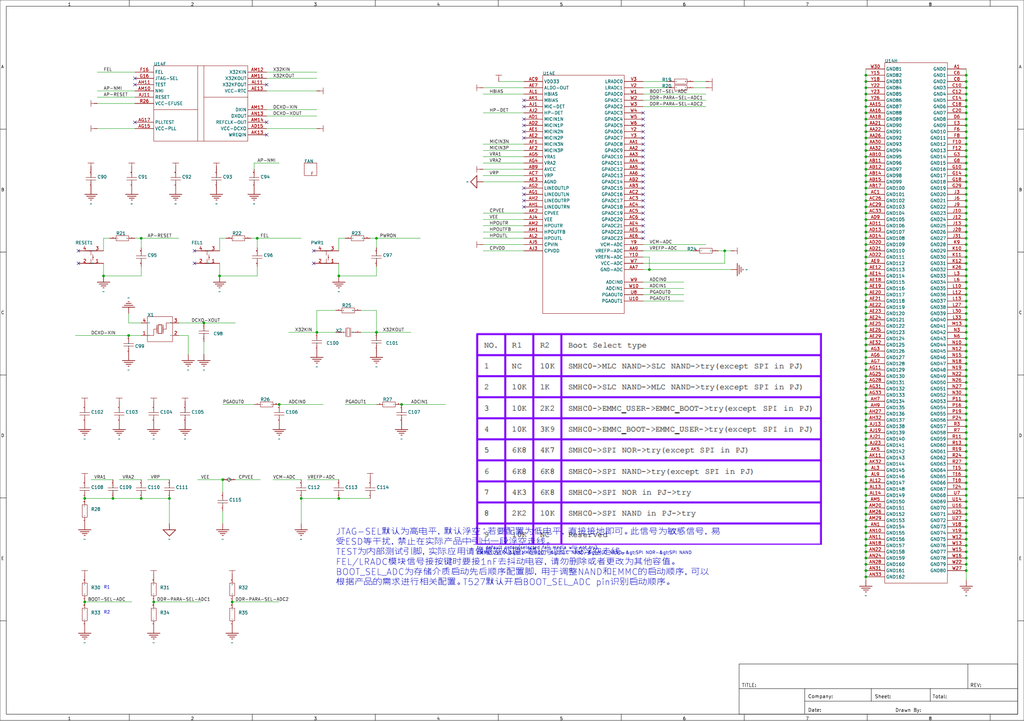
<source format=kicad_sch>
(kicad_sch (version 20231120) (generator "eeschema") (generator_version "8.0")
  (paper "User" 414.528 292.151)
  (lib_symbols
    (symbol "5-Voltage_1" (power) (pin_numbers hide) (pin_names hide)
      (symbol "5-Voltage_1_1_0"
        (pin power_in line (at 0 0 90) (length 1.27) (name "VCC-PLL") (number "1"))
      )
    )
    (symbol "5-Voltage_10" (power) (pin_numbers hide) (pin_names hide)
      (symbol "5-Voltage_10_1_0"
        (pin power_in line (at 0 0 90) (length 1.27) (name "CPVIN") (number "1"))
      )
    )
    (symbol "5-Voltage_11" (power) (pin_numbers hide) (pin_names hide)
      (symbol "5-Voltage_11_1_0"
        (pin power_in line (at 0 0 90) (length 1.27) (name "AVCC") (number "1"))
      )
    )
    (symbol "5-Voltage_12" (power) (pin_numbers hide) (pin_names hide)
      (symbol "5-Voltage_12_1_0"
        (pin power_in line (at 0 0 90) (length 1.27) (name "ALDO-OUT") (number "1"))
      )
    )
    (symbol "5-Voltage_13" (power) (pin_numbers hide) (pin_names hide)
      (symbol "5-Voltage_13_1_0"
        (pin power_in line (at 0 0 90) (length 1.27) (name "VDD33") (number "1"))
      )
    )
    (symbol "5-Voltage_14" (power) (pin_numbers hide) (pin_names hide)
      (symbol "5-Voltage_14_1_0"
        (pin power_in line (at 0 0 90) (length 1.27) (name "VDD33") (number "1"))
      )
    )
    (symbol "5-Voltage_15" (power) (pin_numbers hide) (pin_names hide)
      (symbol "5-Voltage_15_1_0"
        (pin power_in line (at 0 0 90) (length 1.27) (name "ALDO-OUT") (number "1"))
      )
    )
    (symbol "5-Voltage_16" (power) (pin_numbers hide) (pin_names hide)
      (symbol "5-Voltage_16_1_0"
        (pin power_in line (at 0 0 90) (length 1.27) (name "AVCC") (number "1"))
      )
    )
    (symbol "5-Voltage_17" (power) (pin_numbers hide) (pin_names hide)
      (symbol "5-Voltage_17_1_0"
        (pin power_in line (at 0 0 90) (length 1.27) (name "CPVIN") (number "1"))
      )
    )
    (symbol "5-Voltage_18" (power) (pin_numbers hide) (pin_names hide)
      (symbol "5-Voltage_18_1_0"
        (pin power_in line (at 0 0 90) (length 1.27) (name "CPVDD") (number "1"))
      )
    )
    (symbol "5-Voltage_19" (power) (pin_numbers hide) (pin_names hide)
      (symbol "5-Voltage_19_1_0"
        (pin power_in line (at 0 0 90) (length 1.27) (name "VCC-ADC") (number "1"))
      )
    )
    (symbol "5-Voltage_2" (power) (pin_numbers hide) (pin_names hide)
      (symbol "5-Voltage_2_1_0"
        (pin power_in line (at 0 0 90) (length 1.27) (name "VCC-RTC") (number "1"))
      )
    )
    (symbol "5-Voltage_20" (power) (pin_numbers hide) (pin_names hide)
      (symbol "5-Voltage_20_1_0"
        (pin power_in line (at 0 0 90) (length 1.27) (name "VCC-ADC") (number "1"))
      )
    )
    (symbol "5-Voltage_21" (power) (pin_numbers hide) (pin_names hide)
      (symbol "5-Voltage_21_1_0"
        (pin power_in line (at 0 0 90) (length 1.27) (name "VCC-ADC") (number "1"))
      )
    )
    (symbol "5-Voltage_22" (power) (pin_numbers hide) (pin_names hide)
      (symbol "5-Voltage_22_1_0"
        (pin power_in line (at 0 0 90) (length 1.27) (name "VCC-ADC") (number "1"))
      )
    )
    (symbol "5-Voltage_3" (power) (pin_numbers hide) (pin_names hide)
      (symbol "5-Voltage_3_1_0"
        (pin power_in line (at 0 0 90) (length 1.27) (name "VCC-DCXO") (number "1"))
      )
    )
    (symbol "5-Voltage_4" (power) (pin_numbers hide) (pin_names hide)
      (symbol "5-Voltage_4_1_0"
        (pin power_in line (at 0 0 90) (length 1.27) (name "VCC-RTC") (number "1"))
      )
    )
    (symbol "5-Voltage_5" (power) (pin_numbers hide) (pin_names hide)
      (symbol "5-Voltage_5_1_0"
        (pin power_in line (at 0 0 90) (length 1.27) (name "VCC-PLL") (number "1"))
      )
    )
    (symbol "5-Voltage_6" (power) (pin_numbers hide) (pin_names hide)
      (symbol "5-Voltage_6_1_0"
        (pin power_in line (at 0 0 90) (length 1.27) (name "VCC-DCXO") (number "1"))
      )
    )
    (symbol "5-Voltage_7" (power) (pin_numbers hide) (pin_names hide)
      (symbol "5-Voltage_7_1_0"
        (pin power_in line (at 0 0 90) (length 1.27) (name "AVCC") (number "1"))
      )
    )
    (symbol "5-Voltage_8" (power) (pin_numbers hide) (pin_names hide)
      (symbol "5-Voltage_8_1_0"
        (pin power_in line (at 0 0 90) (length 1.27) (name "AVCC") (number "1"))
      )
    )
    (symbol "5-Voltage_9" (power) (pin_numbers hide) (pin_names hide)
      (symbol "5-Voltage_9_1_0"
        (pin power_in line (at 0 0 90) (length 1.27) (name "VCC-ADC") (number "1"))
      )
    )
    (symbol "AvaotaA1-easyedapro:0201CG220J500NT"
      (property "Reference" "C" (at 0 0 0))
      (symbol "0201CG220J500NT_1_0"
        (pin input line (at -3.81 0 0) (length 2.54) (name "1") (number "1"))
        (pin input line (at 3.81 0 180) (length 2.54) (name "2") (number "2"))
      )
    )
    (symbol "AvaotaA1-easyedapro:5-Voltage" (power) (pin_numbers hide) (pin_names hide)
      (symbol "5-Voltage_1_0"
        (pin power_in line (at 0 0 90) (length 1.27) (name "VCC-EFUSE") (number "1"))
      )
    )
    (symbol "AvaotaA1-easyedapro:FAN2510"
      (symbol "FAN2510_1_0"
        (text "F" (at 0 -2.54 0) (effects (font (size 1.27 1.27)) (justify left bottom)))
      )
    )
    (symbol "AvaotaA1-easyedapro:GRM033R61A104KE15D"
      (property "Reference" "C" (at 0 0 0))
      (symbol "GRM033R61A104KE15D_1_0"
        (pin input line (at -3.81 0 0) (length 2.54) (name "1") (number "1"))
        (pin input line (at 3.81 0 180) (length 2.54) (name "2") (number "2"))
      )
    )
    (symbol "AvaotaA1-easyedapro:Ground-AGND" (power) (pin_numbers hide) (pin_names hide)
      (symbol "Ground-AGND_1_0"
        (pin power_in line (at 0 0 270) (length 2.54) (name "") (number "1"))
      )
    )
    (symbol "AvaotaA1-easyedapro:Ground-GND" (power) (pin_numbers hide) (pin_names hide)
      (symbol "Ground-GND_1_0"
        (pin power_in line (at 0 0 270) (length 2.54) (name "") (number "1"))
      )
    )
    (symbol "AvaotaA1-easyedapro:Q13FC1350000400"
      (property "Reference" "X" (at 0 0 0))
      (symbol "Q13FC1350000400_1_0"
        (pin unspecified line (at -5.08 0 0) (length 2.54) (name "1") (number "1"))
        (pin unspecified line (at 5.08 0 180) (length 2.54) (name "2") (number "2"))
      )
    )
    (symbol "AvaotaA1-easyedapro:Sheet_A3_Whycan"
      (symbol "Sheet_A3_Whycan_1_0"
        (text "1" (at 27.432 -291.7952 0) (effects (font (size 1.2192 1.2192)) (justify left bottom)))
        (text "1" (at 27.432 -2.4892 0) (effects (font (size 1.2192 1.2192)) (justify left bottom)))
        (text "2" (at 77.216 -291.7952 0) (effects (font (size 1.2192 1.2192)) (justify left bottom)))
        (text "2" (at 77.216 -2.4892 0) (effects (font (size 1.2192 1.2192)) (justify left bottom)))
        (text "3" (at 127 -291.7952 0) (effects (font (size 1.2192 1.2192)) (justify left bottom)))
        (text "3" (at 127 -2.4892 0) (effects (font (size 1.2192 1.2192)) (justify left bottom)))
        (text "4" (at 176.784 -291.7952 0) (effects (font (size 1.2192 1.2192)) (justify left bottom)))
        (text "4" (at 176.784 -2.4892 0) (effects (font (size 1.2192 1.2192)) (justify left bottom)))
        (text "5" (at 226.568 -291.7952 0) (effects (font (size 1.2192 1.2192)) (justify left bottom)))
        (text "5" (at 226.568 -2.4892 0) (effects (font (size 1.2192 1.2192)) (justify left bottom)))
        (text "6" (at 276.352 -291.7952 0) (effects (font (size 1.2192 1.2192)) (justify left bottom)))
        (text "6" (at 276.352 -2.4892 0) (effects (font (size 1.2192 1.2192)) (justify left bottom)))
        (text "7" (at 326.136 -291.7952 0) (effects (font (size 1.2192 1.2192)) (justify left bottom)))
        (text "7" (at 326.136 -2.4892 0) (effects (font (size 1.2192 1.2192)) (justify left bottom)))
        (text "8" (at 375.92 -291.7952 0) (effects (font (size 1.2192 1.2192)) (justify left bottom)))
        (text "8" (at 375.92 -2.4892 0) (effects (font (size 1.2192 1.2192)) (justify left bottom)))
        (text "A" (at 0.381 -27.7622 0) (effects (font (size 1.2192 1.2192)) (justify left bottom)))
        (text "A" (at 412.369 -27.7622 0) (effects (font (size 1.2192 1.2192)) (justify left bottom)))
        (text "B" (at 0.381 -77.5462 0) (effects (font (size 1.2192 1.2192)) (justify left bottom)))
        (text "B" (at 412.369 -77.5462 0) (effects (font (size 1.2192 1.2192)) (justify left bottom)))
        (text "C" (at 0.381 -127.3302 0) (effects (font (size 1.2192 1.2192)) (justify left bottom)))
        (text "C" (at 412.369 -127.3302 0) (effects (font (size 1.2192 1.2192)) (justify left bottom)))
        (text "Company:" (at 327.0504 -282.9052 0) (effects (font (size 1.397 1.397)) (justify left bottom)))
        (text "D" (at 0.381 -177.1142 0) (effects (font (size 1.2192 1.2192)) (justify left bottom)))
        (text "D" (at 412.369 -177.1142 0) (effects (font (size 1.2192 1.2192)) (justify left bottom)))
        (text "Date:" (at 327.0504 -288.417 0) (effects (font (size 1.397 1.397)) (justify left bottom)))
        (text "Drawn By:" (at 362.3564 -288.4932 0) (effects (font (size 1.397 1.397)) (justify left bottom)))
        (text "E" (at 0.381 -226.8982 0) (effects (font (size 1.2192 1.2192)) (justify left bottom)))
        (text "E" (at 412.369 -226.8982 0) (effects (font (size 1.2192 1.2192)) (justify left bottom)))
        (text "REV:" (at 392.684 -278.384 0) (effects (font (size 1.397 1.397)) (justify left bottom)))
        (text "Sheet:" (at 354.076 -282.956 0) (effects (font (size 1.397 1.397)) (justify left bottom)))
        (text "TITLE:" (at 300.228 -278.384 0) (effects (font (size 1.397 1.397)) (justify left bottom)))
        (text "Total:" (at 377.444 -282.956 0) (effects (font (size 1.397 1.397)) (justify left bottom)))
      )
    )
    (symbol "AvaotaA1-easyedapro:Short-Symbol"
      (symbol "Short-Symbol_1_0"
        (pin input line (at -2.54 0 0) (length 1.27) (name "Pin1") (number "1"))
        (pin input line (at 2.54 0 180) (length 1.27) (name "Pin1") (number "2"))
      )
    )
    (symbol "AvaotaA1-easyedapro:T527"
      (symbol "T527_1_0"
        (text "-" (at 12.7 -54.61 0) (effects (font (size 1.143 1.143)) (justify left bottom)))
        (text "-" (at 22.86 -54.61 0) (effects (font (size 1.143 1.143)) (justify left bottom)))
        (text "-" (at 33.02 -87.63 0) (effects (font (size 1.143 1.143)) (justify left bottom)))
        (text "-" (at 43.18 -29.21 0) (effects (font (size 1.143 1.143)) (justify left bottom)))
        (text "-" (at 43.18 -11.43 0) (effects (font (size 1.143 1.143)) (justify left bottom)))
        (text "-" (at 55.88 -29.21 0) (effects (font (size 1.143 1.143)) (justify left bottom)))
        (text "-" (at 55.88 -11.43 0) (effects (font (size 1.143 1.143)) (justify left bottom)))
        (text "0.60V" (at 45.72 -114.046 0) (effects (font (size 1.143 1.143)) (justify left bottom)))
        (text "1.10V" (at 33.02 -114.046 0) (effects (font (size 1.143 1.143)) (justify left bottom)))
        (text "1.10V" (at 33.02 -111.506 0) (effects (font (size 1.143 1.143)) (justify left bottom)))
        (text "1.10V" (at 45.72 -111.506 0) (effects (font (size 1.143 1.143)) (justify left bottom)))
        (text "1.20V" (at 33.02 -108.966 0) (effects (font (size 1.143 1.143)) (justify left bottom)))
        (text "1.20V" (at 33.02 -106.426 0) (effects (font (size 1.143 1.143)) (justify left bottom)))
        (text "1.20V" (at 45.72 -108.966 0) (effects (font (size 1.143 1.143)) (justify left bottom)))
        (text "1.20V" (at 45.72 -106.426 0) (effects (font (size 1.143 1.143)) (justify left bottom)))
        (text "1.35V" (at 33.02 -101.346 0) (effects (font (size 1.143 1.143)) (justify left bottom)))
        (text "1.35V" (at 45.72 -101.346 0) (effects (font (size 1.143 1.143)) (justify left bottom)))
        (text "1.50V" (at 33.02 -103.886 0) (effects (font (size 1.143 1.143)) (justify left bottom)))
        (text "1.50V" (at 45.72 -103.886 0) (effects (font (size 1.143 1.143)) (justify left bottom)))
        (text "DDR3" (at 20.32 -103.886 0) (effects (font (size 1.143 1.143)) (justify left bottom)))
        (text "DDR3" (at 22.86 -6.35 0) (effects (font (size 1.143 1.143)) (justify left bottom)))
        (text "DDR3L" (at 20.32 -101.346 0) (effects (font (size 1.143 1.143)) (justify left bottom)))
        (text "DDR4" (at 12.7 -6.35 0) (effects (font (size 1.143 1.143)) (justify left bottom)))
        (text "DDR4" (at 20.32 -106.426 0) (effects (font (size 1.143 1.143)) (justify left bottom)))
        (text "GND" (at 33.02 -57.15 0) (effects (font (size 1.143 1.143)) (justify left bottom)))
        (text "GND" (at 33.02 -52.07 0) (effects (font (size 1.143 1.143)) (justify left bottom)))
        (text "GND" (at 33.02 -46.99 0) (effects (font (size 1.143 1.143)) (justify left bottom)))
        (text "GND" (at 33.02 -44.45 0) (effects (font (size 1.143 1.143)) (justify left bottom)))
        (text "GND" (at 33.02 -39.37 0) (effects (font (size 1.143 1.143)) (justify left bottom)))
        (text "GND" (at 33.02 -31.75 0) (effects (font (size 1.143 1.143)) (justify left bottom)))
        (text "GND" (at 33.02 -21.59 0) (effects (font (size 1.143 1.143)) (justify left bottom)))
        (text "GND" (at 33.02 -19.05 0) (effects (font (size 1.143 1.143)) (justify left bottom)))
        (text "GND" (at 33.02 -13.97 0) (effects (font (size 1.143 1.143)) (justify left bottom)))
        (text "LPDDR3" (at 20.32 -108.966 0) (effects (font (size 1.143 1.143)) (justify left bottom)))
        (text "LPDDR3" (at 33.02 -6.35 0) (effects (font (size 1.143 1.143)) (justify left bottom)))
        (text "LPDDR4" (at 20.32 -111.506 0) (effects (font (size 1.143 1.143)) (justify left bottom)))
        (text "LPDDR4/x\n2Rank" (at 43.18 -2.54 0) (effects (font (size 1.143 1.143)) (justify left top)))
        (text "LPDDR4/x\n4Rank" (at 55.88 -2.54 0) (effects (font (size 1.143 1.143)) (justify left top)))
        (text "LPDDR4X" (at 20.32 -114.046 0) (effects (font (size 1.143 1.143)) (justify left bottom)))
        (text "SA0" (at 12.7 -41.91 0) (effects (font (size 1.143 1.143)) (justify left bottom)))
        (text "SA0" (at 22.86 -11.43 0) (effects (font (size 1.143 1.143)) (justify left bottom)))
        (text "SA0" (at 33.02 -26.67 0) (effects (font (size 1.143 1.143)) (justify left bottom)))
        (text "SA1" (at 12.7 -34.29 0) (effects (font (size 1.143 1.143)) (justify left bottom)))
        (text "SA1" (at 22.86 -29.21 0) (effects (font (size 1.143 1.143)) (justify left bottom)))
        (text "SA1" (at 33.02 -49.53 0) (effects (font (size 1.143 1.143)) (justify left bottom)))
        (text "SA10" (at 12.7 -44.45 0) (effects (font (size 1.143 1.143)) (justify left bottom)))
        (text "SA10" (at 22.86 -49.53 0) (effects (font (size 1.143 1.143)) (justify left bottom)))
        (text "SA11" (at 12.7 -16.51 0) (effects (font (size 1.143 1.143)) (justify left bottom)))
        (text "SA11" (at 22.86 -39.37 0) (effects (font (size 1.143 1.143)) (justify left bottom)))
        (text "SA12" (at 12.7 -29.21 0) (effects (font (size 1.143 1.143)) (justify left bottom)))
        (text "SA12" (at 22.86 -64.77 0) (effects (font (size 1.143 1.143)) (justify left bottom)))
        (text "SA13" (at 12.7 -13.97 0) (effects (font (size 1.143 1.143)) (justify left bottom)))
        (text "SA13" (at 22.86 -44.45 0) (effects (font (size 1.143 1.143)) (justify left bottom)))
        (text "SA14" (at 22.86 -59.69 0) (effects (font (size 1.143 1.143)) (justify left bottom)))
        (text "SA15" (at 22.86 -46.99 0) (effects (font (size 1.143 1.143)) (justify left bottom)))
        (text "SA2" (at 12.7 -11.43 0) (effects (font (size 1.143 1.143)) (justify left bottom)))
        (text "SA2" (at 22.86 -16.51 0) (effects (font (size 1.143 1.143)) (justify left bottom)))
        (text "SA2" (at 33.02 -54.61 0) (effects (font (size 1.143 1.143)) (justify left bottom)))
        (text "SA3" (at 12.7 -19.05 0) (effects (font (size 1.143 1.143)) (justify left bottom)))
        (text "SA3" (at 22.86 -31.75 0) (effects (font (size 1.143 1.143)) (justify left bottom)))
        (text "SA3" (at 33.02 -24.13 0) (effects (font (size 1.143 1.143)) (justify left bottom)))
        (text "SA4" (at 12.7 -21.59 0) (effects (font (size 1.143 1.143)) (justify left bottom)))
        (text "SA4" (at 22.86 -36.83 0) (effects (font (size 1.143 1.143)) (justify left bottom)))
        (text "SA4" (at 33.02 -34.29 0) (effects (font (size 1.143 1.143)) (justify left bottom)))
        (text "SA5" (at 12.7 -59.69 0) (effects (font (size 1.143 1.143)) (justify left bottom)))
        (text "SA5" (at 22.86 -13.97 0) (effects (font (size 1.143 1.143)) (justify left bottom)))
        (text "SA5" (at 33.02 -41.91 0) (effects (font (size 1.143 1.143)) (justify left bottom)))
        (text "SA6" (at 12.7 -62.23 0) (effects (font (size 1.143 1.143)) (justify left bottom)))
        (text "SA6" (at 22.86 -26.67 0) (effects (font (size 1.143 1.143)) (justify left bottom)))
        (text "SA6" (at 33.02 -11.43 0) (effects (font (size 1.143 1.143)) (justify left bottom)))
        (text "SA7" (at 12.7 -39.37 0) (effects (font (size 1.143 1.143)) (justify left bottom)))
        (text "SA7" (at 22.86 -62.23 0) (effects (font (size 1.143 1.143)) (justify left bottom)))
        (text "SA7" (at 33.02 -29.21 0) (effects (font (size 1.143 1.143)) (justify left bottom)))
        (text "SA8" (at 12.7 -31.75 0) (effects (font (size 1.143 1.143)) (justify left bottom)))
        (text "SA8" (at 22.86 -57.15 0) (effects (font (size 1.143 1.143)) (justify left bottom)))
        (text "SA8" (at 33.02 -16.51 0) (effects (font (size 1.143 1.143)) (justify left bottom)))
        (text "SA9" (at 12.7 -36.83 0) (effects (font (size 1.143 1.143)) (justify left bottom)))
        (text "SA9" (at 22.86 -34.29 0) (effects (font (size 1.143 1.143)) (justify left bottom)))
        (text "SA9" (at 33.02 -36.83 0) (effects (font (size 1.143 1.143)) (justify left bottom)))
        (text "SAA0" (at 43.18 -16.51 0) (effects (font (size 1.143 1.143)) (justify left bottom)))
        (text "SAA0" (at 55.88 -16.51 0) (effects (font (size 1.143 1.143)) (justify left bottom)))
        (text "SAA1" (at 43.18 -39.37 0) (effects (font (size 1.143 1.143)) (justify left bottom)))
        (text "SAA1" (at 55.88 -39.37 0) (effects (font (size 1.143 1.143)) (justify left bottom)))
        (text "SAA2" (at 43.18 -13.97 0) (effects (font (size 1.143 1.143)) (justify left bottom)))
        (text "SAA2" (at 55.88 -13.97 0) (effects (font (size 1.143 1.143)) (justify left bottom)))
        (text "SAA3" (at 43.18 -36.83 0) (effects (font (size 1.143 1.143)) (justify left bottom)))
        (text "SAA3" (at 55.88 -36.83 0) (effects (font (size 1.143 1.143)) (justify left bottom)))
        (text "SAA4" (at 43.18 -54.61 0) (effects (font (size 1.143 1.143)) (justify left bottom)))
        (text "SAA4" (at 55.88 -54.61 0) (effects (font (size 1.143 1.143)) (justify left bottom)))
        (text "SAA5" (at 43.18 -34.29 0) (effects (font (size 1.143 1.143)) (justify left bottom)))
        (text "SAA5" (at 55.88 -34.29 0) (effects (font (size 1.143 1.143)) (justify left bottom)))
        (text "SAB0" (at 43.18 -59.69 0) (effects (font (size 1.143 1.143)) (justify left bottom)))
        (text "SAB0" (at 55.88 -59.69 0) (effects (font (size 1.143 1.143)) (justify left bottom)))
        (text "SAB1" (at 43.18 -21.59 0) (effects (font (size 1.143 1.143)) (justify left bottom)))
        (text "SAB1" (at 55.88 -21.59 0) (effects (font (size 1.143 1.143)) (justify left bottom)))
        (text "SAB2" (at 43.18 -31.75 0) (effects (font (size 1.143 1.143)) (justify left bottom)))
        (text "SAB2" (at 55.88 -31.75 0) (effects (font (size 1.143 1.143)) (justify left bottom)))
        (text "SAB3" (at 43.18 -57.15 0) (effects (font (size 1.143 1.143)) (justify left bottom)))
        (text "SAB3" (at 55.88 -57.15 0) (effects (font (size 1.143 1.143)) (justify left bottom)))
        (text "SAB4" (at 43.18 -52.07 0) (effects (font (size 1.143 1.143)) (justify left bottom)))
        (text "SAB4" (at 55.88 -52.07 0) (effects (font (size 1.143 1.143)) (justify left bottom)))
        (text "SAB5" (at 43.18 -67.31 0) (effects (font (size 1.143 1.143)) (justify left bottom)))
        (text "SAB5" (at 55.88 -67.31 0) (effects (font (size 1.143 1.143)) (justify left bottom)))
        (text "SACT" (at 12.7 -67.31 0) (effects (font (size 1.143 1.143)) (justify left bottom)))
        (text "SBA0" (at 12.7 -57.15 0) (effects (font (size 1.143 1.143)) (justify left bottom)))
        (text "SBA0" (at 22.86 -21.59 0) (effects (font (size 1.143 1.143)) (justify left bottom)))
        (text "SBA1" (at 12.7 -24.13 0) (effects (font (size 1.143 1.143)) (justify left bottom)))
        (text "SBA1" (at 22.86 -19.05 0) (effects (font (size 1.143 1.143)) (justify left bottom)))
        (text "SBA2" (at 22.86 -24.13 0) (effects (font (size 1.143 1.143)) (justify left bottom)))
        (text "SBG0" (at 12.7 -26.67 0) (effects (font (size 1.143 1.143)) (justify left bottom)))
        (text "SBG1" (at 12.7 -64.77 0) (effects (font (size 1.143 1.143)) (justify left bottom)))
        (text "SCAS" (at 12.7 -46.99 0) (effects (font (size 1.143 1.143)) (justify left bottom)))
        (text "SCAS" (at 22.86 -41.91 0) (effects (font (size 1.143 1.143)) (justify left bottom)))
        (text "SCKE0" (at 12.7 -85.09 0) (effects (font (size 1.143 1.143)) (justify left bottom)))
        (text "SCKE0" (at 22.86 -85.09 0) (effects (font (size 1.143 1.143)) (justify left bottom)))
        (text "SCKE0" (at 33.02 -85.09 0) (effects (font (size 1.143 1.143)) (justify left bottom)))
        (text "SCKE0" (at 55.88 -85.09 0) (effects (font (size 1.143 1.143)) (justify left bottom)))
        (text "SCKE0_A" (at 43.18 -85.09 0) (effects (font (size 1.143 1.143)) (justify left bottom)))
        (text "SCKE0_B" (at 43.18 -26.67 0) (effects (font (size 1.143 1.143)) (justify left bottom)))
        (text "SCKE1" (at 55.88 -41.91 0) (effects (font (size 1.143 1.143)) (justify left bottom)))
        (text "SCKE1_A" (at 43.18 -41.91 0) (effects (font (size 1.143 1.143)) (justify left bottom)))
        (text "SCKE1_B" (at 43.18 -64.77 0) (effects (font (size 1.143 1.143)) (justify left bottom)))
        (text "SCKE2" (at 55.88 -26.67 0) (effects (font (size 1.143 1.143)) (justify left bottom)))
        (text "SCKE3" (at 55.88 -64.77 0) (effects (font (size 1.143 1.143)) (justify left bottom)))
        (text "SCKN" (at 12.7 -82.55 0) (effects (font (size 1.143 1.143)) (justify left bottom)))
        (text "SCKN" (at 22.86 -82.55 0) (effects (font (size 1.143 1.143)) (justify left bottom)))
        (text "SCKN" (at 33.02 -82.55 0) (effects (font (size 1.143 1.143)) (justify left bottom)))
        (text "SCKN_A" (at 43.18 -82.55 0) (effects (font (size 1.143 1.143)) (justify left bottom)))
        (text "SCKN_A" (at 55.88 -82.55 0) (effects (font (size 1.143 1.143)) (justify left bottom)))
        (text "SCKN_B" (at 43.18 -49.53 0) (effects (font (size 1.143 1.143)) (justify left bottom)))
        (text "SCKN_B" (at 55.88 -49.53 0) (effects (font (size 1.143 1.143)) (justify left bottom)))
        (text "SCKP" (at 12.7 -80.01 0) (effects (font (size 1.143 1.143)) (justify left bottom)))
        (text "SCKP" (at 22.86 -80.01 0) (effects (font (size 1.143 1.143)) (justify left bottom)))
        (text "SCKP" (at 33.02 -80.01 0) (effects (font (size 1.143 1.143)) (justify left bottom)))
        (text "SCKP_A" (at 43.18 -80.01 0) (effects (font (size 1.143 1.143)) (justify left bottom)))
        (text "SCKP_A" (at 55.88 -80.01 0) (effects (font (size 1.143 1.143)) (justify left bottom)))
        (text "SCKP_B" (at 43.18 -46.99 0) (effects (font (size 1.143 1.143)) (justify left bottom)))
        (text "SCKP_B" (at 55.88 -46.99 0) (effects (font (size 1.143 1.143)) (justify left bottom)))
        (text "SCS0" (at 12.7 -69.85 0) (effects (font (size 1.143 1.143)) (justify left bottom)))
        (text "SCS0" (at 22.86 -69.85 0) (effects (font (size 1.143 1.143)) (justify left bottom)))
        (text "SCS0" (at 33.02 -69.85 0) (effects (font (size 1.143 1.143)) (justify left bottom)))
        (text "SCS0_A" (at 43.18 -69.85 0) (effects (font (size 1.143 1.143)) (justify left bottom)))
        (text "SCS0_A" (at 55.88 -69.85 0) (effects (font (size 1.143 1.143)) (justify left bottom)))
        (text "SCS0_B" (at 43.18 -44.45 0) (effects (font (size 1.143 1.143)) (justify left bottom)))
        (text "SCS0_B" (at 55.88 -44.45 0) (effects (font (size 1.143 1.143)) (justify left bottom)))
        (text "SCS1" (at 12.7 -74.93 0) (effects (font (size 1.143 1.143)) (justify left bottom)))
        (text "SCS1" (at 22.86 -74.93 0) (effects (font (size 1.143 1.143)) (justify left bottom)))
        (text "SCS1" (at 33.02 -74.93 0) (effects (font (size 1.143 1.143)) (justify left bottom)))
        (text "SCS1_A" (at 43.18 -74.93 0) (effects (font (size 1.143 1.143)) (justify left bottom)))
        (text "SCS1_A" (at 55.88 -74.93 0) (effects (font (size 1.143 1.143)) (justify left bottom)))
        (text "SCS1_B" (at 43.18 -24.13 0) (effects (font (size 1.143 1.143)) (justify left bottom)))
        (text "SCS1_B" (at 55.88 -24.13 0) (effects (font (size 1.143 1.143)) (justify left bottom)))
        (text "SCS2" (at 33.02 -64.77 0) (effects (font (size 1.143 1.143)) (justify left bottom)))
        (text "SCS3" (at 33.02 -67.31 0) (effects (font (size 1.143 1.143)) (justify left bottom)))
        (text "SODT0" (at 12.7 -72.39 0) (effects (font (size 1.143 1.143)) (justify left bottom)))
        (text "SODT0" (at 22.86 -72.39 0) (effects (font (size 1.143 1.143)) (justify left bottom)))
        (text "SODT0" (at 33.02 -72.39 0) (effects (font (size 1.143 1.143)) (justify left bottom)))
        (text "SODT0_A" (at 43.18 -72.39 0) (effects (font (size 1.143 1.143)) (justify left bottom)))
        (text "SODT0_A" (at 55.88 -72.39 0) (effects (font (size 1.143 1.143)) (justify left bottom)))
        (text "SODT0_B" (at 43.18 -62.23 0) (effects (font (size 1.143 1.143)) (justify left bottom)))
        (text "SODT0_B" (at 55.88 -62.23 0) (effects (font (size 1.143 1.143)) (justify left bottom)))
        (text "SODT1" (at 12.7 -77.47 0) (effects (font (size 1.143 1.143)) (justify left bottom)))
        (text "SODT1" (at 22.86 -77.47 0) (effects (font (size 1.143 1.143)) (justify left bottom)))
        (text "SODT1" (at 33.02 -77.47 0) (effects (font (size 1.143 1.143)) (justify left bottom)))
        (text "SODT1_A" (at 43.18 -77.47 0) (effects (font (size 1.143 1.143)) (justify left bottom)))
        (text "SODT1_A" (at 55.88 -77.47 0) (effects (font (size 1.143 1.143)) (justify left bottom)))
        (text "SODT1_B" (at 43.18 -19.05 0) (effects (font (size 1.143 1.143)) (justify left bottom)))
        (text "SODT1_B" (at 55.88 -19.05 0) (effects (font (size 1.143 1.143)) (justify left bottom)))
        (text "SODT2" (at 33.02 -59.69 0) (effects (font (size 1.143 1.143)) (justify left bottom)))
        (text "SODT3" (at 33.02 -62.23 0) (effects (font (size 1.143 1.143)) (justify left bottom)))
        (text "SRAS" (at 12.7 -52.07 0) (effects (font (size 1.143 1.143)) (justify left bottom)))
        (text "SRAS" (at 22.86 -67.31 0) (effects (font (size 1.143 1.143)) (justify left bottom)))
        (text "SRST" (at 12.7 -87.63 0) (effects (font (size 1.143 1.143)) (justify left bottom)))
        (text "SRST" (at 22.86 -87.63 0) (effects (font (size 1.143 1.143)) (justify left bottom)))
        (text "SRST" (at 43.18 -87.63 0) (effects (font (size 1.143 1.143)) (justify left bottom)))
        (text "SRST" (at 55.88 -87.63 0) (effects (font (size 1.143 1.143)) (justify left bottom)))
        (text "SWE" (at 12.7 -49.53 0) (effects (font (size 1.143 1.143)) (justify left bottom)))
        (text "SWE" (at 22.86 -52.07 0) (effects (font (size 1.143 1.143)) (justify left bottom)))
        (text "VCC-DRAM" (at 33.02 -96.266 0) (effects (font (size 1.143 1.143)) (justify left bottom)))
        (text "VCC-DRAML" (at 45.72 -96.266 0) (effects (font (size 1.143 1.143)) (justify left bottom)))
        (pin input line (at 86.36 -104.14 180) (length 7.62) (name "VCC-DRAM4") (number "AA24"))
        (pin input line (at 86.36 -48.26 180) (length 7.62) (name "SDQ15") (number "AA27"))
        (pin input line (at 86.36 -45.72 180) (length 7.62) (name "SDQ14") (number "AA28"))
        (pin input line (at 86.36 -91.44 180) (length 7.62) (name "SZQ") (number "AA29"))
        (pin input line (at 86.36 -43.18 180) (length 7.62) (name "SDQ13") (number "AA31"))
        (pin input line (at 86.36 -40.64 180) (length 7.62) (name "SDQ12") (number "AA33"))
        (pin input line (at 86.36 -106.68 180) (length 7.62) (name "VCC-DRAM5") (number "AB24"))
        (pin input line (at -7.62 -93.98 0) (length 7.62) (name "SDQS1P") (number "AB32"))
        (pin input line (at -7.62 -96.52 0) (length 7.62) (name "SDQS1N") (number "AB33"))
        (pin input line (at 86.36 -111.76 180) (length 7.62) (name "VCC-DRAML0") (number "AC17"))
        (pin input line (at 86.36 -114.3 180) (length 7.62) (name "VCC-DRAML1") (number "AC18"))
        (pin input line (at 86.36 -116.84 180) (length 7.62) (name "VCC-DRAML2") (number "AC19"))
        (pin input line (at 86.36 -119.38 180) (length 7.62) (name "VCC-DRAML3") (number "AC20"))
        (pin input line (at 86.36 -121.92 180) (length 7.62) (name "VCC-DRAML4") (number "AC22"))
        (pin input line (at 86.36 -109.22 180) (length 7.62) (name "VCC-DRAM6") (number "AC24"))
        (pin input line (at 86.36 -30.48 180) (length 7.62) (name "SDQ8") (number "AC27"))
        (pin input line (at 86.36 -33.02 180) (length 7.62) (name "SDQ9") (number "AC28"))
        (pin input line (at 86.36 -35.56 180) (length 7.62) (name "SDQ10") (number "AC30"))
        (pin input line (at 86.36 -38.1 180) (length 7.62) (name "SDQ11") (number "AC31"))
        (pin input line (at -7.62 -111.76 0) (length 7.62) (name "SDQM1") (number "AC32"))
        (pin input line (at 86.36 -124.46 180) (length 7.62) (name "VDD18-DRAM") (number "AD25"))
        (pin input line (at 86.36 -22.86 180) (length 7.62) (name "SDQ5") (number "AD32"))
        (pin input line (at 86.36 -27.94 180) (length 7.62) (name "SDQ7") (number "AD33"))
        (pin input line (at 86.36 -12.7 180) (length 7.62) (name "SDQ1") (number "AE27"))
        (pin input line (at 86.36 -10.16 180) (length 7.62) (name "SDQ0") (number "AE28"))
        (pin input line (at 86.36 -20.32 180) (length 7.62) (name "SDQ4") (number "AE30"))
        (pin input line (at 86.36 -25.4 180) (length 7.62) (name "SDQ6") (number "AE31"))
        (pin input line (at -7.62 -109.22 0) (length 7.62) (name "SDQM0") (number "AE33"))
        (pin input line (at -7.62 -88.9 0) (length 7.62) (name "SDQS0P") (number "AF32"))
        (pin input line (at -7.62 -91.44 0) (length 7.62) (name "SDQS0N") (number "AF33"))
        (pin input line (at 86.36 -71.12 180) (length 7.62) (name "SDQ24") (number "AG19"))
        (pin input line (at 86.36 -68.58 180) (length 7.62) (name "SDQ23") (number "AG21"))
        (pin input line (at -7.62 -86.36 0) (length 7.62) (name "SRST") (number "AG23"))
        (pin input line (at -7.62 -35.56 0) (length 7.62) (name "SA10") (number "AG29"))
        (pin input line (at -7.62 -12.7 0) (length 7.62) (name "SA1") (number "AG30"))
        (pin input line (at 86.36 -15.24 180) (length 7.62) (name "SDQ2") (number "AG32"))
        (pin input line (at 86.36 -73.66 180) (length 7.62) (name "SDQ25") (number "AH19"))
        (pin input line (at 86.36 -88.9 180) (length 7.62) (name "SDQ31") (number "AH21"))
        (pin input line (at 86.36 -55.88 180) (length 7.62) (name "SDQ18") (number "AH23"))
        (pin input line (at -7.62 -20.32 0) (length 7.62) (name "SA4") (number "AH25"))
        (pin input line (at 86.36 -17.78 180) (length 7.62) (name "SDQ3") (number "AH33"))
        (pin input line (at -7.62 -58.42 0) (length 7.62) (name "SBA1") (number "AJ25"))
        (pin input line (at -7.62 -50.8 0) (length 7.62) (name "SA16") (number "AJ27"))
        (pin input line (at -7.62 -53.34 0) (length 7.62) (name "SA17") (number "AJ30"))
        (pin input line (at -7.62 -33.02 0) (length 7.62) (name "SA9") (number "AJ31"))
        (pin input line (at -7.62 -38.1 0) (length 7.62) (name "SA11") (number "AJ32"))
        (pin input line (at -7.62 -15.24 0) (length 7.62) (name "SA2") (number "AJ33"))
        (pin input line (at 86.36 -76.2 180) (length 7.62) (name "SDQ26") (number "AK19"))
        (pin input line (at 86.36 -86.36 180) (length 7.62) (name "SDQ30") (number "AK21"))
        (pin input line (at 86.36 -58.42 180) (length 7.62) (name "SDQ19") (number "AK23"))
        (pin input line (at -7.62 -55.88 0) (length 7.62) (name "SBA0") (number "AK25"))
        (pin input line (at -7.62 -22.86 0) (length 7.62) (name "SA5") (number "AK27"))
        (pin input line (at -7.62 -43.18 0) (length 7.62) (name "SA13") (number "AK29"))
        (pin input line (at -7.62 -10.16 0) (length 7.62) (name "SA0") (number "AK33"))
        (pin input line (at 86.36 -78.74 180) (length 7.62) (name "SDQ27") (number "AL19"))
        (pin input line (at 86.36 -83.82 180) (length 7.62) (name "SDQ29") (number "AL21"))
        (pin input line (at 86.36 -60.96 180) (length 7.62) (name "SDQ20") (number "AL23"))
        (pin input line (at -7.62 -30.48 0) (length 7.62) (name "SA8") (number "AL25"))
        (pin input line (at -7.62 -17.78 0) (length 7.62) (name "SA3") (number "AL27"))
        (pin input line (at -7.62 -66.04 0) (length 7.62) (name "SACT") (number "AL29"))
        (pin input line (at -7.62 -40.64 0) (length 7.62) (name "SA12") (number "AL31"))
        (pin input line (at -7.62 -71.12 0) (length 7.62) (name "SODT0") (number "AL32"))
        (pin input line (at -7.62 -76.2 0) (length 7.62) (name "SODT1") (number "AL33"))
        (pin input line (at -7.62 -104.14 0) (length 7.62) (name "SDQS3P") (number "AM19"))
        (pin input line (at 86.36 -81.28 180) (length 7.62) (name "SDQ28") (number "AM21"))
        (pin input line (at 86.36 -63.5 180) (length 7.62) (name "SDQ21") (number "AM22"))
        (pin input line (at -7.62 -99.06 0) (length 7.62) (name "SDQS2P") (number "AM23"))
        (pin input line (at -7.62 -114.3 0) (length 7.62) (name "SDQM2") (number "AM24"))
        (pin input line (at 86.36 -50.8 180) (length 7.62) (name "SDQ16") (number "AM25"))
        (pin input line (at -7.62 -63.5 0) (length 7.62) (name "SBG1") (number "AM27"))
        (pin input line (at -7.62 -45.72 0) (length 7.62) (name "SA14") (number "AM28"))
        (pin input line (at -7.62 -78.74 0) (length 7.62) (name "SCKP") (number "AM30"))
        (pin input line (at -7.62 -83.82 0) (length 7.62) (name "SCKE0") (number "AM31"))
        (pin input line (at -7.62 -73.66 0) (length 7.62) (name "SCS1") (number "AM32"))
        (pin input line (at -7.62 -27.94 0) (length 7.62) (name "SA7") (number "AM33"))
        (pin input line (at -7.62 -106.68 0) (length 7.62) (name "SDQS3N") (number "AN19"))
        (pin input line (at -7.62 -116.84 0) (length 7.62) (name "SDQM3") (number "AN20"))
        (pin input line (at 86.36 -66.04 180) (length 7.62) (name "SDQ22") (number "AN21"))
        (pin input line (at -7.62 -101.6 0) (length 7.62) (name "SDQS2N") (number "AN23"))
        (pin input line (at 86.36 -53.34 180) (length 7.62) (name "SDQ17") (number "AN25"))
        (pin input line (at -7.62 -60.96 0) (length 7.62) (name "SBG0") (number "AN26"))
        (pin input line (at -7.62 -25.4 0) (length 7.62) (name "SA6") (number "AN27"))
        (pin input line (at -7.62 -48.26 0) (length 7.62) (name "SA15") (number "AN29"))
        (pin input line (at -7.62 -81.28 0) (length 7.62) (name "SCKN") (number "AN30"))
        (pin input line (at -7.62 -68.58 0) (length 7.62) (name "SCS0") (number "AN32"))
        (pin input line (at 86.36 -93.98 180) (length 7.62) (name "VCC-DRAM0") (number "W23"))
        (pin input line (at 86.36 -96.52 180) (length 7.62) (name "VCC-DRAM1") (number "W24"))
        (pin input line (at 86.36 -99.06 180) (length 7.62) (name "VCC-DRAM2") (number "W25"))
        (pin input line (at 86.36 -101.6 180) (length 7.62) (name "VCC-DRAM3") (number "Y24"))
      )
      (symbol "T527_2_0"
        (pin input line (at 236.22 -167.64 180) (length 7.62) (name "PH18/IR-TX/I2S3-DOUT2/I2S3-DIN2/RGMII0-TXD2/RMII0-NULL/PH-EINT18") (number "A14"))
        (pin input line (at 236.22 -149.86 180) (length 7.62) (name "PH11/DMIC-DATA2/SPI2-MISO/I2S2-DOUT0/I2S2-DIN1/PCIE0-PERSTN/PH-EINT11") (number "A16"))
        (pin input line (at 236.22 -63.5 180) (length 7.62) (name "PF5/SDC0-D2/JTAG-CK/TRACE-CLK/I2S3-BCLK/PF-EINT5") (number "A18"))
        (pin input line (at 236.22 -20.32 180) (length 7.62) (name "PE7/I2S2-LRCK/LCD1-TRIG/NCSI-D9/PE-EINT7") (number "A2"))
        (pin input line (at 236.22 -53.34 180) (length 7.62) (name "PF1/SDC0-D0/JTAG-DI/TRACE-DATA1/I2S3-DOUT0/I2S3-DIN1/PF-EINT1") (number "A20"))
        (pin input line (at 236.22 -17.78 180) (length 7.62) (name "PE6/I2S2-BCLK/LCD0-TRIG/NCSI-D8/PE-EINT6") (number "A3"))
        (pin input line (at 236.22 -25.4 180) (length 7.62) (name "PE9/I2S2-DIN0/NCSI-D11/PE-EINT9") (number "B1"))
        (pin input line (at 236.22 -165.1 180) (length 7.62) (name "PH17/I2S3-DOUT1/I2S3-DIN0/RGMII0-TXD3/RMII0-NULL/PH-EINT17") (number "B13"))
        (pin input line (at 236.22 -162.56 180) (length 7.62) (name "PH16/I2S3-DOUT0/I2S3-DIN1/RGMII0-RXCK/RMII0-NULL/CLK-FANOUT0/PH-EINT16") (number "B14"))
        (pin input line (at 236.22 -154.94 180) (length 7.62) (name "PH13/TWI3-SDA/I2S3-MCLK/RGMII0-EPHY-25M/PH-EINT13") (number "B15"))
        (pin input line (at 236.22 -147.32 180) (length 7.62) (name "PH10/DMIC-DATA1/SPI2-MOSI/I2S2-LRCK/RGMII0-MDIO/PH-EINT10") (number "B16"))
        (pin input line (at 236.22 -132.08 180) (length 7.62) (name "PH4/UART3-TX/SPI1-CS0/CPU-CUR-W/RGMII0-TXD1/RMII0-TXD1/PH-EINT4") (number "B17"))
        (pin input line (at 236.22 -60.96 180) (length 7.62) (name "PF4/SDC0-D3/UART0-RX/I2S3-DIN3/I2S3-DOUT3/PF-EINT4") (number "B18"))
        (pin input line (at 236.22 -58.42 180) (length 7.62) (name "PF3/SDC0-CMD/JTAG-DO/TRACE-DATA0/I2S3-LRCK/PF-EINT3") (number "B19"))
        (pin input line (at 236.22 -22.86 180) (length 7.62) (name "PE8/I2S2-DOUT0/LCD2-TRIG/NCSI-D10/PE-EINT8") (number "B2"))
        (pin input line (at 236.22 -50.8 180) (length 7.62) (name "PF0/SDC0-D1/JTAG-MS/TRACE-DATA2/I2S3-DIN0/I2S3-DOUT1/PF-EINT0") (number "B20"))
        (pin input line (at 236.22 -15.24 180) (length 7.62) (name "PE5/MCSI1-MCLK/PLL-LOCK-DBG/I2S2-MCLK/LEDC/PE-EINT5") (number "B3"))
        (pin input line (at 236.22 -33.02 180) (length 7.62) (name "PE12/TWI1-SDA/UART5-CTS/SPI2-CLK/UART6-RX/NCSI-D14/PE-EINT12") (number "C1"))
        (pin input line (at 236.22 -170.18 180) (length 7.62) (name "PH19/IR-RX/I2S3-DOUT3/I2S3-DIN3/LEDC/PCIE0-CLKREQN/PH-EINT19") (number "C13"))
        (pin input line (at 236.22 -152.4 180) (length 7.62) (name "PH12/DMIC-DATA3/TWI3-SCK/I2S2-DIN0/I2S2-DOUT1/PCIE0-WAKEN/PH-EINT12") (number "C15"))
        (pin input line (at 236.22 -144.78 180) (length 7.62) (name "PH9/DMIC-DATA0/SPI2-CLK/I2S2-BCLK/RGMII0-MDC/PH-EINT9") (number "C16"))
        (pin input line (at 236.22 -129.54 180) (length 7.62) (name "PH3/TWI1-SDA/IR-TX/I2S2-DIN2/RGMII0-CLKIN/RMII0-RXER/I2S2-DOUT2/PH-EINT3") (number "C17"))
        (pin input line (at 236.22 -55.88 180) (length 7.62) (name "PF2/SDC0-CLK/UART0-TX/I2S3-DIN2/I2S3-DOUT2/PF-EINT2") (number "C19"))
        (pin input line (at 236.22 -27.94 180) (length 7.62) (name "PE10/MCSI3-MCLK/PWM-3/NCSI-D12/PE-EINT10") (number "C2"))
        (pin input line (at 236.22 -12.7 180) (length 7.62) (name "PE4/TWI3-SDA/UART4-CTS/PE-EINT4") (number "C3"))
        (pin input line (at 236.22 -5.08 180) (length 7.62) (name "PE1/TWI2-SCK/UART4-TX/PE-EINT1") (number "C4"))
        (pin input line (at 236.22 -160.02 180) (length 7.62) (name "PH15/I2S3-LRCK/RGMII0-RXD2/RMII0-NULL/PH-EINT15") (number "D14"))
        (pin input line (at 236.22 -142.24 180) (length 7.62) (name "PH8/DMIC-CLK/SPI2-CS0/I2S2-MCLK/I2S2-DIN2/PH-EINT8") (number "D16"))
        (pin input line (at 236.22 -127 180) (length 7.62) (name "PH2/TWI1-SCK/CPU-CUR-W/I2S2-DIN3/RGMII0-RXCTL/RMII0-CRS-DV/I2S2-DOUT3/PH-EINT2") (number "D18"))
        (pin input line (at 236.22 -66.04 180) (length 7.62) (name "PF6/I2S3-MCLK/PF-EINT6") (number "D20"))
        (pin input line (at -7.62 -96.52 0) (length 7.62) (name "PD0/LCD0-D2/LVDS0-D0P/DSI0-D0P/PWM-0/PD-EINT0") (number "D32"))
        (pin input line (at -7.62 -99.06 0) (length 7.62) (name "PD1/LCD0-D3/LVDS0-D0N/DSI0-D0N/PWM-1/PD-EINT1") (number "D33"))
        (pin input line (at 236.22 -157.48 180) (length 7.62) (name "PH14/I2S3-BCLK/RGMII0-RXD3/RMII0-NULL/PH-EINT14") (number "E14"))
        (pin input line (at 236.22 -134.62 180) (length 7.62) (name "PH5/UART3-RX/SPI1-CLK/LEDC/RGMII0-TXD0/RMII0-TXD0/PH-EINT5") (number "E16"))
        (pin input line (at 236.22 -124.46 180) (length 7.62) (name "PH1/TWI0-SDA/RGMII0-RXD0/RMII0-RXD0/PH-EINT1") (number "E18"))
        (pin input line (at -7.62 -101.6 0) (length 7.62) (name "PD2/LCD0-D4/LVDS0-D1P/DSI0-D1P/PWM-2/PD-EINT2") (number "E30"))
        (pin input line (at -7.62 -104.14 0) (length 7.62) (name "PD3/LCD0-D5/LVDS0-D1N/DSI0-D1N/PWM-3/PD-EINT3") (number "E31"))
        (pin input line (at -7.62 -106.68 0) (length 7.62) (name "PD4/LCD0-D6/LVDS0-D2P/DSI0-CKP/PWM-4/PD-EINT4") (number "E32"))
        (pin input line (at -7.62 -109.22 0) (length 7.62) (name "PD5/LCD0-D7/LVDS0-D2N/DSI0-CKN/PWM-5/PD-EINT5") (number "E33"))
        (pin input line (at 236.22 -10.16 180) (length 7.62) (name "PE3/TWI3-SCK/UART4-RTS/PE-EINT3") (number "E4"))
        (pin input line (at 236.22 -7.62 180) (length 7.62) (name "PE2/TWI2-SDA/UART4-RX/PE-EINT2") (number "E5"))
        (pin input line (at 236.22 -2.54 180) (length 7.62) (name "PE0/MCSI0-MCLK/PE-EINT0") (number "E6"))
        (pin input line (at 236.22 -139.7 180) (length 7.62) (name "PH7/UART3-CTS/SPI1-MISO/OWA-OUT/RGMII0-TXCTL/RMII0-TXEN/PH-EINT7") (number "F14"))
        (pin input line (at 236.22 -121.92 180) (length 7.62) (name "PH0/TWI0-SCK/RGMII0-RXD1/RMII0-RXD1/PH-EINT0") (number "F18"))
        (pin input line (at -7.62 -111.76 0) (length 7.62) (name "PD6/LCD0-D10/LVDS0-CKP/DSI0-D2P/PWM-6/PD-EINT6") (number "F32"))
        (pin input line (at -7.62 -114.3 0) (length 7.62) (name "PD7/LCD0-D11/LVDS0-CKN/DSI0-D2N/PWM-7/PD-EINT7") (number "F33"))
        (pin input line (at 236.22 -137.16 180) (length 7.62) (name "PH6/UART3-RTS/SPI1-MOSI/OWA-IN/RGMII0-TXCK/RMII0-TXCK/PH-EINT6") (number "G12"))
        (pin input line (at -7.62 -116.84 0) (length 7.62) (name "PD8/LCD0-D12/LVDS0-D3P/DSI0-D3P/PWM-8/PD-EINT8") (number "G30"))
        (pin input line (at -7.62 -119.38 0) (length 7.62) (name "PD9/LCD0-D13/LVDS0-D3N/DSI0-D3N/PWM-9/PD-EINT9") (number "G31"))
        (pin input line (at -7.62 -121.92 0) (length 7.62) (name "PD10/LCD0-D14/LVDS1-D0P/DSI1-D0P/PWM-10/SPI1-CS0/DBI-CSX/PD-EINT10") (number "G32"))
        (pin input line (at -7.62 -124.46 0) (length 7.62) (name "PD11/LCD0-D15/LVDS1-D0N/DSI1-D0N/PWM-11/SPI1-CLK/DBI-SCLK/PD-EINT11") (number "G33"))
        (pin input line (at 236.22 -35.56 180) (length 7.62) (name "PE13/TWI4-SCK/UART5-TX/SPI2-MOSI/UART6-RTS/CSI0-XVS-FSYNC/PE-EINT13") (number "G6"))
        (pin input line (at -7.62 -127 0) (length 7.62) (name "PD12/LCD0-D18/LVDS1-D1P/DSI1-D1P/PWM-12/SPI1-MOSI/DBI-SDO/PD-EINT12") (number "H31"))
        (pin input line (at -7.62 -129.54 0) (length 7.62) (name "PD13/LCD0-D19/LVDS1-D1N/DSI1-D1N/PWM-13/SPI1-MISO/DBI-SDI/DBI-TE/DBI-DCX/PD-EINT13") (number "H32"))
        (pin input line (at -7.62 -132.08 0) (length 7.62) (name "PD14/LCD0-D20/LVDS1-D2P/DSI1-CKP/PWM-14/UART3-TX/PD-EINT14") (number "J29"))
        (pin input line (at -7.62 -134.62 0) (length 7.62) (name "PD15/LCD0-D21/LVDS1-D2N/DSI1-CKN/PWM-15/UART3-RX/PD-EINT15") (number "J30"))
        (pin input line (at -7.62 -137.16 0) (length 7.62) (name "PD16/LCD0-D22/LVDS1-CKP/DSI1-D2P/PWM-16/UART3-RTS/PD-EINT16") (number "J32"))
        (pin input line (at -7.62 -139.7 0) (length 7.62) (name "PD17/LCD0-D23/LVDS1-CKN/DSI1-D2N/PWM-17/UART3-CTS/PD-EINT17") (number "J33"))
        (pin input line (at 236.22 -30.48 180) (length 7.62) (name "PE11/TWI1-SCK/UART5-RTS/SPI2-CS0/UART6-TX/NCSI-D13/PE-EINT11") (number "J7"))
        (pin input line (at -7.62 -142.24 0) (length 7.62) (name "PD18/LCD0-CLK/LVDS1-D3P/DSI1-D3P/PWM-18/UART4-TX/PD-EINT18") (number "K31"))
        (pin input line (at -7.62 -144.78 0) (length 7.62) (name "PD19/LCD0-DE/LVDS1-D3N/DSI1-D3N/PWM-19/UART4-RX/PD-EINT19") (number "K32"))
        (pin input line (at 236.22 -172.72 180) (length 7.62) (name "VCC-IO") (number "L15"))
        (pin input line (at -7.62 -157.48 0) (length 7.62) (name "VCC-PD") (number "L26"))
        (pin input line (at -7.62 -147.32 0) (length 7.62) (name "PD20/LCD0-HSYNC/PWM-2/UART2-TX/UART7-RTS/UART4-RTS/PD-EINT20") (number "L28"))
        (pin input line (at -7.62 -149.86 0) (length 7.62) (name "PD21/LCD0-VSYNC/PWM-3/UART2-RX/UART7-CTS/UART4-CTS/PD-EINT21") (number "L29"))
        (pin input line (at -7.62 -152.4 0) (length 7.62) (name "PD22/PWM-1/SPI1-HOLD/DBI-DCX/DBI-WRX/UART2-RTS/UART7-TX/TWI0-SCK/PD-EINT22") (number "L31"))
        (pin input line (at -7.62 -154.94 0) (length 7.62) (name "PD23/PWM-0/SPI1-WP/DBI-TE/UART2-CTS/UART7-RX/TWI0-SDA/PD-EINT23") (number "L32"))
        (pin input line (at 236.22 -38.1 180) (length 7.62) (name "PE14/TWI4-SDA/UART5-RX/SPI2-MISO/UART6-CTS/CSI1-XVS-FSYNC/PE-EINT14") (number "L7"))
        (pin input line (at 236.22 -43.18 180) (length 7.62) (name "VCC-PE") (number "L9"))
        (pin input line (at -7.62 -7.62 0) (length 7.62) (name "PB2/UART2-RTS/SPI2-MOSI/JTAG-DO/LCD0-D8/CAN-TX0/PB-EINT2") (number "M31"))
        (pin input line (at -7.62 -10.16 0) (length 7.62) (name "PB3/UART2-CTS/SPI2-MISO/JTAG-DI/LCD0-D9/CAN-RX0/PB-EINT3") (number "M32"))
        (pin input line (at -7.62 -160.02 0) (length 7.62) (name "VCC-LVDS0") (number "N24"))
        (pin input line (at -7.62 -2.54 0) (length 7.62) (name "PB0/UART2-TX/SPI2-CS0/JTAG-MS/LCD0-D0/PWM-6/PB-EINT0") (number "N28"))
        (pin input line (at -7.62 -5.08 0) (length 7.62) (name "PB1/UART2-RX/SPI2-CLK/JTAG-CK/LCD0-D1/PWM-7/PB-EINT1") (number "N29"))
        (pin input line (at -7.62 -12.7 0) (length 7.62) (name "PB4/TWI1-SCK/I2S0-MCLK/TRACE-DATA2/PWM-8/HDMI-SCL/PB-EINT4") (number "N31"))
        (pin input line (at -7.62 -15.24 0) (length 7.62) (name "PB5/TWI1-SDA/I2S0-BCLK/TRACE-CLK/PWM-9/HDMI-SDA/PB-EINT5") (number "N32"))
        (pin input line (at -7.62 -17.78 0) (length 7.62) (name "PB6/I2S0-LRCK/TRACE-DATA0/PWM-10/HDMI-CEC/PB-EINT6") (number "N33"))
        (pin input line (at 236.22 -40.64 180) (length 7.62) (name "PE15/MCSI2-MCLK/PWM-2/NCSI-D15/PE-EINT15") (number "N7"))
        (pin input line (at 236.22 -83.82 180) (length 7.62) (name "PG3/SDC1-D1/PCIE0-WAKEN/PG-EINT3") (number "P2"))
        (pin input line (at 236.22 -81.28 180) (length 7.62) (name "PG2/SDC1-D0/PCIE0-PERSTN/PG-EINT2") (number "P3"))
        (pin input line (at -7.62 -20.32 0) (length 7.62) (name "PB7/OWA-IN/I2S0-DOUT0/I2S0-DIN1/LCD0-D16/PWM-11/PB-EINT7") (number "P31"))
        (pin input line (at -7.62 -22.86 0) (length 7.62) (name "PB8/OWA-OUT/I2S0-DIN0/I2S0-DOUT1/LCD0-D17/PWM-0/PB-EINT8") (number "P32"))
        (pin input line (at 236.22 -76.2 180) (length 7.62) (name "PG0/SDC1-CLK/PG-EINT0") (number "R1"))
        (pin input line (at 236.22 -78.74 180) (length 7.62) (name "PG1/SDC1-CMD/PG-EINT1") (number "R2"))
        (pin input line (at -7.62 -25.4 0) (length 7.62) (name "PB9/UART0-TX/TWI0-SCK/TRACE-DATA1/I2S0-DIN2/I2S0-DOUT2/PB-EINT9") (number "R28"))
        (pin input line (at -7.62 -27.94 0) (length 7.62) (name "PB10/UART0-RX/TWI0-SDA/PWM-1/I2S0-DIN3/I2S0-DOUT3/PB-EINT10") (number "R29"))
        (pin input line (at -7.62 -30.48 0) (length 7.62) (name "PB11/TWI5-SCK/UART7-RTS/SPI1-CS0/PWM-2/PB-EINT11") (number "R30"))
        (pin input line (at -7.62 -33.02 0) (length 7.62) (name "PB12/TWI5-SDA/UART7-CTS/SPI1-CLK/PWM-3/PB-EINT12") (number "R31"))
        (pin input line (at -7.62 -35.56 0) (length 7.62) (name "PB13/TWI4-SCK/UART7-TX/SPI1-MOSI/PWM-4/PB-EINT13") (number "R32"))
        (pin input line (at -7.62 -38.1 0) (length 7.62) (name "PB14/TWI4-SDA/UART7-RX/SPI1-MISO/PWM-5/PB-EINT14") (number "R33"))
        (pin input line (at 236.22 -96.52 180) (length 7.62) (name "PG8/UART1-RTS/PG-EINT8") (number "R4"))
        (pin input line (at 236.22 -93.98 180) (length 7.62) (name "PG7/UART1-RX/PG-EINT7") (number "R5"))
        (pin input line (at 236.22 -91.44 180) (length 7.62) (name "PG6/UART1-TX/PG-EINT6") (number "R6"))
        (pin input line (at 236.22 -88.9 180) (length 7.62) (name "PG5/SDC1-D3/PG-EINT5") (number "T2"))
        (pin input line (at 236.22 -86.36 180) (length 7.62) (name "PG4/SDC1-D2/PCIE0-CLKREQN/PG-EINT4") (number "T3"))
        (pin input line (at -7.62 -86.36 0) (length 7.62) (name "PC16/NAND-DQ0/SDC2-D7/SPI0-HOLD/SPIF-HOLD/PC-EINT16") (number "T31"))
        (pin input line (at -7.62 -83.82 0) (length 7.62) (name "PC15/NAND-DQ1/SDC2-D2/SPI0-WP/SPIF-WP/PC-EINT15") (number "T32"))
        (pin input line (at 236.22 -114.3 180) (length 7.62) (name "VCC-PG") (number "T9"))
        (pin input line (at 236.22 -111.76 180) (length 7.62) (name "PG14/I2S1-DIN0/I2S1-DOUT1/PG-EINT14") (number "U1"))
        (pin input line (at 236.22 -109.22 180) (length 7.62) (name "PG13/I2S1-DOUT0/I2S1-DIN1/PG-EINT13") (number "U2"))
        (pin input line (at -7.62 -88.9 0) (length 7.62) (name "VCC-PC") (number "U26"))
        (pin input line (at -7.62 -55.88 0) (length 7.62) (name "PC4/NAND-CE0/SPI0-MISO/SPIF-MISO/PC-EINT4") (number "U28"))
        (pin input line (at -7.62 -53.34 0) (length 7.62) (name "PC3/NAND-CE1/SPI0-CS0/SPIF-CS0/PC-EINT3") (number "U29"))
        (pin input line (at 236.22 -106.68 180) (length 7.62) (name "PG12/I2S1-LRCK/PG-EINT12") (number "U3"))
        (pin input line (at -7.62 -50.8 0) (length 7.62) (name "PC2/NAND-CLE/SPI0-MOSI/SPIF-MOSI/PC-EINT2") (number "U30"))
        (pin input line (at -7.62 -81.28 0) (length 7.62) (name "PC14/NAND-DQ2/SDC2-D6/PC-EINT14") (number "U31"))
        (pin input line (at -7.62 -78.74 0) (length 7.62) (name "PC13/NAND-DQ3/SDC2-D1/PC-EINT13") (number "U32"))
        (pin input line (at -7.62 -76.2 0) (length 7.62) (name "PC12/NAND-DQS/SPI0-CLK/SPIF-CLK/PC-EINT12") (number "U33"))
        (pin input line (at 236.22 -104.14 180) (length 7.62) (name "PG11/I2S1-BCLK/PG-EINT11") (number "U4"))
        (pin input line (at 236.22 -101.6 180) (length 7.62) (name "PG10/I2S1-MCLK/PG-EINT10") (number "U5"))
        (pin input line (at 236.22 -99.06 180) (length 7.62) (name "PG9/UART1-CTS/PG-EINT9") (number "U6"))
        (pin input line (at -7.62 -73.66 0) (length 7.62) (name "PC11/NAND-DQ4/SDC2-D5/SPIF-D4/PC-EINT11") (number "V31"))
        (pin input line (at -7.62 -71.12 0) (length 7.62) (name "PC10/NAND-DQ5/SDC2-D0/SPIF-D5/PC-EINT10") (number "V32"))
        (pin input line (at -7.62 -45.72 0) (length 7.62) (name "PC0/NAND-WE/SDC2-DS/PC-EINT0") (number "W28"))
        (pin input line (at -7.62 -63.5 0) (length 7.62) (name "PC7/NAND-RB1/SPI0-CS1/SPIF-DQS/PC-EINT7") (number "W29"))
        (pin input line (at -7.62 -68.58 0) (length 7.62) (name "PC9/NAND-DQ6/SDC2-D4/SPIF-D6/PC-EINT9") (number "W31"))
        (pin input line (at -7.62 -66.04 0) (length 7.62) (name "PC8/NAND-DQ7/SDC2-D3/SPIF-D7/PC-EINT8") (number "W32"))
        (pin input line (at -7.62 -60.96 0) (length 7.62) (name "PC6/NAND-RB0/SDC2-CMD/PC-EINT6") (number "W33"))
        (pin input line (at -7.62 -48.26 0) (length 7.62) (name "PC1/NAND-ALE/SDC2-RST/PC-EINT1") (number "Y31"))
        (pin input line (at -7.62 -58.42 0) (length 7.62) (name "PC5/NAND-RE/SDC2-CLK/PC-EINT5") (number "Y32"))
      )
      (symbol "T527_3_0"
        (pin input line (at 200.66 -12.7 180) (length 7.62) (name "PK4/MCSIA-CKN/TWI2-SCK/PK-EINT4") (number "A10"))
        (pin input line (at 200.66 -2.54 180) (length 7.62) (name "PK0/MCSIA-D0N/PK-EINT0") (number "A12"))
        (pin input line (at 200.66 -58.42 180) (length 7.62) (name "PK22/MCSID-CKN/TWI3-SCK/PWM-6/NCSI-D6/PK-EINT22") (number "A4"))
        (pin input line (at 200.66 -53.34 180) (length 7.62) (name "PK20/MCSID-D1N/TWI2-SDA/UART6-RTS/NCSI-D4/PK-EINT20") (number "A5"))
        (pin input line (at 200.66 -48.26 180) (length 7.62) (name "PK18/MCSID-D0N/MCSI0-MCLK/UART6-TX/NCSI-D2/PK-EINT18") (number "A6"))
        (pin input line (at 200.66 -38.1 180) (length 7.62) (name "PK14/MCSIC-D1N/UART7-RTS/UART5-RTS/NCSI-HSYNC/PK-EINT14") (number "A8"))
        (pin input line (at 200.66 -109.22 180) (length 7.62) (name "VCC-PL") (number "AE11"))
        (pin input line (at -7.62 -45.72 0) (length 7.62) (name "VCC-PI") (number "AE16"))
        (pin input line (at -7.62 -5.08 0) (length 7.62) (name "PI1/TWI4-SDA/UART4-RX/PWM-2/I2S2-DIN2/I2S2-DOUT2/PI-EINT1") (number "AG13"))
        (pin input line (at 200.66 -132.08 180) (length 7.62) (name "VCC-PM") (number "AG9"))
        (pin input line (at -7.62 -2.54 0) (length 7.62) (name "PI0/TWI4-SCK/UART4-TX/PWM-1/I2S2-DIN3/I2S2-DOUT3/PI-EINT0") (number "AH13"))
        (pin input line (at -7.62 -20.32 0) (length 7.62) (name "PI7/UART6-RX/UART4-CTS/PWM-8/SPI2-CLK/PI-EINT7") (number "AH15"))
        (pin input line (at -7.62 -40.64 0) (length 7.62) (name "PI15/UART3-RTS/TWI2-SCK/PWM-16/CAN-TX0/PI-EINT15") (number "AH17"))
        (pin input line (at -7.62 -15.24 0) (length 7.62) (name "PI5/UART5-CTS/SPI1-MISO/PWM-6/I2S2-DIN0/I2S2-DOUT1/PI-EINT5") (number "AJ15"))
        (pin input line (at -7.62 -43.18 0) (length 7.62) (name "PI16/UART3-CTS/TWI2-SDA/PWM-17/CAN-RX0/PI-EINT16") (number "AJ17"))
        (pin input line (at 200.66 -106.68 180) (length 7.62) (name "PL13/S-TWI2-SDA/S-PWM-9/S-UART0-RX/DMIC-DATA3/S-SPI0-MISO/S-PL-EINT13") (number "AJ7"))
        (pin input line (at 200.66 -101.6 180) (length 7.62) (name "PL11/S-IR-RX/S-DJTAG-DI/S-RJTAG-DI/DMIC-DATA1/S-SPI0-CLK/S-PL-EINT11") (number "AJ9"))
        (pin input line (at -7.62 -17.78 0) (length 7.62) (name "PI6/UART6-TX/UART4-RTS/PWM-7/SPI2-CS0/PI-EINT6") (number "AK15"))
        (pin input line (at -7.62 -35.56 0) (length 7.62) (name "PI13/UART6-CTS/DMIC-DATA3/PWM-14/I2S2-MCLK/PI-EINT13") (number "AK17"))
        (pin input line (at 200.66 -104.14 180) (length 7.62) (name "PL12/S-TWI2-SCK/S-PWM-8/S-UART0-TX/DMIC-DATA2/S-SPI0-MOSI/S-PL-EINT12") (number "AK7"))
        (pin input line (at 200.66 -99.06 180) (length 7.62) (name "PL10/S-PWM-0/S-DJTAG-DO/S-RJTAG-DO/DMIC-DATA0/S-SPI0-CS0/S-PL-EINT10") (number "AK9"))
        (pin input line (at -7.62 -7.62 0) (length 7.62) (name "PI2/UART5-TX/SPI1-CS0/PWM-3/I2S2-BCLK/PI-EINT2") (number "AL15"))
        (pin input line (at -7.62 -22.86 0) (length 7.62) (name "PI8/TWI5-SCK/IR-RX/PWM-9/SPI2-MOSI/PI-EINT8") (number "AL16"))
        (pin input line (at -7.62 -33.02 0) (length 7.62) (name "PI12/UART3-RX/PWM-13/SPI2-MISO/PI-EINT12") (number "AL17"))
        (pin input line (at 200.66 -129.54 180) (length 7.62) (name "PM5/S-IR-RX/S-RJTAG-DI/S-TWI2-SDA/S-PWM-9/S-PM-EINT5") (number "AL5"))
        (pin input line (at 200.66 -86.36 180) (length 7.62) (name "PL5/S-JTAG-CK/S-CAN-RX0/S-PWM-5/I2S0-LRCK/DMIC-DATA3/S-PL-EINT5") (number "AL7"))
        (pin input line (at -7.62 -12.7 0) (length 7.62) (name "PI4/UART5-RTS/SPI1-MOSI/PWM-5/I2S2-DOUT0/I2S2-DIN1/PI-EINT4") (number "AM15"))
        (pin input line (at -7.62 -25.4 0) (length 7.62) (name "PI9/TWI5-SDA/DMIC-DATA2/PWM-10/PI-EINT9") (number "AM16"))
        (pin input line (at -7.62 -30.48 0) (length 7.62) (name "PI11/UART3-TX/DMIC-DATA0/PWM-12/PI-EINT11") (number "AM17"))
        (pin input line (at -7.62 -38.1 0) (length 7.62) (name "PI14/UART6-RTS/DMIC-CLK/PWM-15/PI-EINT14") (number "AM18"))
        (pin input line (at 200.66 -124.46 180) (length 7.62) (name "PM3/S-TWI1-SDA/S-RJTAG-CK/S-PWM-7/S-PM-EINT3") (number "AM3"))
        (pin input line (at 200.66 -121.92 180) (length 7.62) (name "PM2/S-TWI1-SCK/S-RJTAG-MS/S-PWM-6/S-PM-EINT2") (number "AM4"))
        (pin input line (at 200.66 -81.28 180) (length 7.62) (name "PL3/S-UART0-RX/S-UART1-RX/S-PWM-3/S-PL-EINT3") (number "AM6"))
        (pin input line (at 200.66 -83.82 180) (length 7.62) (name "PL4/S-JTAG-MS/S-CAN-TX0/S-PWM-4/I2S0-BCLK/S-PL-EINT4") (number "AM7"))
        (pin input line (at 200.66 -91.44 180) (length 7.62) (name "PL7/S-JTAG-DI/S-PWM-7/I2S0-DOUT1/I2S0-DIN0/DMIC-DATA1/S-PL-EINT7") (number "AM8"))
        (pin input line (at 200.66 -96.52 180) (length 7.62) (name "PL9/S-TWI1-SDA/S-DJTAG-CK/S-RJTAG-CK/S-PWM-1/DMIC-CLK/S-PL-EINT9") (number "AM9"))
        (pin input line (at -7.62 -10.16 0) (length 7.62) (name "PI3/UART5-RX/SPI1-CLK/PWM-4/I2S2-LRCK/PI-EINT3") (number "AN15"))
        (pin input line (at -7.62 -27.94 0) (length 7.62) (name "PI10/OWA-OUT/DMIC-DATA1/PWM-11/I2S2-MCLK/PI-EINT10") (number "AN17"))
        (pin input line (at 200.66 -119.38 180) (length 7.62) (name "PM1/S-UART0-RX/S-UART1-RX/S-PWM-3/S-PM-EINT1") (number "AN2"))
        (pin input line (at 200.66 -116.84 180) (length 7.62) (name "PM0/S-UART0-TX/S-UART1-TX/S-PWM-2/S-PM-EINT0") (number "AN3"))
        (pin input line (at 200.66 -127 180) (length 7.62) (name "PM4/S-PWM-8/S-RJTAG-DO/S-TWI2-SCK/S-PM-EINT4") (number "AN4"))
        (pin input line (at 200.66 -76.2 180) (length 7.62) (name "PL1/S-TWI0-SDA/S-PL-EINT1") (number "AN5"))
        (pin input line (at 200.66 -73.66 180) (length 7.62) (name "PL0/S-TWI0-SCK/S-PL-EINT0") (number "AN6"))
        (pin input line (at 200.66 -78.74 180) (length 7.62) (name "PL2/S-UART0-TX/S-UART1-TX/S-PWM-2/S-PL-EINT2") (number "AN7"))
        (pin input line (at 200.66 -88.9 180) (length 7.62) (name "PL6/S-JTAG-DO/S-PWM-6/I2S0-DIN1/I2S0-DOUT0/DMIC-DATA2/S-PL-EINT6") (number "AN8"))
        (pin input line (at 200.66 -93.98 180) (length 7.62) (name "PL8/S-TWI1-SCK/S-DJTAG-MS/S-RJTAG-MS/I2S0-MCLK/DMIC-DATA0/S-PL-EINT8") (number "AN9"))
        (pin input line (at 200.66 -15.24 180) (length 7.62) (name "PK5/MCSIA-CKP/TWI2-SDA/PK-EINT5") (number "B10"))
        (pin input line (at 200.66 -7.62 180) (length 7.62) (name "PK2/MCSIA-D1N/PK-EINT2") (number "B11"))
        (pin input line (at 200.66 -5.08 180) (length 7.62) (name "PK1/MCSIA-D0P/PK-EINT1") (number "B12"))
        (pin input line (at 200.66 -60.96 180) (length 7.62) (name "PK23/MCSID-CKP/TWI3-SDA/PWM-7/NCSI-D7/PK-EINT23") (number "B4"))
        (pin input line (at 200.66 -55.88 180) (length 7.62) (name "PK21/MCSID-D1P/MCSI1-MCLK/UART6-CTS/NCSI-D5/PK-EINT21") (number "B5"))
        (pin input line (at 200.66 -50.8 180) (length 7.62) (name "PK19/MCSID-D0P/TWI2-SCK/UART6-RX/NCSI-D3/PK-EINT19") (number "B6"))
        (pin input line (at 200.66 -43.18 180) (length 7.62) (name "PK16/MCSIC-CKN/TWI5-SCK/UART5-TX/NCSI-D0/PK-EINT16") (number "B7"))
        (pin input line (at 200.66 -40.64 180) (length 7.62) (name "PK15/MCSIC-D1P/UART7-CTS/UART5-CTS/NCSI-VSYNC/PK-EINT15") (number "B8"))
        (pin input line (at 200.66 -33.02 180) (length 7.62) (name "PK12/MCSIC-D0N/UART7-TX/TWI4-SCK/NCSI-PCLK/PK-EINT12") (number "B9"))
        (pin input line (at 200.66 -10.16 180) (length 7.62) (name "PK3/MCSIA-D1P/PK-EINT3") (number "C11"))
        (pin input line (at 200.66 -45.72 180) (length 7.62) (name "PK17/MCSIC-CKP/TWI5-SDA/UART5-RX/NCSI-D1/PK-EINT17") (number "C7"))
        (pin input line (at 200.66 -35.56 180) (length 7.62) (name "PK13/MCSIC-D0P/UART7-RX/TWI4-SDA/NCSI-MCLK/PK-EINT13") (number "C9"))
        (pin input line (at -7.62 -53.34 0) (length 7.62) (name "PJ0/LCD1-D0/LVDS2-D0P/RGMII1-RXD1/RMII1-RXD1/PJ-EINT0") (number "D1"))
        (pin input line (at 200.66 -25.4 180) (length 7.62) (name "PK9/MCSIB-D1P/PK-EINT9") (number "D10"))
        (pin input line (at 200.66 -20.32 180) (length 7.62) (name "PK7/MCSIB-D0P/PK-EINT7") (number "D12"))
        (pin input line (at -7.62 -55.88 0) (length 7.62) (name "PJ1/LCD1-D1/LVDS2-D0N/RGMII1-RXD0/RMII1-RXD0/PJ-EINT1") (number "D2"))
        (pin input line (at 200.66 -30.48 180) (length 7.62) (name "PK11/MCSIB-CKP/TWI3-SDA/PK-EINT11") (number "D8"))
        (pin input line (at -7.62 -58.42 0) (length 7.62) (name "PJ2/LCD1-D2/LVDS2-D1P/RGMII1-RXCTL/RMII1-CRS-DV/PJ-EINT2") (number "E1"))
        (pin input line (at 200.66 -22.86 180) (length 7.62) (name "PK8/MCSIB-D1N/PK-EINT8") (number "E10"))
        (pin input line (at 200.66 -17.78 180) (length 7.62) (name "PK6/MCSIB-D0N/PK-EINT6") (number "E12"))
        (pin input line (at -7.62 -60.96 0) (length 7.62) (name "PJ3/LCD1-D3/LVDS2-D1N/RGMII1-CLKIN/RMII1-RXER/PJ-EINT3") (number "E2"))
        (pin input line (at 200.66 -27.94 180) (length 7.62) (name "PK10/MCSIB-CKN/TWI3-SCK/PK-EINT10") (number "E8"))
        (pin input line (at -7.62 -63.5 0) (length 7.62) (name "PJ4/LCD1-D4/LVDS2-D2P/RGMII1-TXD1/RMII1-TXD1/PJ-EINT4") (number "F1"))
        (pin input line (at -7.62 -66.04 0) (length 7.62) (name "PJ5/LCD1-D5/LVDS2-D2N/RGMII1-TXD0/RMII1-TXD0/PJ-EINT5") (number "F2"))
        (pin input line (at -7.62 -68.58 0) (length 7.62) (name "PJ6/LCD1-D6/LVDS2-CKP/RGMII1-TXCK/RMII1-TXCK/PJ-EINT6") (number "G1"))
        (pin input line (at -7.62 -71.12 0) (length 7.62) (name "PJ7/LCD1-D7/LVDS2-CKN/RGMII1-TXCTL/RMII1-TXEN/PJ-EINT7") (number "G2"))
        (pin input line (at -7.62 -78.74 0) (length 7.62) (name "PJ10/LCD1-D10/LVDS3-D0P/RGMII1-EPHY-25M/PJ-EINT10") (number "G4"))
        (pin input line (at -7.62 -81.28 0) (length 7.62) (name "PJ11/LCD1-D11/LVDS3-D0N/RGMII1-RXD3/RMII1-NULL/PJ-EINT11") (number "G5"))
        (pin input line (at -7.62 -73.66 0) (length 7.62) (name "PJ8/LCD1-D8/LVDS2-D3P/RGMII1-MDC/PJ-EINT8") (number "H2"))
        (pin input line (at -7.62 -76.2 0) (length 7.62) (name "PJ9/LCD1-D9/LVDS2-D3N/RGMII1-MDIO/PJ-EINT9") (number "H3"))
        (pin input line (at -7.62 -93.98 0) (length 7.62) (name "PJ16/LCD1-D16/LVDS3-CKP/PJ-EINT16") (number "J1"))
        (pin input line (at -7.62 -96.52 0) (length 7.62) (name "PJ17/LCD1-D17/LVDS3-CKN/PJ-EINT17") (number "J2"))
        (pin input line (at -7.62 -83.82 0) (length 7.62) (name "PJ12/LCD1-D12/LVDS3-D1P/RGMII1-RXD2/RMII1-NULL/PJ-EINT12") (number "J4"))
        (pin input line (at -7.62 -86.36 0) (length 7.62) (name "PJ13/LCD1-D13/LVDS3-D1N/RGMII1-RXCK/RMII1-NULL/PJ-EINT13") (number "J5"))
        (pin input line (at 200.66 -66.04 180) (length 7.62) (name "VCC-MCSI") (number "K13"))
        (pin input line (at -7.62 -106.68 0) (length 7.62) (name "PJ21/LCD1-D21/UART2-RX/UART3-CTS/SPI0-CLK/PJ-EINT21") (number "K2"))
        (pin input line (at -7.62 -104.14 0) (length 7.62) (name "PJ20/LCD1-D20/UART2-TX/UART3-RTS/SPI0-CS0/PJ-EINT20") (number "K3"))
        (pin input line (at -7.62 -111.76 0) (length 7.62) (name "PJ23/LCD1-D23/UART2-CTS/UART3-RX/SPI0-MISO/PJ-EINT23") (number "L1"))
        (pin input line (at -7.62 -109.22 0) (length 7.62) (name "PJ22/LCD1-D22/UART2-RTS/UART3-TX/SPI0-MOSI/PJ-EINT22") (number "L2"))
        (pin input line (at -7.62 -88.9 0) (length 7.62) (name "PJ14/LCD1-D14/LVDS3-D2P/RGMII1-TXD3/RMII1-NULL/PJ-EINT14") (number "L4"))
        (pin input line (at -7.62 -91.44 0) (length 7.62) (name "PJ15/LCD1-D15/LVDS3-D2N/RGMII1-TXD2/RMII1-NULL/PJ-EINT15") (number "L5"))
        (pin input line (at 200.66 -63.5 180) (length 7.62) (name "VCC-PK") (number "M10"))
        (pin input line (at -7.62 -116.84 0) (length 7.62) (name "PJ25/LCD1-DE/TWI4-SDA/UART4-RX/SPI0-WP/PJ-EINT25") (number "M2"))
        (pin input line (at -7.62 -114.3 0) (length 7.62) (name "PJ24/LCD1-CLK/TWI4-SCK/UART4-TX/SPI0-CS1/PJ-EINT24") (number "M3"))
        (pin input line (at -7.62 -121.92 0) (length 7.62) (name "PJ27/LCD1-VSYNC/TWI5-SDA/UART4-CTS/PJ-EINT27") (number "N1"))
        (pin input line (at -7.62 -119.38 0) (length 7.62) (name "PJ26/LCD1-HSYNC/TWI5-SCK/UART4-RTS/SPI0-HOLD/PJ-EINT26") (number "N2"))
        (pin input line (at -7.62 -99.06 0) (length 7.62) (name "PJ18/LCD1-D18/LVDS3-D3P/PJ-EINT18") (number "N4"))
        (pin input line (at -7.62 -101.6 0) (length 7.62) (name "PJ19/LCD1-D19/LVDS3-D3N/PJ-EINT19") (number "N5"))
        (pin input line (at -7.62 -127 0) (length 7.62) (name "VCC-LVDS1") (number "N9"))
        (pin input line (at -7.62 -124.46 0) (length 7.62) (name "VCC-PJ") (number "P9"))
      )
      (symbol "T527_4_0"
        (pin input line (at 60.96 -20.32 180) (length 7.62) (name "PCIE-TX0-DP/USB3-TXP") (number "A22"))
        (pin input line (at -7.62 -5.08 0) (length 7.62) (name "USB0-DP") (number "A24"))
        (pin input line (at 60.96 -55.88 180) (length 7.62) (name "HTX1P") (number "A26"))
        (pin input line (at 60.96 -66.04 180) (length 7.62) (name "HTXCP") (number "A28"))
        (pin input line (at -7.62 -40.64 0) (length 7.62) (name "EDP-TX0P") (number "A29"))
        (pin input line (at -7.62 -45.72 0) (length 7.62) (name "EDP-TX1P") (number "A30"))
        (pin input line (at -7.62 -50.8 0) (length 7.62) (name "EDP-TX2P") (number "A31"))
        (pin input line (at -7.62 -81.28 0) (length 7.62) (name "AVSS0") (number "A32"))
        (pin input line (at -7.62 -83.82 0) (length 7.62) (name "AVSS1") (number "A33"))
        (pin input line (at 60.96 -30.48 180) (length 7.62) (name "PCIE-REF-CLKP") (number "B21"))
        (pin input line (at 60.96 -22.86 180) (length 7.62) (name "PCIE-TX0-DN/USB3-TXN") (number "B22"))
        (pin input line (at 60.96 -25.4 180) (length 7.62) (name "PCIE-RX0-DP/USB3-RXP") (number "B23"))
        (pin input line (at -7.62 -2.54 0) (length 7.62) (name "USB0-DM") (number "B24"))
        (pin input line (at 60.96 -60.96 180) (length 7.62) (name "HTX2P") (number "B25"))
        (pin input line (at 60.96 -58.42 180) (length 7.62) (name "HTX1N") (number "B26"))
        (pin input line (at 60.96 -50.8 180) (length 7.62) (name "HTX0P") (number "B27"))
        (pin input line (at 60.96 -68.58 180) (length 7.62) (name "HTXCN") (number "B28"))
        (pin input line (at -7.62 -43.18 0) (length 7.62) (name "EDP-TX0N") (number "B29"))
        (pin input line (at -7.62 -48.26 0) (length 7.62) (name "EDP-TX1N") (number "B30"))
        (pin input line (at -7.62 -53.34 0) (length 7.62) (name "EDP-TX2N") (number "B31"))
        (pin input line (at -7.62 -55.88 0) (length 7.62) (name "EDP-TX3P") (number "B32"))
        (pin input line (at -7.62 -58.42 0) (length 7.62) (name "EDP-TX3N") (number "B33"))
        (pin input line (at 60.96 -33.02 180) (length 7.62) (name "PCIE-REF-CLKN") (number "C21"))
        (pin input line (at -7.62 -86.36 0) (length 7.62) (name "AVSS2") (number "C22"))
        (pin input line (at 60.96 -27.94 180) (length 7.62) (name "PCIE-RX0-DN/USB3-RXN") (number "C23"))
        (pin input line (at -7.62 -88.9 0) (length 7.62) (name "AVSS3") (number "C24"))
        (pin input line (at 60.96 -63.5 180) (length 7.62) (name "HTX2N") (number "C25"))
        (pin input line (at -7.62 -91.44 0) (length 7.62) (name "AVSS4") (number "C26"))
        (pin input line (at 60.96 -53.34 180) (length 7.62) (name "HTX0N") (number "C27"))
        (pin input line (at -7.62 -93.98 0) (length 7.62) (name "AVSS5") (number "C28"))
        (pin input line (at -7.62 -66.04 0) (length 7.62) (name "EDP-HPD") (number "C29"))
        (pin input line (at -7.62 -96.52 0) (length 7.62) (name "AVSS6") (number "C30"))
        (pin input line (at -7.62 -99.06 0) (length 7.62) (name "AVSS7") (number "C31"))
        (pin input line (at -7.62 -60.96 0) (length 7.62) (name "EDP-AUXP") (number "C32"))
        (pin input line (at -7.62 -63.5 0) (length 7.62) (name "EDP-AUXN") (number "C33"))
        (pin input line (at 60.96 -5.08 180) (length 7.62) (name "USB2-DP") (number "D22"))
        (pin input line (at -7.62 -17.78 0) (length 7.62) (name "USB1-DP") (number "D24"))
        (pin input line (at 60.96 -71.12 180) (length 7.62) (name "HSCL") (number "D26"))
        (pin input line (at 60.96 -78.74 180) (length 7.62) (name "HHPD") (number "D28"))
        (pin input line (at 60.96 -35.56 180) (length 7.62) (name "PCIE-REXT") (number "E20"))
        (pin input line (at 60.96 -2.54 180) (length 7.62) (name "USB2-DM") (number "E22"))
        (pin input line (at -7.62 -15.24 0) (length 7.62) (name "USB1-DM") (number "E24"))
        (pin input line (at 60.96 -73.66 180) (length 7.62) (name "HSDA") (number "E26"))
        (pin input line (at 60.96 -76.2 180) (length 7.62) (name "HCEC") (number "E28"))
        (pin input line (at -7.62 -101.6 0) (length 7.62) (name "AVSS8") (number "E29"))
        (pin input line (at 60.96 -38.1 180) (length 7.62) (name "PCIE-TEST") (number "F20"))
        (pin input line (at -7.62 -104.14 0) (length 7.62) (name "AVSS9") (number "F22"))
        (pin input line (at -7.62 -106.68 0) (length 7.62) (name "AVSS10") (number "F24"))
        (pin input line (at 60.96 -81.28 180) (length 7.62) (name "HREXT") (number "F26"))
        (pin input line (at -7.62 -68.58 0) (length 7.62) (name "EDP-REXT") (number "F28"))
        (pin input line (at 60.96 -7.62 180) (length 7.62) (name "USB2-REXT") (number "G20"))
        (pin input line (at -7.62 -7.62 0) (length 7.62) (name "USB0-REXT") (number "G22"))
        (pin input line (at -7.62 -20.32 0) (length 7.62) (name "USB1-REXT") (number "G24"))
        (pin input line (at -7.62 -109.22 0) (length 7.62) (name "AVSS11") (number "G26"))
        (pin input line (at -7.62 -111.76 0) (length 7.62) (name "AVSS12") (number "G28"))
        (pin input line (at -7.62 -114.3 0) (length 7.62) (name "AVSS13") (number "H24"))
        (pin input line (at 60.96 -40.64 180) (length 7.62) (name "VCC18-PCIE") (number "J15"))
        (pin input line (at 60.96 -43.18 180) (length 7.62) (name "VDD09-PCIE") (number "J16"))
        (pin input line (at -7.62 -116.84 0) (length 7.62) (name "AVSS14") (number "J17"))
        (pin input line (at 60.96 -12.7 180) (length 7.62) (name "VCC33-18-USB-2") (number "J18"))
        (pin input line (at -7.62 -30.48 0) (length 7.62) (name "VCC33-18-USB") (number "J19"))
        (pin input line (at -7.62 -119.38 0) (length 7.62) (name "AVSS15") (number "J21"))
        (pin input line (at -7.62 -121.92 0) (length 7.62) (name "AVSS16") (number "J22"))
        (pin input line (at -7.62 -124.46 0) (length 7.62) (name "AVSS17") (number "J23"))
        (pin input line (at 60.96 -93.98 180) (length 7.62) (name "AVSS18") (number "J26"))
        (pin input line (at 60.96 -96.52 180) (length 7.62) (name "AVSS19") (number "K15"))
        (pin input line (at 60.96 -99.06 180) (length 7.62) (name "AVSS20") (number "K16"))
        (pin input line (at -7.62 -27.94 0) (length 7.62) (name "VCC33-USB") (number "K19"))
        (pin input line (at 60.96 -101.6 180) (length 7.62) (name "AVSS21") (number "K21"))
        (pin input line (at 60.96 -104.14 180) (length 7.62) (name "AVSS22") (number "K22"))
        (pin input line (at 60.96 -106.68 180) (length 7.62) (name "AVSS23") (number "K24"))
        (pin input line (at 60.96 -109.22 180) (length 7.62) (name "AVSS24") (number "K25"))
        (pin input line (at 60.96 -111.76 180) (length 7.62) (name "AVSS25") (number "L16"))
        (pin input line (at 60.96 -10.16 180) (length 7.62) (name "VCC33-USB-2") (number "L17"))
        (pin input line (at -7.62 -33.02 0) (length 7.62) (name "VDD09-USB") (number "L18"))
        (pin input line (at 60.96 -114.3 180) (length 7.62) (name "AVSS26") (number "L19"))
        (pin input line (at 60.96 -86.36 180) (length 7.62) (name "VDD09-HDMI") (number "L21"))
        (pin input line (at -7.62 -71.12 0) (length 7.62) (name "VCC18-EDP") (number "L22"))
        (pin input line (at 60.96 -116.84 180) (length 7.62) (name "AVSS27") (number "L24"))
        (pin input line (at 60.96 -119.38 180) (length 7.62) (name "AVSS28") (number "M16"))
        (pin input line (at 60.96 -121.92 180) (length 7.62) (name "AVSS29") (number "M18"))
        (pin input line (at 60.96 -124.46 180) (length 7.62) (name "AVSS30") (number "M19"))
        (pin input line (at 60.96 -83.82 180) (length 7.62) (name "VCC18-HDMI") (number "M21"))
        (pin input line (at -7.62 -73.66 0) (length 7.62) (name "VDD09-EDP") (number "M22"))
      )
      (symbol "T527_5_0"
        (pin input line (at 40.64 -27.94 180) (length 7.62) (name "GPADC8") (number "AA1"))
        (pin input line (at 40.64 -30.48 180) (length 7.62) (name "GPADC9") (number "AA2"))
        (pin input line (at 40.64 -33.02 180) (length 7.62) (name "GPADC10") (number "AA3"))
        (pin input line (at 40.64 -35.56 180) (length 7.62) (name "GPADC11") (number "AA4"))
        (pin input line (at 40.64 -38.1 180) (length 7.62) (name "GPADC12") (number "AA5"))
        (pin input line (at 40.64 -40.64 180) (length 7.62) (name "GPADC13") (number "AA6"))
        (pin input line (at 40.64 -78.74 180) (length 7.62) (name "GND-ADC") (number "AA7"))
        (pin input line (at 40.64 -71.12 180) (length 7.62) (name "VREFP-ADC") (number "AA9"))
        (pin input line (at 40.64 -43.18 180) (length 7.62) (name "GPADC14") (number "AB2"))
        (pin input line (at 40.64 -45.72 180) (length 7.62) (name "GPADC15") (number "AB3"))
        (pin input line (at -7.62 -38.1 0) (length 7.62) (name "AVCC") (number "AB9"))
        (pin input line (at 40.64 -48.26 180) (length 7.62) (name "GPADC16") (number "AC2"))
        (pin input line (at 40.64 -50.8 180) (length 7.62) (name "GPADC17") (number "AC3"))
        (pin input line (at 40.64 -53.34 180) (length 7.62) (name "GPADC18") (number "AC4"))
        (pin input line (at 40.64 -55.88 180) (length 7.62) (name "GPADC19") (number "AC5"))
        (pin input line (at 40.64 -58.42 180) (length 7.62) (name "GPADC20") (number "AC6"))
        (pin input line (at -7.62 -40.64 0) (length 7.62) (name "VRP") (number "AC7"))
        (pin input line (at -7.62 -2.54 0) (length 7.62) (name "VDD33") (number "AC9"))
        (pin input line (at -7.62 -17.78 0) (length 7.62) (name "MICIN1N") (number "AD1"))
        (pin input line (at -7.62 -20.32 0) (length 7.62) (name "MICIN1P") (number "AD2"))
        (pin input line (at -7.62 -22.86 0) (length 7.62) (name "MICIN2N") (number "AE1"))
        (pin input line (at -7.62 -25.4 0) (length 7.62) (name "MICIN2P") (number "AE2"))
        (pin input line (at -7.62 -43.18 0) (length 7.62) (name "AGND") (number "AE3"))
        (pin input line (at 40.64 -60.96 180) (length 7.62) (name "GPADC21") (number "AE4"))
        (pin input line (at 40.64 -63.5 180) (length 7.62) (name "GPADC22") (number "AE5"))
        (pin input line (at 40.64 -66.04 180) (length 7.62) (name "GPADC23") (number "AE6"))
        (pin input line (at -7.62 -5.08 0) (length 7.62) (name "ALDO-OUT") (number "AE7"))
        (pin input line (at -7.62 -27.94 0) (length 7.62) (name "MICIN3N") (number "AF1"))
        (pin input line (at -7.62 -30.48 0) (length 7.62) (name "MICIN3P") (number "AF2"))
        (pin input line (at -7.62 -48.26 0) (length 7.62) (name "LINEOUTLN") (number "AG1"))
        (pin input line (at -7.62 -45.72 0) (length 7.62) (name "LINEOUTLP") (number "AG2"))
        (pin input line (at -7.62 -35.56 0) (length 7.62) (name "VRA2") (number "AG4"))
        (pin input line (at -7.62 -33.02 0) (length 7.62) (name "VRA1") (number "AG5"))
        (pin input line (at -7.62 -53.34 0) (length 7.62) (name "LINEOUTRN") (number "AH1"))
        (pin input line (at -7.62 -50.8 0) (length 7.62) (name "LINEOUTRP") (number "AH2"))
        (pin input line (at -7.62 -12.7 0) (length 7.62) (name "MIC-DET") (number "AJ1"))
        (pin input line (at -7.62 -15.24 0) (length 7.62) (name "HP-DET") (number "AJ2"))
        (pin input line (at -7.62 -71.12 0) (length 7.62) (name "CPVDD") (number "AJ3"))
        (pin input line (at -7.62 -58.42 0) (length 7.62) (name "VEE") (number "AJ4"))
        (pin input line (at -7.62 -68.58 0) (length 7.62) (name "CPVIN") (number "AJ5"))
        (pin input line (at -7.62 -10.16 0) (length 7.62) (name "MBIAS") (number "AK1"))
        (pin input line (at -7.62 -55.88 0) (length 7.62) (name "CPVEE") (number "AK2"))
        (pin input line (at -7.62 -7.62 0) (length 7.62) (name "HBIAS") (number "AL1"))
        (pin input line (at -7.62 -66.04 0) (length 7.62) (name "HPOUTL") (number "AL2"))
        (pin input line (at -7.62 -63.5 0) (length 7.62) (name "HPOUTFB") (number "AM1"))
        (pin input line (at -7.62 -60.96 0) (length 7.62) (name "HPOUTR") (number "AM2"))
        (pin input line (at 40.64 -91.44 180) (length 7.62) (name "PGAOUT1") (number "U10"))
        (pin input line (at 40.64 -88.9 180) (length 7.62) (name "PGAOUT0") (number "U8"))
        (pin input line (at 40.64 -5.08 180) (length 7.62) (name "LRADC1") (number "V2"))
        (pin input line (at 40.64 -2.54 180) (length 7.62) (name "LRADC0") (number "V3"))
        (pin input line (at 40.64 -7.62 180) (length 7.62) (name "GPADC0") (number "W1"))
        (pin input line (at 40.64 -86.36 180) (length 7.62) (name "ADCIN1") (number "W10"))
        (pin input line (at 40.64 -10.16 180) (length 7.62) (name "GPADC1") (number "W2"))
        (pin input line (at 40.64 -12.7 180) (length 7.62) (name "GPADC2") (number "W3"))
        (pin input line (at 40.64 -15.24 180) (length 7.62) (name "GPADC3") (number "W4"))
        (pin input line (at 40.64 -17.78 180) (length 7.62) (name "GPADC4") (number "W5"))
        (pin input line (at 40.64 -20.32 180) (length 7.62) (name "GPADC5") (number "W6"))
        (pin input line (at 40.64 -76.2 180) (length 7.62) (name "VCC-ADC") (number "W7"))
        (pin input line (at 40.64 -83.82 180) (length 7.62) (name "ADCIN0") (number "W9"))
        (pin input line (at 40.64 -73.66 180) (length 7.62) (name "VREFN-ADC") (number "Y10"))
        (pin input line (at 40.64 -22.86 180) (length 7.62) (name "GPADC6") (number "Y2"))
        (pin input line (at 40.64 -25.4 180) (length 7.62) (name "GPADC7") (number "Y3"))
        (pin input line (at 40.64 -68.58 180) (length 7.62) (name "VCM-ADC") (number "Y9"))
      )
      (symbol "T527_6_0"
        (pin input line (at 45.72 -25.4 180) (length 7.62) (name "VCC-DCXO") (number "AD15"))
        (pin input line (at 45.72 -10.16 180) (length 7.62) (name "VCC-RTC") (number "AE13"))
        (pin input line (at -7.62 -25.4 0) (length 7.62) (name "VCC-PLL") (number "AG15"))
        (pin input line (at -7.62 -22.86 0) (length 7.62) (name "PLLTEST") (number "AG17"))
        (pin input line (at -7.62 -7.62 0) (length 7.62) (name "TEST") (number "AH11"))
        (pin input line (at -7.62 -12.7 0) (length 7.62) (name "RESET") (number "AJ11"))
        (pin input line (at 45.72 -27.94 180) (length 7.62) (name "WREQIN") (number "AK13"))
        (pin input line (at 45.72 -7.62 180) (length 7.62) (name "X32KFOUT") (number "AL11"))
        (pin input line (at -7.62 -10.16 0) (length 7.62) (name "NMI") (number "AM10"))
        (pin input line (at 45.72 -5.08 180) (length 7.62) (name "X32KOUT") (number "AM11"))
        (pin input line (at 45.72 -2.54 180) (length 7.62) (name "X32KIN") (number "AM12"))
        (pin input line (at 45.72 -17.78 180) (length 7.62) (name "DXIN") (number "AM13"))
        (pin input line (at 45.72 -22.86 180) (length 7.62) (name "REFCLK-OUT") (number "AM14"))
        (pin input line (at 45.72 -20.32 180) (length 7.62) (name "DXOUT") (number "AN13"))
        (pin input line (at -7.62 -2.54 0) (length 7.62) (name "FEL") (number "F16"))
        (pin input line (at -7.62 -5.08 0) (length 7.62) (name "JTAG-SEL") (number "G16"))
        (pin input line (at -7.62 -15.24 0) (length 7.62) (name "VCC-EFUSE") (number "R26"))
      )
      (symbol "T527_7_0"
        (pin input line (at 33.02 -215.9 180) (length 7.62) (name "VDD-DNR2") (number "AA12"))
        (pin input line (at 33.02 -218.44 180) (length 7.62) (name "VDD-DNR3") (number "AA13"))
        (pin input line (at 33.02 -81.28 180) (length 7.62) (name "VDD-CPULFB") (number "AA19"))
        (pin input line (at 33.02 -231.14 180) (length 7.62) (name "VDD-DNRFB") (number "AB13"))
        (pin input line (at 33.02 -2.54 180) (length 7.62) (name "VDD-CPUS") (number "AC15"))
        (pin input line (at 33.02 -119.38 180) (length 7.62) (name "VDD-VE0") (number "N13"))
        (pin input line (at 33.02 -147.32 180) (length 7.62) (name "VDD-DE0") (number "N21"))
        (pin input line (at 33.02 -121.92 180) (length 7.62) (name "VDD-VE1") (number "P13"))
        (pin input line (at 33.02 -109.22 180) (length 7.62) (name "VDD-SYSFB") (number "P18"))
        (pin input line (at 33.02 -149.86 180) (length 7.62) (name "VDD-DE1") (number "P21"))
        (pin input line (at 33.02 -152.4 180) (length 7.62) (name "VDD-DE2") (number "P22"))
        (pin input line (at 33.02 -88.9 180) (length 7.62) (name "VDD-SYS0") (number "R15"))
        (pin input line (at 33.02 -91.44 180) (length 7.62) (name "VDD-SYS1") (number "R17"))
        (pin input line (at 33.02 -93.98 180) (length 7.62) (name "VDD-SYS2") (number "R18"))
        (pin input line (at 33.02 -50.8 180) (length 7.62) (name "VDD-CPUBFB") (number "R22"))
        (pin input line (at 33.02 -175.26 180) (length 7.62) (name "VDD-GPU0") (number "T11"))
        (pin input line (at 33.02 -177.8 180) (length 7.62) (name "VDD-GPU1") (number "T13"))
        (pin input line (at 33.02 -30.48 180) (length 7.62) (name "VDD-CPUB0") (number "T19"))
        (pin input line (at 33.02 -33.02 180) (length 7.62) (name "VDD-CPUB1") (number "T21"))
        (pin input line (at 33.02 -35.56 180) (length 7.62) (name "VDD-CPUB2") (number "T22"))
        (pin input line (at 33.02 -180.34 180) (length 7.62) (name "VDD-GPU2") (number "U12"))
        (pin input line (at 33.02 -182.88 180) (length 7.62) (name "VDD-GPU3") (number "U13"))
        (pin input line (at 33.02 -38.1 180) (length 7.62) (name "VDD-CPUB3") (number "U18"))
        (pin input line (at 33.02 -40.64 180) (length 7.62) (name "VDD-CPUB4") (number "U19"))
        (pin input line (at 33.02 -43.18 180) (length 7.62) (name "VDD-CPUB5") (number "U21"))
        (pin input line (at 33.02 -45.72 180) (length 7.62) (name "VDD-CPUB6") (number "U22"))
        (pin input line (at 33.02 -60.96 180) (length 7.62) (name "VDD-CPUL0") (number "W19"))
        (pin input line (at 33.02 -63.5 180) (length 7.62) (name "VDD-CPUL1") (number "W21"))
        (pin input line (at 33.02 -210.82 180) (length 7.62) (name "VDD-DNR0") (number "Y12"))
        (pin input line (at 33.02 -213.36 180) (length 7.62) (name "VDD-DNR1") (number "Y13"))
        (pin input line (at 33.02 -66.04 180) (length 7.62) (name "VDD-CPUL2") (number "Y19"))
        (pin input line (at 33.02 -68.58 180) (length 7.62) (name "VDD-CPUL3") (number "Y21"))
      )
      (symbol "T527_8_0"
        (pin input line (at 33.02 -2.54 180) (length 7.62) (name "GND0") (number "A1"))
        (pin input line (at -7.62 -17.78 0) (length 7.62) (name "GND87") (number "AA15"))
        (pin input line (at -7.62 -20.32 0) (length 7.62) (name "GND88") (number "AA16"))
        (pin input line (at -7.62 -22.86 0) (length 7.62) (name "GND89") (number "AA18"))
        (pin input line (at -7.62 -25.4 0) (length 7.62) (name "GND90") (number "AA21"))
        (pin input line (at -7.62 -27.94 0) (length 7.62) (name "GND91") (number "AA22"))
        (pin input line (at -7.62 -30.48 0) (length 7.62) (name "GND92") (number "AA26"))
        (pin input line (at -7.62 -33.02 0) (length 7.62) (name "GND93") (number "AA30"))
        (pin input line (at -7.62 -35.56 0) (length 7.62) (name "GND94") (number "AA32"))
        (pin input line (at -7.62 -38.1 0) (length 7.62) (name "GND95") (number "AB10"))
        (pin input line (at -7.62 -40.64 0) (length 7.62) (name "GND96") (number "AB11"))
        (pin input line (at -7.62 -43.18 0) (length 7.62) (name "GND97") (number "AB12"))
        (pin input line (at -7.62 -45.72 0) (length 7.62) (name "GND98") (number "AB14"))
        (pin input line (at -7.62 -48.26 0) (length 7.62) (name "GND99") (number "AB15"))
        (pin input line (at -7.62 -50.8 0) (length 7.62) (name "GND100") (number "AB17"))
        (pin input line (at -7.62 -53.34 0) (length 7.62) (name "GND101") (number "AC1"))
        (pin input line (at -7.62 -55.88 0) (length 7.62) (name "GND102") (number "AC26"))
        (pin input line (at -7.62 -58.42 0) (length 7.62) (name "GND103") (number "AC29"))
        (pin input line (at -7.62 -60.96 0) (length 7.62) (name "GND104") (number "AC33"))
        (pin input line (at -7.62 -66.04 0) (length 7.62) (name "GND106") (number "AD11"))
        (pin input line (at -7.62 -68.58 0) (length 7.62) (name "GND107") (number "AD13"))
        (pin input line (at -7.62 -71.12 0) (length 7.62) (name "GND108") (number "AD14"))
        (pin input line (at -7.62 -73.66 0) (length 7.62) (name "GND109") (number "AD20"))
        (pin input line (at -7.62 -76.2 0) (length 7.62) (name "GND110") (number "AD21"))
        (pin input line (at -7.62 -78.74 0) (length 7.62) (name "GND111") (number "AD22"))
        (pin input line (at -7.62 -63.5 0) (length 7.62) (name "GND105") (number "AD9"))
        (pin input line (at -7.62 -83.82 0) (length 7.62) (name "GND113") (number "AE12"))
        (pin input line (at -7.62 -86.36 0) (length 7.62) (name "GND114") (number "AE14"))
        (pin input line (at -7.62 -88.9 0) (length 7.62) (name "GND115") (number "AE18"))
        (pin input line (at -7.62 -91.44 0) (length 7.62) (name "GND116") (number "AE19"))
        (pin input line (at -7.62 -93.98 0) (length 7.62) (name "GND117") (number "AE20"))
        (pin input line (at -7.62 -96.52 0) (length 7.62) (name "GND118") (number "AE21"))
        (pin input line (at -7.62 -99.06 0) (length 7.62) (name "GND119") (number "AE22"))
        (pin input line (at -7.62 -101.6 0) (length 7.62) (name "GND120") (number "AE23"))
        (pin input line (at -7.62 -104.14 0) (length 7.62) (name "GND121") (number "AE24"))
        (pin input line (at -7.62 -106.68 0) (length 7.62) (name "GND122") (number "AE25"))
        (pin input line (at -7.62 -109.22 0) (length 7.62) (name "GND123") (number "AE26"))
        (pin input line (at -7.62 -111.76 0) (length 7.62) (name "GND124") (number "AE29"))
        (pin input line (at -7.62 -114.3 0) (length 7.62) (name "GND125") (number "AE32"))
        (pin input line (at -7.62 -81.28 0) (length 7.62) (name "GND112") (number "AE9"))
        (pin input line (at -7.62 -124.46 0) (length 7.62) (name "GND129") (number "AG11"))
        (pin input line (at -7.62 -127 0) (length 7.62) (name "GND130") (number "AG25"))
        (pin input line (at -7.62 -129.54 0) (length 7.62) (name "GND131") (number "AG28"))
        (pin input line (at -7.62 -116.84 0) (length 7.62) (name "GND126") (number "AG3"))
        (pin input line (at -7.62 -132.08 0) (length 7.62) (name "GND132") (number "AG31"))
        (pin input line (at -7.62 -134.62 0) (length 7.62) (name "GND133") (number "AG33"))
        (pin input line (at -7.62 -119.38 0) (length 7.62) (name "GND127") (number "AG6"))
        (pin input line (at -7.62 -121.92 0) (length 7.62) (name "GND128") (number "AG7"))
        (pin input line (at -7.62 -142.24 0) (length 7.62) (name "GND136") (number "AH27"))
        (pin input line (at -7.62 -144.78 0) (length 7.62) (name "GND137") (number "AH32"))
        (pin input line (at -7.62 -137.16 0) (length 7.62) (name "GND134") (number "AH7"))
        (pin input line (at -7.62 -139.7 0) (length 7.62) (name "GND135") (number "AH9"))
        (pin input line (at -7.62 -147.32 0) (length 7.62) (name "GND138") (number "AJ13"))
        (pin input line (at -7.62 -149.86 0) (length 7.62) (name "GND139") (number "AJ19"))
        (pin input line (at -7.62 -152.4 0) (length 7.62) (name "GND140") (number "AJ21"))
        (pin input line (at -7.62 -154.94 0) (length 7.62) (name "GND141") (number "AJ23"))
        (pin input line (at -7.62 -160.02 0) (length 7.62) (name "GND143") (number "AK11"))
        (pin input line (at -7.62 -162.56 0) (length 7.62) (name "GND144") (number "AK32"))
        (pin input line (at -7.62 -157.48 0) (length 7.62) (name "GND142") (number "AK5"))
        (pin input line (at -7.62 -170.18 0) (length 7.62) (name "GND147") (number "AL12"))
        (pin input line (at -7.62 -172.72 0) (length 7.62) (name "GND148") (number "AL13"))
        (pin input line (at -7.62 -175.26 0) (length 7.62) (name "GND149") (number "AL14"))
        (pin input line (at -7.62 -165.1 0) (length 7.62) (name "GND145") (number "AL3"))
        (pin input line (at -7.62 -167.64 0) (length 7.62) (name "GND146") (number "AL9"))
        (pin input line (at -7.62 -180.34 0) (length 7.62) (name "GND151") (number "AM20"))
        (pin input line (at -7.62 -182.88 0) (length 7.62) (name "GND152") (number "AM26"))
        (pin input line (at -7.62 -185.42 0) (length 7.62) (name "GND153") (number "AM29"))
        (pin input line (at -7.62 -177.8 0) (length 7.62) (name "GND150") (number "AM5"))
        (pin input line (at -7.62 -187.96 0) (length 7.62) (name "GND154") (number "AN1"))
        (pin input line (at -7.62 -190.5 0) (length 7.62) (name "GND155") (number "AN10"))
        (pin input line (at -7.62 -193.04 0) (length 7.62) (name "GND156") (number "AN11"))
        (pin input line (at -7.62 -195.58 0) (length 7.62) (name "GND157") (number "AN18"))
        (pin input line (at -7.62 -198.12 0) (length 7.62) (name "GND158") (number "AN22"))
        (pin input line (at -7.62 -200.66 0) (length 7.62) (name "GND159") (number "AN24"))
        (pin input line (at -7.62 -203.2 0) (length 7.62) (name "GND160") (number "AN28"))
        (pin input line (at -7.62 -205.74 0) (length 7.62) (name "GND161") (number "AN31"))
        (pin input line (at -7.62 -208.28 0) (length 7.62) (name "GND162") (number "AN33"))
        (pin input line (at 33.02 -10.16 180) (length 7.62) (name "GND3") (number "C10"))
        (pin input line (at 33.02 -12.7 180) (length 7.62) (name "GND4") (number "C12"))
        (pin input line (at 33.02 -15.24 180) (length 7.62) (name "GND5") (number "C14"))
        (pin input line (at 33.02 -17.78 180) (length 7.62) (name "GND6") (number "C18"))
        (pin input line (at 33.02 -20.32 180) (length 7.62) (name "GND7") (number "C20"))
        (pin input line (at 33.02 -5.08 180) (length 7.62) (name "GND1") (number "C6"))
        (pin input line (at 33.02 -7.62 180) (length 7.62) (name "GND2") (number "C8"))
        (pin input line (at 33.02 -22.86 180) (length 7.62) (name "GND8") (number "D6"))
        (pin input line (at 33.02 -25.4 180) (length 7.62) (name "GND9") (number "E3"))
        (pin input line (at 33.02 -33.02 180) (length 7.62) (name "GND12") (number "F10"))
        (pin input line (at 33.02 -35.56 180) (length 7.62) (name "GND13") (number "F12"))
        (pin input line (at 33.02 -27.94 180) (length 7.62) (name "GND10") (number "F6"))
        (pin input line (at 33.02 -30.48 180) (length 7.62) (name "GND11") (number "F8"))
        (pin input line (at 33.02 -43.18 180) (length 7.62) (name "GND16") (number "G10"))
        (pin input line (at 33.02 -45.72 180) (length 7.62) (name "GND17") (number "G14"))
        (pin input line (at 33.02 -48.26 180) (length 7.62) (name "GND18") (number "G18"))
        (pin input line (at 33.02 -50.8 180) (length 7.62) (name "GND19") (number "G29"))
        (pin input line (at 33.02 -38.1 180) (length 7.62) (name "GND14") (number "G3"))
        (pin input line (at 33.02 -40.64 180) (length 7.62) (name "GND15") (number "G8"))
        (pin input line (at 33.02 -60.96 180) (length 7.62) (name "GND23") (number "J10"))
        (pin input line (at 33.02 -63.5 180) (length 7.62) (name "GND24") (number "J12"))
        (pin input line (at 33.02 -66.04 180) (length 7.62) (name "GND25") (number "J13"))
        (pin input line (at 33.02 -68.58 180) (length 7.62) (name "GND26") (number "J28"))
        (pin input line (at 33.02 -53.34 180) (length 7.62) (name "GND20") (number "J3"))
        (pin input line (at 33.02 -71.12 180) (length 7.62) (name "GND27") (number "J31"))
        (pin input line (at 33.02 -55.88 180) (length 7.62) (name "GND21") (number "J6"))
        (pin input line (at 33.02 -58.42 180) (length 7.62) (name "GND22") (number "J9"))
        (pin input line (at 33.02 -76.2 180) (length 7.62) (name "GND29") (number "K10"))
        (pin input line (at 33.02 -78.74 180) (length 7.62) (name "GND30") (number "K11"))
        (pin input line (at 33.02 -81.28 180) (length 7.62) (name "GND31") (number "K12"))
        (pin input line (at 33.02 -83.82 180) (length 7.62) (name "GND32") (number "K26"))
        (pin input line (at 33.02 -73.66 180) (length 7.62) (name "GND28") (number "K9"))
        (pin input line (at 33.02 -91.44 180) (length 7.62) (name "GND35") (number "L10"))
        (pin input line (at 33.02 -93.98 180) (length 7.62) (name "GND36") (number "L12"))
        (pin input line (at 33.02 -96.52 180) (length 7.62) (name "GND37") (number "L13"))
        (pin input line (at 33.02 -99.06 180) (length 7.62) (name "GND38") (number "L27"))
        (pin input line (at 33.02 -86.36 180) (length 7.62) (name "GND33") (number "L3"))
        (pin input line (at 33.02 -101.6 180) (length 7.62) (name "GND39") (number "L30"))
        (pin input line (at 33.02 -104.14 180) (length 7.62) (name "GND40") (number "L33"))
        (pin input line (at 33.02 -88.9 180) (length 7.62) (name "GND34") (number "L6"))
        (pin input line (at 33.02 -106.68 180) (length 7.62) (name "GND41") (number "M13"))
        (pin input line (at 33.02 -114.3 180) (length 7.62) (name "GND44") (number "N10"))
        (pin input line (at 33.02 -116.84 180) (length 7.62) (name "GND45") (number "N12"))
        (pin input line (at 33.02 -119.38 180) (length 7.62) (name "GND46") (number "N15"))
        (pin input line (at 33.02 -121.92 180) (length 7.62) (name "GND47") (number "N18"))
        (pin input line (at 33.02 -124.46 180) (length 7.62) (name "GND48") (number "N19"))
        (pin input line (at 33.02 -127 180) (length 7.62) (name "GND49") (number "N22"))
        (pin input line (at 33.02 -129.54 180) (length 7.62) (name "GND50") (number "N26"))
        (pin input line (at 33.02 -132.08 180) (length 7.62) (name "GND51") (number "N27"))
        (pin input line (at 33.02 -109.22 180) (length 7.62) (name "GND42") (number "N3"))
        (pin input line (at 33.02 -134.62 180) (length 7.62) (name "GND52") (number "N30"))
        (pin input line (at 33.02 -111.76 180) (length 7.62) (name "GND43") (number "N6"))
        (pin input line (at 33.02 -137.16 180) (length 7.62) (name "GND53") (number "P11"))
        (pin input line (at 33.02 -139.7 180) (length 7.62) (name "GND54") (number "P16"))
        (pin input line (at 33.02 -142.24 180) (length 7.62) (name "GND55") (number "P19"))
        (pin input line (at 33.02 -144.78 180) (length 7.62) (name "GND56") (number "P24"))
        (pin input line (at 33.02 -152.4 180) (length 7.62) (name "GND59") (number "R11"))
        (pin input line (at 33.02 -154.94 180) (length 7.62) (name "GND60") (number "R13"))
        (pin input line (at 33.02 -157.48 180) (length 7.62) (name "GND61") (number "R19"))
        (pin input line (at 33.02 -160.02 180) (length 7.62) (name "GND62") (number "R24"))
        (pin input line (at 33.02 -162.56 180) (length 7.62) (name "GND63") (number "R27"))
        (pin input line (at 33.02 -147.32 180) (length 7.62) (name "GND57") (number "R3"))
        (pin input line (at 33.02 -149.86 180) (length 7.62) (name "GND58") (number "R7"))
        (pin input line (at 33.02 -165.1 180) (length 7.62) (name "GND64") (number "T15"))
        (pin input line (at 33.02 -167.64 180) (length 7.62) (name "GND65") (number "T16"))
        (pin input line (at 33.02 -170.18 180) (length 7.62) (name "GND66") (number "T18"))
        (pin input line (at 33.02 -172.72 180) (length 7.62) (name "GND67") (number "T24"))
        (pin input line (at 33.02 -177.8 180) (length 7.62) (name "GND69") (number "U14"))
        (pin input line (at 33.02 -180.34 180) (length 7.62) (name "GND70") (number "U16"))
        (pin input line (at 33.02 -182.88 180) (length 7.62) (name "GND71") (number "U25"))
        (pin input line (at 33.02 -185.42 180) (length 7.62) (name "GND72") (number "U27"))
        (pin input line (at 33.02 -175.26 180) (length 7.62) (name "GND68") (number "U7"))
        (pin input line (at 33.02 -187.96 180) (length 7.62) (name "GND73") (number "V18"))
        (pin input line (at 33.02 -190.5 180) (length 7.62) (name "GND74") (number "V19"))
        (pin input line (at 33.02 -193.04 180) (length 7.62) (name "GND75") (number "W12"))
        (pin input line (at 33.02 -195.58 180) (length 7.62) (name "GND76") (number "W13"))
        (pin input line (at 33.02 -198.12 180) (length 7.62) (name "GND77") (number "W15"))
        (pin input line (at 33.02 -200.66 180) (length 7.62) (name "GND78") (number "W16"))
        (pin input line (at 33.02 -203.2 180) (length 7.62) (name "GND79") (number "W22"))
        (pin input line (at 33.02 -205.74 180) (length 7.62) (name "GND80") (number "W27"))
        (pin input line (at -7.62 -2.54 0) (length 7.62) (name "GND81") (number "W30"))
        (pin input line (at -7.62 -5.08 0) (length 7.62) (name "GND82") (number "Y15"))
        (pin input line (at -7.62 -7.62 0) (length 7.62) (name "GND83") (number "Y18"))
        (pin input line (at -7.62 -10.16 0) (length 7.62) (name "GND84") (number "Y22"))
        (pin input line (at -7.62 -12.7 0) (length 7.62) (name "GND85") (number "Y23"))
        (pin input line (at -7.62 -15.24 0) (length 7.62) (name "GND86") (number "Y26"))
      )
    )
    (symbol "AvaotaA1-easyedapro:TAXM24M4ZDBCCT2T"
      (property "Reference" "X" (at 0 0 0))
      (symbol "TAXM24M4ZDBCCT2T_1_0"
        (pin unspecified line (at -7.62 -2.54 0) (length 2.54) (name "OSC1") (number "1"))
        (pin unspecified line (at 7.62 -2.54 180) (length 2.54) (name "GND") (number "2"))
        (pin unspecified line (at 7.62 2.54 180) (length 2.54) (name "OSC2") (number "3"))
        (pin unspecified line (at -7.62 2.54 0) (length 2.54) (name "GND") (number "4"))
      )
    )
    (symbol "AvaotaA1-easyedapro:YTSA016A0252501B"
      (property "Reference" "SW" (at 0 0 0))
      (symbol "YTSA016A0252501B_1_0"
        (pin unspecified line (at -5.08 2.54 0) (length 5.08) (name "1") (number "1"))
        (pin unspecified line (at 5.08 2.54 180) (length 5.08) (name "2") (number "2"))
        (pin unspecified line (at -5.08 -2.54 0) (length 5.08) (name "3") (number "3"))
        (pin unspecified line (at 5.08 -2.54 180) (length 5.08) (name "4") (number "4"))
      )
    )
    (symbol "AvaotaA1-easyedapro:电阻"
      (symbol "电阻_1_0"
        (pin input line (at -5.08 0 0) (length 2.54) (name "1") (number "1"))
        (pin input line (at 5.08 0 180) (length 2.54) (name "2") (number "2"))
      )
    )
  )
  (junction (at 350.52 200.66))
  (junction (at 137.16 201.93))
  (junction (at 391.16 149.86))
  (junction (at 391.16 91.44))
  (junction (at 391.16 223.52))
  (junction (at 350.52 228.6))
  (junction (at 391.16 93.98))
  (junction (at 391.16 213.36))
  (junction (at 391.16 127))
  (junction (at 391.16 48.26))
  (junction (at 391.16 119.38))
  (junction (at 391.16 165.1))
  (junction (at 350.52 43.18))
  (junction (at 391.16 66.04))
  (junction (at 350.52 66.04))
  (junction (at 391.16 162.56))
  (junction (at 350.52 132.08))
  (junction (at 391.16 210.82))
  (junction (at 391.16 180.34))
  (junction (at 350.52 106.68))
  (junction (at 391.16 121.92))
  (junction (at 350.52 160.02))
  (junction (at 391.16 137.16))
  (junction (at 57.15 96.52))
  (junction (at 350.52 48.26))
  (junction (at 350.52 124.46))
  (junction (at 350.52 187.96))
  (junction (at 152.4 134.62))
  (junction (at 350.52 220.98))
  (junction (at 350.52 172.72))
  (junction (at 391.16 154.94))
  (junction (at 391.16 35.56))
  (junction (at 391.16 33.02))
  (junction (at 350.52 144.78))
  (junction (at 391.16 132.08))
  (junction (at 391.16 200.66))
  (junction (at 350.52 215.9))
  (junction (at 350.52 73.66))
  (junction (at 350.52 152.4))
  (junction (at 350.52 96.52))
  (junction (at 391.16 152.4))
  (junction (at 350.52 182.88))
  (junction (at 391.16 170.18))
  (junction (at 391.16 231.14))
  (junction (at 350.52 53.34))
  (junction (at 391.16 45.72))
  (junction (at 391.16 182.88))
  (junction (at 350.52 226.06))
  (junction (at 391.16 215.9))
  (junction (at 391.16 101.6))
  (junction (at 350.52 78.74))
  (junction (at 350.52 99.06))
  (junction (at 262.89 109.22))
  (junction (at 350.52 165.1))
  (junction (at 391.16 104.14))
  (junction (at 350.52 101.6))
  (junction (at 391.16 111.76))
  (junction (at 391.16 220.98))
  (junction (at 350.52 91.44))
  (junction (at 350.52 86.36))
  (junction (at 391.16 38.1))
  (junction (at 350.52 119.38))
  (junction (at 391.16 83.82))
  (junction (at 391.16 187.96))
  (junction (at 350.52 114.3))
  (junction (at 350.52 55.88))
  (junction (at 391.16 106.68))
  (junction (at 350.52 203.2))
  (junction (at 293.37 101.6))
  (junction (at 34.29 201.93))
  (junction (at 391.16 58.42))
  (junction (at 350.52 116.84))
  (junction (at 391.16 228.6))
  (junction (at 350.52 93.98))
  (junction (at 350.52 210.82))
  (junction (at 350.52 195.58))
  (junction (at 391.16 198.12))
  (junction (at 391.16 139.7))
  (junction (at 350.52 111.76))
  (junction (at 391.16 203.2))
  (junction (at 391.16 144.78))
  (junction (at 350.52 134.62))
  (junction (at 350.52 45.72))
  (junction (at 350.52 147.32))
  (junction (at 391.16 195.58))
  (junction (at 350.52 30.48))
  (junction (at 391.16 134.62))
  (junction (at 350.52 213.36))
  (junction (at 350.52 50.8))
  (junction (at 128.27 134.62))
  (junction (at 391.16 124.46))
  (junction (at 391.16 81.28))
  (junction (at 391.16 175.26))
  (junction (at 391.16 88.9))
  (junction (at 104.14 96.52))
  (junction (at 350.52 205.74))
  (junction (at 350.52 208.28))
  (junction (at 391.16 86.36))
  (junction (at 350.52 58.42))
  (junction (at 350.52 71.12))
  (junction (at 350.52 180.34))
  (junction (at 391.16 96.52))
  (junction (at 41.91 111.76))
  (junction (at 350.52 233.68))
  (junction (at 391.16 167.64))
  (junction (at 350.52 35.56))
  (junction (at 350.52 60.96))
  (junction (at 350.52 198.12))
  (junction (at 350.52 83.82))
  (junction (at 152.4 96.52))
  (junction (at 57.15 201.93))
  (junction (at 68.58 201.93))
  (junction (at 391.16 73.66))
  (junction (at 350.52 40.64))
  (junction (at 350.52 185.42))
  (junction (at 350.52 149.86))
  (junction (at 391.16 185.42))
  (junction (at 391.16 172.72))
  (junction (at 113.03 163.83))
  (junction (at 137.16 111.76))
  (junction (at 391.16 218.44))
  (junction (at 350.52 190.5))
  (junction (at 88.9 111.76))
  (junction (at 350.52 129.54))
  (junction (at 391.16 53.34))
  (junction (at 391.16 177.8))
  (junction (at 350.52 104.14))
  (junction (at 350.52 81.28))
  (junction (at 350.52 139.7))
  (junction (at 350.52 88.9))
  (junction (at 52.07 135.89))
  (junction (at 350.52 157.48))
  (junction (at 121.92 201.93))
  (junction (at 34.29 243.84))
  (junction (at 93.98 243.84))
  (junction (at 391.16 116.84))
  (junction (at 391.16 78.74))
  (junction (at 391.16 142.24))
  (junction (at 391.16 30.48))
  (junction (at 82.55 130.81))
  (junction (at 350.52 121.92))
  (junction (at 391.16 55.88))
  (junction (at 391.16 40.64))
  (junction (at 391.16 99.06))
  (junction (at 350.52 170.18))
  (junction (at 350.52 63.5))
  (junction (at 350.52 218.44))
  (junction (at 391.16 63.5))
  (junction (at 391.16 157.48))
  (junction (at 391.16 205.74))
  (junction (at 391.16 208.28))
  (junction (at 350.52 137.16))
  (junction (at 391.16 160.02))
  (junction (at 350.52 167.64))
  (junction (at 350.52 33.02))
  (junction (at 391.16 193.04))
  (junction (at 350.52 177.8))
  (junction (at 350.52 154.94))
  (junction (at 62.23 243.84))
  (junction (at 391.16 109.22))
  (junction (at 391.16 129.54))
  (junction (at 391.16 147.32))
  (junction (at 350.52 76.2))
  (junction (at 391.16 114.3))
  (junction (at 350.52 175.26))
  (junction (at 162.56 163.83))
  (junction (at 350.52 231.14))
  (junction (at 350.52 223.52))
  (junction (at 350.52 127))
  (junction (at 45.72 201.93))
  (junction (at 350.52 109.22))
  (junction (at 391.16 226.06))
  (junction (at 350.52 193.04))
  (junction (at 391.16 76.2))
  (junction (at 90.17 194.31))
  (junction (at 350.52 142.24))
  (junction (at 391.16 43.18))
  (junction (at 350.52 68.58))
  (junction (at 391.16 68.58))
  (junction (at 350.52 38.1))
  (junction (at 391.16 60.96))
  (junction (at 391.16 71.12))
  (junction (at 391.16 190.5))
  (junction (at 350.52 162.56))
  (junction (at 391.16 50.8))
  (no_connect (at 260.35 58.42))
  (no_connect (at 127 101.6))
  (no_connect (at 260.35 76.2))
  (no_connect (at 107.95 49.53))
  (no_connect (at 107.95 34.29))
  (no_connect (at 260.35 45.72))
  (no_connect (at 78.74 101.6))
  (no_connect (at 54.61 49.53))
  (no_connect (at 107.95 54.61))
  (no_connect (at 212.09 81.28))
  (no_connect (at 260.35 68.58))
  (no_connect (at 212.09 48.26))
  (no_connect (at 260.35 71.12))
  (no_connect (at 260.35 86.36))
  (no_connect (at 212.09 55.88))
  (no_connect (at 260.35 55.88))
  (no_connect (at 212.09 53.34))
  (no_connect (at 260.35 48.26))
  (no_connect (at 260.35 73.66))
  (no_connect (at 260.35 96.52))
  (no_connect (at 260.35 50.8))
  (no_connect (at 260.35 91.44))
  (no_connect (at 212.09 76.2))
  (no_connect (at 212.09 40.64))
  (no_connect (at 260.35 78.74))
  (no_connect (at 31.75 101.6))
  (no_connect (at 127 106.68))
  (no_connect (at 31.75 106.68))
  (no_connect (at 260.35 88.9))
  (no_connect (at 212.09 78.74))
  (no_connect (at 260.35 53.34))
  (no_connect (at 260.35 63.5))
  (no_connect (at 260.35 93.98))
  (no_connect (at 260.35 81.28))
  (no_connect (at 212.09 83.82))
  (no_connect (at 54.61 34.29))
  (no_connect (at 78.74 106.68))
  (no_connect (at 260.35 83.82))
  (no_connect (at 212.09 43.18))
  (no_connect (at 260.35 66.04))
  (no_connect (at 260.35 60.96))
  (no_connect (at 212.09 50.8))
  (no_connect (at 54.61 31.75))
  (wire (pts (xy 391.16 83.82) (xy 391.16 86.36)))
  (wire (pts (xy 350.52 170.18) (xy 350.52 172.72)))
  (wire (pts (xy 152.4 96.52) (xy 170.18 96.52)))
  (wire (pts (xy 350.52 215.9) (xy 350.52 218.44)))
  (wire (pts (xy 350.52 33.02) (xy 350.52 35.56)))
  (wire (pts (xy 350.52 106.68) (xy 350.52 109.22)))
  (wire (pts (xy 68.58 201.93) (xy 57.15 201.93)))
  (wire (pts (xy 391.16 147.32) (xy 391.16 149.86)))
  (wire (pts (xy 57.15 100.33) (xy 57.15 96.52)))
  (wire (pts (xy 195.58 73.66) (xy 212.09 73.66)))
  (wire (pts (xy 350.52 175.26) (xy 350.52 177.8)))
  (wire (pts (xy 350.52 111.76) (xy 350.52 114.3)))
  (wire (pts (xy 350.52 218.44) (xy 350.52 220.98)))
  (wire (pts (xy 350.52 88.9) (xy 350.52 91.44)))
  (wire (pts (xy 391.16 45.72) (xy 391.16 48.26)))
  (wire (pts (xy 90.17 207.01) (xy 90.17 212.09)))
  (wire (pts (xy 262.89 109.22) (xy 262.89 104.14)))
  (wire (pts (xy 350.52 210.82) (xy 350.52 213.36)))
  (wire (pts (xy 128.27 134.62) (xy 116.84 134.62)))
  (wire (pts (xy 391.16 101.6) (xy 391.16 104.14)))
  (wire (pts (xy 80.01 194.31) (xy 90.17 194.31)))
  (wire (pts (xy 350.52 185.42) (xy 350.52 187.96)))
  (wire (pts (xy 391.16 78.74) (xy 391.16 81.28)))
  (wire (pts (xy 285.75 33.02) (xy 280.67 33.02)))
  (wire (pts (xy 262.89 104.14) (xy 260.35 104.14)))
  (wire (pts (xy 391.16 144.78) (xy 391.16 147.32)))
  (wire (pts (xy 39.37 52.07) (xy 54.61 52.07)))
  (wire (pts (xy 54.61 29.21) (xy 39.37 29.21)))
  (wire (pts (xy 391.16 55.88) (xy 391.16 58.42)))
  (wire (pts (xy 350.52 187.96) (xy 350.52 190.5)))
  (wire (pts (xy 350.52 53.34) (xy 350.52 55.88)))
  (wire (pts (xy 121.92 212.09) (xy 121.92 201.93)))
  (wire (pts (xy 212.09 86.36) (xy 195.58 86.36)))
  (wire (pts (xy 152.4 111.76) (xy 137.16 111.76)))
  (wire (pts (xy 135.89 134.62) (xy 128.27 134.62)))
  (wire (pts (xy 391.16 58.42) (xy 391.16 60.96)))
  (wire (pts (xy 391.16 195.58) (xy 391.16 198.12)))
  (wire (pts (xy 260.35 35.56) (xy 270.51 35.56)))
  (wire (pts (xy 102.87 66.04) (xy 102.87 68.58)))
  (wire (pts (xy 350.52 68.58) (xy 350.52 71.12)))
  (wire (pts (xy 350.52 91.44) (xy 350.52 93.98)))
  (wire (pts (xy 391.16 93.98) (xy 391.16 96.52)))
  (wire (pts (xy 391.16 182.88) (xy 391.16 185.42)))
  (wire (pts (xy 76.2 135.89) (xy 72.39 135.89)))
  (wire (pts (xy 350.52 144.78) (xy 350.52 147.32)))
  (wire (pts (xy 260.35 99.06) (xy 285.75 99.06)))
  (wire (pts (xy 212.09 96.52) (xy 195.58 96.52)))
  (wire (pts (xy 350.52 233.68) (xy 350.52 234.95)))
  (wire (pts (xy 391.16 134.62) (xy 391.16 137.16)))
  (wire (pts (xy 152.4 96.52) (xy 152.4 100.33)))
  (wire (pts (xy 90.17 163.83) (xy 102.87 163.83)))
  (wire (pts (xy 350.52 93.98) (xy 350.52 96.52)))
  (wire (pts (xy 391.16 223.52) (xy 391.16 226.06)))
  (wire (pts (xy 391.16 66.04) (xy 391.16 68.58)))
  (wire (pts (xy 391.16 86.36) (xy 391.16 88.9)))
  (wire (pts (xy 128.27 52.07) (xy 107.95 52.07)))
  (wire (pts (xy 82.55 138.43) (xy 82.55 143.51)))
  (wire (pts (xy 41.91 96.52) (xy 44.45 96.52)))
  (wire (pts (xy 391.16 142.24) (xy 391.16 144.78)))
  (wire (pts (xy 350.52 71.12) (xy 350.52 73.66)))
  (wire (pts (xy 350.52 142.24) (xy 350.52 144.78)))
  (wire (pts (xy 391.16 200.66) (xy 391.16 203.2)))
  (wire (pts (xy 350.52 81.28) (xy 350.52 83.82)))
  (wire (pts (xy 82.55 130.81) (xy 95.25 130.81)))
  (wire (pts (xy 201.93 33.02) (xy 212.09 33.02)))
  (wire (pts (xy 212.09 68.58) (xy 195.58 68.58)))
  (wire (pts (xy 350.52 114.3) (xy 350.52 116.84)))
  (wire (pts (xy 350.52 157.48) (xy 350.52 160.02)))
  (wire (pts (xy 391.16 149.86) (xy 391.16 152.4)))
  (wire (pts (xy 350.52 127) (xy 350.52 129.54)))
  (wire (pts (xy 391.16 193.04) (xy 391.16 195.58)))
  (wire (pts (xy 104.14 100.33) (xy 104.14 96.52)))
  (wire (pts (xy 36.83 194.31) (xy 45.72 194.31)))
  (wire (pts (xy 162.56 163.83) (xy 180.34 163.83)))
  (wire (pts (xy 104.14 96.52) (xy 101.6 96.52)))
  (wire (pts (xy 285.75 35.56) (xy 280.67 35.56)))
  (wire (pts (xy 260.35 114.3) (xy 276.86 114.3)))
  (wire (pts (xy 146.05 134.62) (xy 152.4 134.62)))
  (wire (pts (xy 350.52 198.12) (xy 350.52 200.66)))
  (wire (pts (xy 391.16 190.5) (xy 391.16 193.04)))
  (wire (pts (xy 391.16 172.72) (xy 391.16 175.26)))
  (wire (pts (xy 88.9 106.68) (xy 88.9 111.76)))
  (wire (pts (xy 260.35 38.1) (xy 285.75 38.1)))
  (wire (pts (xy 88.9 111.76) (xy 104.14 111.76)))
  (wire (pts (xy 391.16 132.08) (xy 391.16 134.62)))
  (wire (pts (xy 350.52 83.82) (xy 350.52 86.36)))
  (wire (pts (xy 350.52 154.94) (xy 350.52 157.48)))
  (wire (pts (xy 391.16 203.2) (xy 391.16 205.74)))
  (wire (pts (xy 152.4 135.89) (xy 152.4 134.62)))
  (wire (pts (xy 152.4 163.83) (xy 139.7 163.83)))
  (wire (pts (xy 57.15 111.76) (xy 57.15 107.95)))
  (wire (pts (xy 391.16 81.28) (xy 391.16 83.82)))
  (wire (pts (xy 391.16 139.7) (xy 391.16 142.24)))
  (wire (pts (xy 128.27 46.99) (xy 107.95 46.99)))
  (wire (pts (xy 391.16 170.18) (xy 391.16 172.72)))
  (wire (pts (xy 391.16 88.9) (xy 391.16 91.44)))
  (wire (pts (xy 293.37 101.6) (xy 295.91 101.6)))
  (wire (pts (xy 350.52 96.52) (xy 350.52 99.06)))
  (wire (pts (xy 350.52 177.8) (xy 350.52 180.34)))
  (wire (pts (xy 52.07 135.89) (xy 57.15 135.89)))
  (wire (pts (xy 34.29 243.84) (xy 53.34 243.84)))
  (wire (pts (xy 350.52 119.38) (xy 350.52 121.92)))
  (wire (pts (xy 391.16 68.58) (xy 391.16 71.12)))
  (wire (pts (xy 350.52 160.02) (xy 350.52 162.56)))
  (wire (pts (xy 350.52 121.92) (xy 350.52 124.46)))
  (wire (pts (xy 350.52 134.62) (xy 350.52 137.16)))
  (wire (pts (xy 350.52 101.6) (xy 350.52 104.14)))
  (wire (pts (xy 260.35 40.64) (xy 285.75 40.64)))
  (wire (pts (xy 350.52 200.66) (xy 350.52 203.2)))
  (wire (pts (xy 105.41 194.31) (xy 95.25 194.31)))
  (wire (pts (xy 52.07 127) (xy 52.07 130.81)))
  (wire (pts (xy 57.15 201.93) (xy 45.72 201.93)))
  (wire (pts (xy 391.16 33.02) (xy 391.16 35.56)))
  (wire (pts (xy 90.17 199.39) (xy 90.17 194.31)))
  (wire (pts (xy 41.91 96.52) (xy 41.91 101.6)))
  (wire (pts (xy 391.16 96.52) (xy 391.16 99.06)))
  (wire (pts (xy 391.16 109.22) (xy 391.16 111.76)))
  (wire (pts (xy 391.16 205.74) (xy 391.16 208.28)))
  (wire (pts (xy 350.52 66.04) (xy 350.52 68.58)))
  (wire (pts (xy 391.16 208.28) (xy 391.16 210.82)))
  (wire (pts (xy 350.52 182.88) (xy 350.52 185.42)))
  (wire (pts (xy 391.16 104.14) (xy 391.16 106.68)))
  (wire (pts (xy 391.16 218.44) (xy 391.16 220.98)))
  (wire (pts (xy 149.86 201.93) (xy 137.16 201.93)))
  (wire (pts (xy 41.91 111.76) (xy 57.15 111.76)))
  (wire (pts (xy 350.52 45.72) (xy 350.52 48.26)))
  (wire (pts (xy 350.52 73.66) (xy 350.52 76.2)))
  (wire (pts (xy 212.09 88.9) (xy 195.58 88.9)))
  (wire (pts (xy 350.52 223.52) (xy 350.52 226.06)))
  (wire (pts (xy 391.16 91.44) (xy 391.16 93.98)))
  (wire (pts (xy 350.52 129.54) (xy 350.52 132.08)))
  (wire (pts (xy 350.52 116.84) (xy 350.52 119.38)))
  (wire (pts (xy 293.37 101.6) (xy 293.37 106.68)))
  (wire (pts (xy 262.89 109.22) (xy 295.91 109.22)))
  (wire (pts (xy 391.16 63.5) (xy 391.16 66.04)))
  (wire (pts (xy 152.4 134.62) (xy 152.4 125.73)))
  (wire (pts (xy 350.52 99.06) (xy 350.52 101.6)))
  (wire (pts (xy 350.52 203.2) (xy 350.52 205.74)))
  (wire (pts (xy 391.16 152.4) (xy 391.16 154.94)))
  (wire (pts (xy 128.27 36.83) (xy 107.95 36.83)))
  (wire (pts (xy 350.52 124.46) (xy 350.52 127)))
  (wire (pts (xy 212.09 60.96) (xy 195.58 60.96)))
  (wire (pts (xy 350.52 60.96) (xy 350.52 63.5)))
  (wire (pts (xy 391.16 228.6) (xy 391.16 231.14)))
  (wire (pts (xy 350.52 27.94) (xy 350.52 30.48)))
  (wire (pts (xy 72.39 130.81) (xy 82.55 130.81)))
  (wire (pts (xy 260.35 116.84) (xy 276.86 116.84)))
  (wire (pts (xy 350.52 190.5) (xy 350.52 193.04)))
  (wire (pts (xy 113.03 66.04) (xy 102.87 66.04)))
  (wire (pts (xy 350.52 63.5) (xy 350.52 66.04)))
  (wire (pts (xy 72.39 96.52) (xy 57.15 96.52)))
  (wire (pts (xy 350.52 58.42) (xy 350.52 60.96)))
  (wire (pts (xy 104.14 111.76) (xy 104.14 107.95)))
  (wire (pts (xy 391.16 30.48) (xy 391.16 33.02)))
  (wire (pts (xy 212.09 71.12) (xy 195.58 71.12)))
  (wire (pts (xy 350.52 55.88) (xy 350.52 58.42)))
  (wire (pts (xy 350.52 195.58) (xy 350.52 198.12)))
  (wire (pts (xy 350.52 205.74) (xy 350.52 208.28)))
  (wire (pts (xy 391.16 165.1) (xy 391.16 167.64)))
  (wire (pts (xy 139.7 96.52) (xy 137.16 96.52)))
  (wire (pts (xy 212.09 91.44) (xy 195.58 91.44)))
  (wire (pts (xy 350.52 109.22) (xy 350.52 111.76)))
  (wire (pts (xy 110.49 194.31) (xy 121.92 194.31)))
  (wire (pts (xy 39.37 39.37) (xy 54.61 39.37)))
  (wire (pts (xy 57.15 96.52) (xy 54.61 96.52)))
  (wire (pts (xy 350.52 165.1) (xy 350.52 167.64)))
  (wire (pts (xy 124.46 194.31) (xy 137.16 194.31)))
  (wire (pts (xy 128.27 31.75) (xy 107.95 31.75)))
  (wire (pts (xy 350.52 193.04) (xy 350.52 195.58)))
  (wire (pts (xy 350.52 180.34) (xy 350.52 182.88)))
  (wire (pts (xy 391.16 53.34) (xy 391.16 55.88)))
  (wire (pts (xy 350.52 149.86) (xy 350.52 152.4)))
  (wire (pts (xy 391.16 177.8) (xy 391.16 180.34)))
  (wire (pts (xy 260.35 101.6) (xy 280.67 101.6)))
  (wire (pts (xy 391.16 60.96) (xy 391.16 63.5)))
  (wire (pts (xy 391.16 175.26) (xy 391.16 177.8)))
  (wire (pts (xy 350.52 162.56) (xy 350.52 165.1)))
  (wire (pts (xy 391.16 114.3) (xy 391.16 116.84)))
  (wire (pts (xy 391.16 127) (xy 391.16 129.54)))
  (wire (pts (xy 350.52 78.74) (xy 350.52 81.28)))
  (wire (pts (xy 350.52 35.56) (xy 350.52 38.1)))
  (wire (pts (xy 391.16 226.06) (xy 391.16 228.6)))
  (wire (pts (xy 212.09 101.6) (xy 195.58 101.6)))
  (wire (pts (xy 391.16 231.14) (xy 391.16 234.95)))
  (wire (pts (xy 350.52 76.2) (xy 350.52 78.74)))
  (wire (pts (xy 391.16 50.8) (xy 391.16 53.34)))
  (wire (pts (xy 391.16 198.12) (xy 391.16 200.66)))
  (wire (pts (xy 212.09 45.72) (xy 195.58 45.72)))
  (wire (pts (xy 88.9 96.52) (xy 91.44 96.52)))
  (wire (pts (xy 391.16 73.66) (xy 391.16 76.2)))
  (wire (pts (xy 391.16 129.54) (xy 391.16 132.08)))
  (wire (pts (xy 135.89 125.73) (xy 128.27 125.73)))
  (wire (pts (xy 290.83 101.6) (xy 293.37 101.6)))
  (wire (pts (xy 350.52 213.36) (xy 350.52 215.9)))
  (wire (pts (xy 391.16 119.38) (xy 391.16 121.92)))
  (wire (pts (xy 391.16 220.98) (xy 391.16 223.52)))
  (wire (pts (xy 350.52 48.26) (xy 350.52 50.8)))
  (wire (pts (xy 262.89 109.22) (xy 260.35 109.22)))
  (wire (pts (xy 350.52 220.98) (xy 350.52 223.52)))
  (wire (pts (xy 350.52 167.64) (xy 350.52 170.18)))
  (wire (pts (xy 391.16 71.12) (xy 391.16 73.66)))
  (wire (pts (xy 350.52 147.32) (xy 350.52 149.86)))
  (wire (pts (xy 391.16 162.56) (xy 391.16 165.1)))
  (wire (pts (xy 391.16 180.34) (xy 391.16 182.88)))
  (wire (pts (xy 391.16 35.56) (xy 391.16 38.1)))
  (wire (pts (xy 350.52 30.48) (xy 350.52 33.02)))
  (wire (pts (xy 212.09 38.1) (xy 195.58 38.1)))
  (wire (pts (xy 391.16 111.76) (xy 391.16 114.3)))
  (wire (pts (xy 350.52 38.1) (xy 350.52 40.64)))
  (wire (pts (xy 391.16 137.16) (xy 391.16 139.7)))
  (wire (pts (xy 76.2 135.89) (xy 76.2 143.51)))
  (wire (pts (xy 52.07 130.81) (xy 57.15 130.81)))
  (wire (pts (xy 166.37 134.62) (xy 152.4 134.62)))
  (wire (pts (xy 212.09 66.04) (xy 195.58 66.04)))
  (wire (pts (xy 30.48 135.89) (xy 52.07 135.89)))
  (wire (pts (xy 59.69 194.31) (xy 68.58 194.31)))
  (wire (pts (xy 350.52 137.16) (xy 350.52 139.7)))
  (wire (pts (xy 121.92 96.52) (xy 104.14 96.52)))
  (wire (pts (xy 128.27 125.73) (xy 128.27 134.62)))
  (wire (pts (xy 391.16 167.64) (xy 391.16 170.18)))
  (wire (pts (xy 39.37 41.91) (xy 54.61 41.91)))
  (wire (pts (xy 130.81 163.83) (xy 113.03 163.83)))
  (wire (pts (xy 391.16 210.82) (xy 391.16 213.36)))
  (wire (pts (xy 48.26 194.31) (xy 57.15 194.31)))
  (wire (pts (xy 350.52 104.14) (xy 350.52 106.68)))
  (wire (pts (xy 68.58 212.09) (xy 68.58 201.93)))
  (wire (pts (xy 39.37 36.83) (xy 54.61 36.83)))
  (wire (pts (xy 391.16 27.94) (xy 391.16 30.48)))
  (wire (pts (xy 260.35 119.38) (xy 276.86 119.38)))
  (wire (pts (xy 391.16 121.92) (xy 391.16 124.46)))
  (wire (pts (xy 62.23 243.84) (xy 81.28 243.84)))
  (wire (pts (xy 128.27 29.21) (xy 107.95 29.21)))
  (wire (pts (xy 391.16 76.2) (xy 391.16 78.74)))
  (wire (pts (xy 350.52 172.72) (xy 350.52 175.26)))
  (wire (pts (xy 212.09 93.98) (xy 195.58 93.98)))
  (wire (pts (xy 391.16 38.1) (xy 391.16 40.64)))
  (wire (pts (xy 391.16 187.96) (xy 391.16 190.5)))
  (wire (pts (xy 350.52 226.06) (xy 350.52 228.6)))
  (wire (pts (xy 152.4 107.95) (xy 152.4 111.76)))
  (wire (pts (xy 113.03 243.84) (xy 93.98 243.84)))
  (wire (pts (xy 350.52 231.14) (xy 350.52 233.68)))
  (wire (pts (xy 391.16 116.84) (xy 391.16 119.38)))
  (wire (pts (xy 212.09 58.42) (xy 195.58 58.42)))
  (wire (pts (xy 137.16 101.6) (xy 137.16 96.52)))
  (wire (pts (xy 350.52 132.08) (xy 350.52 134.62)))
  (wire (pts (xy 391.16 215.9) (xy 391.16 218.44)))
  (wire (pts (xy 350.52 152.4) (xy 350.52 154.94)))
  (wire (pts (xy 391.16 106.68) (xy 391.16 109.22)))
  (wire (pts (xy 260.35 43.18) (xy 285.75 43.18)))
  (wire (pts (xy 391.16 43.18) (xy 391.16 45.72)))
  (wire (pts (xy 391.16 213.36) (xy 391.16 215.9)))
  (wire (pts (xy 350.52 86.36) (xy 350.52 88.9)))
  (wire (pts (xy 350.52 139.7) (xy 350.52 142.24)))
  (wire (pts (xy 350.52 50.8) (xy 350.52 53.34)))
  (wire (pts (xy 149.86 96.52) (xy 152.4 96.52)))
  (wire (pts (xy 391.16 124.46) (xy 391.16 127)))
  (wire (pts (xy 391.16 154.94) (xy 391.16 157.48)))
  (wire (pts (xy 391.16 157.48) (xy 391.16 160.02)))
  (wire (pts (xy 350.52 40.64) (xy 350.52 43.18)))
  (wire (pts (xy 391.16 40.64) (xy 391.16 43.18)))
  (wire (pts (xy 45.72 201.93) (xy 34.29 201.93)))
  (wire (pts (xy 260.35 121.92) (xy 276.86 121.92)))
  (wire (pts (xy 350.52 208.28) (xy 350.52 210.82)))
  (wire (pts (xy 212.09 35.56) (xy 195.58 35.56)))
  (wire (pts (xy 350.52 228.6) (xy 350.52 231.14)))
  (wire (pts (xy 212.09 63.5) (xy 195.58 63.5)))
  (wire (pts (xy 391.16 48.26) (xy 391.16 50.8)))
  (wire (pts (xy 391.16 99.06) (xy 391.16 101.6)))
  (wire (pts (xy 128.27 44.45) (xy 107.95 44.45)))
  (wire (pts (xy 260.35 33.02) (xy 270.51 33.02)))
  (wire (pts (xy 212.09 99.06) (xy 195.58 99.06)))
  (wire (pts (xy 391.16 160.02) (xy 391.16 162.56)))
  (wire (pts (xy 350.52 43.18) (xy 350.52 45.72)))
  (wire (pts (xy 88.9 101.6) (xy 88.9 96.52)))
  (wire (pts (xy 391.16 185.42) (xy 391.16 187.96)))
  (wire (pts (xy 137.16 106.68) (xy 137.16 111.76)))
  (wire (pts (xy 146.05 125.73) (xy 152.4 125.73)))
  (wire (pts (xy 137.16 201.93) (xy 121.92 201.93)))
  (wire (pts (xy 293.37 106.68) (xy 260.35 106.68)))
  (wire (pts (xy 41.91 111.76) (xy 41.91 106.68)))
  (image (at 262.255 177.673) (scale 2.49625))
  (text "R1" (at 41.91 238.76 0) (effects (font (size 1.27 1.27)) (justify left bottom)))
  (text "try default order:(selected fail media will not try)\nEMMC_USER-&gt;EMMC_BOOT-&gt;SLC NAND-&gt;MLC NAND-&gt;SPI NOR-&gt;SPI NAND" (at 193.04 224.79 0) (effects (font (size 1.27 1.27)) (justify left bottom)))
  (text "R2" (at 41.91 248.92 0) (effects (font (size 1.27 1.27)) (justify left bottom)))
  (text "JTAG-SEL默认为高电平，默认浮空；若要配置为低电平，直接接地即可。此信号为敏感信号，易\n受ESD等干扰，禁止在实际产品中引出一段浮空走线。\nTEST为内部测试引脚，实际应用请做悬空处理，禁止引出一段浮空走线。\nFEL/LRADC模块信号接按键时要接1nF去抖动电容，请勿删除或者更改为其他容值。\nBOOT_SEL_ADC为存储介质启动先后顺序配置脚，用于调整NAND和EMMC的启动顺序，可以\n根据产品的需求进行相关配置。T527默认开启BOOT_SEL_ADC pin识别启动顺序。" (at 135.89 237.49 0) (effects (font (size 2.54 2.54)) (justify left bottom)))
  (label "VREFP-ADC" (at 262.89 101.6 0))
  (label "HP-DET" (at 198.12 45.72 0))
  (label "HPOUTFB" (at 198.12 93.98 0))
  (label "VRA1" (at 198.12 63.5 0))
  (label "VRP" (at 198.12 71.12 0))
  (label "HBIAS" (at 198.12 38.1 0))
  (label "VRP" (at 60.96 194.31 0))
  (label "CPVEE" (at 96.52 194.31 0))
  (label "VRA2" (at 198.12 66.04 0))
  (label "X32KIN" (at 119.38 134.62 0))
  (label "PGAOUT1" (at 139.7 163.83 0))
  (label "ADCIN0" (at 116.84 163.83 0))
  (label "DCXO-XOUT" (at 77.47 130.81 0))
  (label "PGAOUT0" (at 262.89 119.38 0))
  (label "AP-RESET" (at 41.91 39.37 0))
  (label "DDR-PARA-SEL-ADC2" (at 95.25 243.84 0))
  (label "MICIN3N" (at 198.12 58.42 0))
  (label "VEE" (at 198.12 88.9 0))
  (label "VREFP-ADC" (at 124.46 194.31 0))
  (label "X32KOUT" (at 110.49 31.75 0))
  (label "ADCIN1" (at 262.89 116.84 0))
  (label "AP-NMI" (at 41.91 36.83 0))
  (label "BOOT-SEL-ADC" (at 35.56 243.84 0))
  (label "DDR-PARA-SEL-ADC1" (at 262.89 40.64 0))
  (label "VEE" (at 81.28 194.31 0))
  (label "HPOUTR" (at 198.12 91.44 0))
  (label "PWRON" (at 153.67 96.52 0))
  (label "DCXO-XIN" (at 110.49 44.45 0))
  (label "MICIN3P" (at 198.12 60.96 0))
  (label "CPVEE" (at 198.12 86.36 0))
  (label "AP-NMI" (at 104.14 66.04 0))
  (label "FEL" (at 105.41 96.52 0))
  (label "DCXO-XOUT" (at 110.49 46.99 0))
  (label "VCM-ADC" (at 262.89 99.06 0))
  (label "VRA2" (at 49.53 194.31 0))
  (label "PGAOUT0" (at 90.17 163.83 0))
  (label "X32KOUT" (at 154.94 134.62 0))
  (label "DDR-PARA-SEL-ADC1" (at 63.5 243.84 0))
  (label "PGAOUT1" (at 262.89 121.92 0))
  (label "VRA1" (at 38.1 194.31 0))
  (label "ADCIN0" (at 262.89 114.3 0))
  (label "VCM-ADC" (at 110.49 194.31 0))
  (label "FEL" (at 41.91 29.21 0))
  (label "HPOUTL" (at 198.12 96.52 0))
  (label "CPVDD" (at 198.12 101.6 0))
  (label "DCXO-XIN" (at 36.83 135.89 0))
  (label "X32KIN" (at 110.49 29.21 0))
  (label "BOOT-SEL-ADC" (at 262.89 38.1 0))
  (label "ADCIN1" (at 166.37 163.83 0))
  (label "DDR-PARA-SEL-ADC2" (at 262.89 43.18 0))
  (label "AP-RESET" (at 59.69 96.52 0))
  (symbol (lib_id "AvaotaA1-easyedapro:电阻") (at 285.75 101.6 0) (unit 1)
    (property "Reference" "R24" (at 278.13 101.6 0) (effects (justify left bottom)))
    (property "Value" "0" (effects (hide yes)))
    (property "Footprint" "AvaotaA1-easyedapro:R0603" (effects (hide yes)))
  )
  (symbol (lib_id "AvaotaA1-easyedapro:电阻") (at 93.98 238.76 90) (unit 1)
    (property "Reference" "R32" (at 96.52 238.76 90) (effects (justify right top)))
    (property "Value" "10K" (effects (hide yes)))
    (property "Footprint" "AvaotaA1-easyedapro:R0603" (effects (hide yes)))
  )
  (symbol (lib_id "AvaotaA1-easyedapro:T527") (at 62.23 26.67 0) (unit 6)
    (property "Reference" "U14" (at 62.23 26.67 0) (effects (justify left bottom)))
    (property "Footprint" "AvaotaA1-easyedapro:T527-BGA664" (effects (hide yes)))
    (property "Description" "Allwinner T527 SoC" (effects (hide yes)))
  )
  (symbol (lib_name "5-Voltage_22") (lib_id "AvaotaA1-easyedapro:5-Voltage") (at 93.98 233.68 0) (unit 1)
    (property "Reference" "#PWR?" (effects (hide yes)))
    (property "Value" "VCC-ADC" (effects (hide yes)))
    (property "Footprint" "AvaotaA1-easyedapro:" (effects (hide yes)))
    (property "Description" "Power-5V" (effects (hide yes)))
  )
  (symbol (lib_name "5-Voltage_14") (lib_id "AvaotaA1-easyedapro:5-Voltage") (at 34.29 163.83 0) (unit 1)
    (property "Reference" "#PWR?" (effects (hide yes)))
    (property "Value" "VDD33" (effects (hide yes)))
    (property "Footprint" "AvaotaA1-easyedapro:" (effects (hide yes)))
    (property "Description" "Power-5V" (effects (hide yes)))
  )
  (symbol (lib_id "AvaotaA1-easyedapro:Q13FC1350000400") (at 140.97 134.62 0) (unit 1)
    (property "Reference" "X2" (at 135.89 134.62 0) (effects (justify left bottom)))
    (property "Value" "32.768kHz" (effects (hide yes)))
    (property "Footprint" "AvaotaA1-easyedapro:FC-135R_L3.2-W1.5" (effects (hide yes)))
    (property "Datasheet" "https://atta.szlcsc.com/upload/public/pdf/source/20190108/C32346_746D6B07EAF90824457A96480007685F.pdf" (effects (hide yes)))
    (property "Description" "频率:32.768kHz;负载电容:12.5pF;频率公差:±20ppm;" (effects (hide yes)))
    (property "Manufacturer Part" "Q13FC1350000400" (effects (hide yes)))
    (property "Manufacturer" "EPSON(爱普生)" (effects (hide yes)))
    (property "Supplier Part" "C32346" (effects (hide yes)))
    (property "Supplier" "LCSC" (effects (hide yes)))
    (property "LCSC Part Name" "32.768kHz ±20ppm 12.5pF" (effects (hide yes)))
  )
  (symbol (lib_id "AvaotaA1-easyedapro:GRM033R61A104KE15D") (at 68.58 198.12 90) (unit 1)
    (property "Reference" "C111" (at 71.12 198.12 90) (effects (justify right top)))
    (property "Value" "470nF" (effects (hide yes)))
    (property "Footprint" "AvaotaA1-easyedapro:C0201" (effects (hide yes)))
    (property "Datasheet" "https://atta.szlcsc.com/upload/public/pdf/source/20180307/C76934_15204090982891407723.pdf" (effects (hide yes)))
    (property "Description" "容值:100nF;精度:±10%;额定电压:10V;材质(温度系数):X5R;" (effects (hide yes)))
    (property "Manufacturer Part" "GRM033R61A104KE15D" (effects (hide yes)))
    (property "Manufacturer" "muRata(村田)" (effects (hide yes)))
    (property "Supplier Part" "C76934" (effects (hide yes)))
    (property "Supplier" "LCSC" (effects (hide yes)))
    (property "LCSC Part Name" "100nF ±10% 10V" (effects (hide yes)))
  )
  (symbol (lib_id "AvaotaA1-easyedapro:T527") (at 219.71 30.48 0) (unit 5)
    (property "Reference" "U14" (at 219.71 30.48 0) (effects (justify left bottom)))
    (property "Footprint" "AvaotaA1-easyedapro:T527-BGA664" (effects (hide yes)))
    (property "Description" "Allwinner T527 SoC" (effects (hide yes)))
  )
  (symbol (lib_id "AvaotaA1-easyedapro:GRM033R61A104KE15D") (at 34.29 167.64 90) (unit 1)
    (property "Reference" "C102" (at 36.83 167.64 90) (effects (justify right top)))
    (property "Value" "100nF" (effects (hide yes)))
    (property "Footprint" "AvaotaA1-easyedapro:C0201" (effects (hide yes)))
    (property "Datasheet" "https://atta.szlcsc.com/upload/public/pdf/source/20180307/C76934_15204090982891407723.pdf" (effects (hide yes)))
    (property "Description" "容值:100nF;精度:±10%;额定电压:10V;材质(温度系数):X5R;" (effects (hide yes)))
    (property "Manufacturer Part" "GRM033R61A104KE15D" (effects (hide yes)))
    (property "Manufacturer" "muRata(村田)" (effects (hide yes)))
    (property "Supplier Part" "C76934" (effects (hide yes)))
    (property "Supplier" "LCSC" (effects (hide yes)))
    (property "LCSC Part Name" "100nF ±10% 10V" (effects (hide yes)))
  )
  (symbol (lib_id "AvaotaA1-easyedapro:5-Voltage") (at 53.34 68.58 0) (unit 1)
    (property "Reference" "#PWR?" (effects (hide yes)))
    (property "Value" "VCC-EFUSE" (effects (hide yes)))
    (property "Footprint" "AvaotaA1-easyedapro:" (effects (hide yes)))
    (property "Description" "Power-5V" (effects (hide yes)))
  )
  (symbol (lib_id "AvaotaA1-easyedapro:Ground-GND") (at 36.83 76.2 0) (unit 1)
    (property "Reference" "#PWR?" (effects (hide yes)))
    (property "Footprint" "AvaotaA1-easyedapro:" (effects (hide yes)))
  )
  (symbol (lib_id "AvaotaA1-easyedapro:YTSA016A0252501B") (at 83.82 104.14 180) (unit 1)
    (property "Reference" "FEL1" (at 77.47 99.06 0) (effects (justify right top)))
    (property "Footprint" "AvaotaA1-easyedapro:SW-SMD_4P-L4.2-W3.4-P2.15-LS4.5-TL" (effects (hide yes)))
    (property "Datasheet" "https://atta.szlcsc.com/upload/public/pdf/source/20201210/C967791_DCF099188004B981ADA3DDF2841F8914.pdf" (effects (hide yes)))
    (property "Description" "电路结构:单刀单掷;按钮形状:椭圆形按钮;作用力:250gf;安装方式:立贴;开关长度:4.2mm;开关宽度:3.4mm;开关高度:2.5mm;带支架:不带;触点电流:50mA;额定电压(DC):12V;绝缘电阻:100MΩ;机械寿命:10万次;" (effects (hide yes)))
    (property "Manufacturer Part" "YTSA016A0252501B" (effects (hide yes)))
    (property "Manufacturer" "DGBZ(东莞博众)" (effects (hide yes)))
    (property "Supplier Part" "C967791" (effects (hide yes)))
    (property "Supplier" "LCSC" (effects (hide yes)))
    (property "LCSC Part Name" "4.2*3.4*2.5mm 立贴 轻触开关" (effects (hide yes)))
  )
  (symbol (lib_id "AvaotaA1-easyedapro:GRM033R61A104KE15D") (at 62.23 167.64 90) (unit 1)
    (property "Reference" "C104" (at 64.77 167.64 90) (effects (justify right top)))
    (property "Value" "2.2uF" (effects (hide yes)))
    (property "Footprint" "AvaotaA1-easyedapro:C0201" (effects (hide yes)))
    (property "Datasheet" "https://atta.szlcsc.com/upload/public/pdf/source/20180307/C76934_15204090982891407723.pdf" (effects (hide yes)))
    (property "Description" "容值:100nF;精度:±10%;额定电压:10V;材质(温度系数):X5R;" (effects (hide yes)))
    (property "Manufacturer Part" "GRM033R61A104KE15D" (effects (hide yes)))
    (property "Manufacturer" "muRata(村田)" (effects (hide yes)))
    (property "Supplier Part" "C76934" (effects (hide yes)))
    (property "Supplier" "LCSC" (effects (hide yes)))
    (property "LCSC Part Name" "100nF ±10% 10V" (effects (hide yes)))
  )
  (symbol (lib_id "AvaotaA1-easyedapro:GRM033R61A104KE15D") (at 162.56 167.64 90) (unit 1)
    (property "Reference" "C107" (at 165.1 167.64 90) (effects (justify right top)))
    (property "Value" "1nF" (effects (hide yes)))
    (property "Footprint" "AvaotaA1-easyedapro:C0201" (effects (hide yes)))
    (property "Datasheet" "https://atta.szlcsc.com/upload/public/pdf/source/20180307/C76934_15204090982891407723.pdf" (effects (hide yes)))
    (property "Description" "容值:100nF;精度:±10%;额定电压:10V;材质(温度系数):X5R;" (effects (hide yes)))
    (property "Manufacturer Part" "GRM033R61A104KE15D" (effects (hide yes)))
    (property "Manufacturer" "muRata(村田)" (effects (hide yes)))
    (property "Supplier Part" "C76934" (effects (hide yes)))
    (property "Supplier" "LCSC" (effects (hide yes)))
    (property "LCSC Part Name" "100nF ±10% 10V" (effects (hide yes)))
  )
  (symbol (lib_id "AvaotaA1-easyedapro:Ground-GND") (at 53.34 76.2 0) (unit 1)
    (property "Reference" "#PWR?" (effects (hide yes)))
    (property "Footprint" "AvaotaA1-easyedapro:" (effects (hide yes)))
  )
  (symbol (lib_id "AvaotaA1-easyedapro:Ground-GND") (at 41.91 111.76 0) (unit 1)
    (property "Reference" "#PWR?" (effects (hide yes)))
    (property "Footprint" "AvaotaA1-easyedapro:" (effects (hide yes)))
  )
  (symbol (lib_id "AvaotaA1-easyedapro:Ground-GND") (at 295.91 109.22 90) (unit 1)
    (property "Reference" "#PWR?" (effects (hide yes)))
    (property "Footprint" "AvaotaA1-easyedapro:" (effects (hide yes)))
  )
  (symbol (lib_id "AvaotaA1-easyedapro:Ground-GND") (at 62.23 171.45 0) (unit 1)
    (property "Reference" "#PWR?" (effects (hide yes)))
    (property "Footprint" "AvaotaA1-easyedapro:" (effects (hide yes)))
  )
  (symbol (lib_id "AvaotaA1-easyedapro:Ground-GND") (at 128.27 142.24 0) (unit 1)
    (property "Reference" "#PWR?" (effects (hide yes)))
    (property "Footprint" "AvaotaA1-easyedapro:" (effects (hide yes)))
  )
  (symbol (lib_id "AvaotaA1-easyedapro:GRM033R61A104KE15D") (at 53.34 72.39 90) (unit 1)
    (property "Reference" "C91" (at 55.88 72.39 90) (effects (justify right top)))
    (property "Value" "100nF" (effects (hide yes)))
    (property "Footprint" "AvaotaA1-easyedapro:C0201" (effects (hide yes)))
    (property "Datasheet" "https://atta.szlcsc.com/upload/public/pdf/source/20180307/C76934_15204090982891407723.pdf" (effects (hide yes)))
    (property "Description" "容值:100nF;精度:±10%;额定电压:10V;材质(温度系数):X5R;" (effects (hide yes)))
    (property "Manufacturer Part" "GRM033R61A104KE15D" (effects (hide yes)))
    (property "Manufacturer" "muRata(村田)" (effects (hide yes)))
    (property "Supplier Part" "C76934" (effects (hide yes)))
    (property "Supplier" "LCSC" (effects (hide yes)))
    (property "LCSC Part Name" "100nF ±10% 10V" (effects (hide yes)))
  )
  (symbol (lib_name "5-Voltage_6") (lib_id "AvaotaA1-easyedapro:5-Voltage") (at 36.83 68.58 0) (unit 1)
    (property "Reference" "#PWR?" (effects (hide yes)))
    (property "Value" "VCC-DCXO" (effects (hide yes)))
    (property "Footprint" "AvaotaA1-easyedapro:" (effects (hide yes)))
    (property "Description" "Power-5V" (effects (hide yes)))
  )
  (symbol (lib_id "AvaotaA1-easyedapro:GRM033R61A104KE15D") (at 57.15 104.14 90) (unit 1)
    (property "Reference" "C95" (at 59.69 104.14 90) (effects (justify right top)))
    (property "Value" "1nF" (effects (hide yes)))
    (property "Footprint" "AvaotaA1-easyedapro:C0201" (effects (hide yes)))
    (property "Datasheet" "https://atta.szlcsc.com/upload/public/pdf/source/20180307/C76934_15204090982891407723.pdf" (effects (hide yes)))
    (property "Description" "容值:100nF;精度:±10%;额定电压:10V;材质(温度系数):X5R;" (effects (hide yes)))
    (property "Manufacturer Part" "GRM033R61A104KE15D" (effects (hide yes)))
    (property "Manufacturer" "muRata(村田)" (effects (hide yes)))
    (property "Supplier Part" "C76934" (effects (hide yes)))
    (property "Supplier" "LCSC" (effects (hide yes)))
    (property "LCSC Part Name" "100nF ±10% 10V" (effects (hide yes)))
  )
  (symbol (lib_name "5-Voltage_17") (lib_id "AvaotaA1-easyedapro:5-Voltage") (at 62.23 163.83 0) (unit 1)
    (property "Reference" "#PWR?" (effects (hide yes)))
    (property "Value" "CPVIN" (effects (hide yes)))
    (property "Footprint" "AvaotaA1-easyedapro:" (effects (hide yes)))
    (property "Description" "Power-5V" (effects (hide yes)))
  )
  (symbol (lib_id "AvaotaA1-easyedapro:Short-Symbol") (at 92.71 194.31 0) (unit 1)
    (property "Reference" "?" (at 92.71 194.31 0))
    (property "Footprint" "AvaotaA1-easyedapro:" (effects (hide yes)))
  )
  (symbol (lib_id "AvaotaA1-easyedapro:YTSA016A0252501B") (at 36.83 104.14 180) (unit 1)
    (property "Reference" "RESET1" (at 30.48 99.06 0) (effects (justify right top)))
    (property "Footprint" "AvaotaA1-easyedapro:SW-SMD_4P-L4.2-W3.4-P2.15-LS4.5-TL" (effects (hide yes)))
    (property "Datasheet" "https://atta.szlcsc.com/upload/public/pdf/source/20201210/C967791_DCF099188004B981ADA3DDF2841F8914.pdf" (effects (hide yes)))
    (property "Description" "电路结构:单刀单掷;按钮形状:椭圆形按钮;作用力:250gf;安装方式:立贴;开关长度:4.2mm;开关宽度:3.4mm;开关高度:2.5mm;带支架:不带;触点电流:50mA;额定电压(DC):12V;绝缘电阻:100MΩ;机械寿命:10万次;" (effects (hide yes)))
    (property "Manufacturer Part" "YTSA016A0252501B" (effects (hide yes)))
    (property "Manufacturer" "DGBZ(东莞博众)" (effects (hide yes)))
    (property "Supplier Part" "C967791" (effects (hide yes)))
    (property "Supplier" "LCSC" (effects (hide yes)))
    (property "LCSC Part Name" "4.2*3.4*2.5mm 立贴 轻触开关" (effects (hide yes)))
  )
  (symbol (lib_id "AvaotaA1-easyedapro:Ground-GND") (at 93.98 254 0) (unit 1)
    (property "Reference" "#PWR?" (effects (hide yes)))
    (property "Footprint" "AvaotaA1-easyedapro:" (effects (hide yes)))
  )
  (symbol (lib_id "AvaotaA1-easyedapro:0201CG220J500NT") (at 128.27 138.43 90) (unit 1)
    (property "Reference" "C100" (at 132.08 139.7 90) (effects (justify right top)))
    (property "Value" "22pF" (effects (hide yes)))
    (property "Footprint" "AvaotaA1-easyedapro:C0201" (effects (hide yes)))
    (property "Datasheet" "https://atta.szlcsc.com/upload/public/pdf/source/20200305/C486355_26A10D38EF8C2A5C37091D0039909270.pdf" (effects (hide yes)))
    (property "Description" "容值:22pF;精度:±5%;额定电压:50V;材质(温度系数):C0G;" (effects (hide yes)))
    (property "Manufacturer Part" "0201CG220J500NT" (effects (hide yes)))
    (property "Manufacturer" "FH(风华)" (effects (hide yes)))
    (property "Supplier Part" "C57783" (effects (hide yes)))
    (property "Supplier" "LCSC" (effects (hide yes)))
    (property "LCSC Part Name" "22pF ±5% 50V" (effects (hide yes)))
  )
  (symbol (lib_id "AvaotaA1-easyedapro:Ground-GND") (at 34.29 254 0) (unit 1)
    (property "Reference" "#PWR?" (effects (hide yes)))
    (property "Footprint" "AvaotaA1-easyedapro:" (effects (hide yes)))
  )
  (symbol (lib_id "AvaotaA1-easyedapro:GRM033R61A104KE15D") (at 152.4 104.14 90) (unit 1)
    (property "Reference" "C97" (at 154.94 104.14 90) (effects (justify right top)))
    (property "Value" "1nF" (effects (hide yes)))
    (property "Footprint" "AvaotaA1-easyedapro:C0201" (effects (hide yes)))
    (property "Datasheet" "https://atta.szlcsc.com/upload/public/pdf/source/20180307/C76934_15204090982891407723.pdf" (effects (hide yes)))
    (property "Description" "容值:100nF;精度:±10%;额定电压:10V;材质(温度系数):X5R;" (effects (hide yes)))
    (property "Manufacturer Part" "GRM033R61A104KE15D" (effects (hide yes)))
    (property "Manufacturer" "muRata(村田)" (effects (hide yes)))
    (property "Supplier Part" "C76934" (effects (hide yes)))
    (property "Supplier" "LCSC" (effects (hide yes)))
    (property "LCSC Part Name" "100nF ±10% 10V" (effects (hide yes)))
  )
  (symbol (lib_id "AvaotaA1-easyedapro:Ground-GND") (at 102.87 76.2 0) (unit 1)
    (property "Reference" "#PWR?" (effects (hide yes)))
    (property "Footprint" "AvaotaA1-easyedapro:" (effects (hide yes)))
  )
  (symbol (lib_id "AvaotaA1-easyedapro:GRM033R61A104KE15D") (at 113.03 167.64 90) (unit 1)
    (property "Reference" "C106" (at 115.57 167.64 90) (effects (justify right top)))
    (property "Value" "10nF" (effects (hide yes)))
    (property "Footprint" "AvaotaA1-easyedapro:C0201" (effects (hide yes)))
    (property "Datasheet" "https://atta.szlcsc.com/upload/public/pdf/source/20180307/C76934_15204090982891407723.pdf" (effects (hide yes)))
    (property "Description" "容值:100nF;精度:±10%;额定电压:10V;材质(温度系数):X5R;" (effects (hide yes)))
    (property "Manufacturer Part" "GRM033R61A104KE15D" (effects (hide yes)))
    (property "Manufacturer" "muRata(村田)" (effects (hide yes)))
    (property "Supplier Part" "C76934" (effects (hide yes)))
    (property "Supplier" "LCSC" (effects (hide yes)))
    (property "LCSC Part Name" "100nF ±10% 10V" (effects (hide yes)))
  )
  (symbol (lib_id "AvaotaA1-easyedapro:Ground-AGND") (at 68.58 212.09 0) (unit 1)
    (property "Reference" "#PWR?" (effects (hide yes)))
    (property "Footprint" "AvaotaA1-easyedapro:" (effects (hide yes)))
  )
  (symbol (lib_id "AvaotaA1-easyedapro:YTSA016A0252501B") (at 132.08 104.14 180) (unit 1)
    (property "Reference" "PWR1" (at 125.73 99.06 0) (effects (justify right top)))
    (property "Footprint" "AvaotaA1-easyedapro:SW-SMD_4P-L4.2-W3.4-P2.15-LS4.5-TL" (effects (hide yes)))
    (property "Datasheet" "https://atta.szlcsc.com/upload/public/pdf/source/20201210/C967791_DCF099188004B981ADA3DDF2841F8914.pdf" (effects (hide yes)))
    (property "Description" "电路结构:单刀单掷;按钮形状:椭圆形按钮;作用力:250gf;安装方式:立贴;开关长度:4.2mm;开关宽度:3.4mm;开关高度:2.5mm;带支架:不带;触点电流:50mA;额定电压(DC):12V;绝缘电阻:100MΩ;机械寿命:10万次;" (effects (hide yes)))
    (property "Manufacturer Part" "YTSA016A0252501B" (effects (hide yes)))
    (property "Manufacturer" "DGBZ(东莞博众)" (effects (hide yes)))
    (property "Supplier Part" "C967791" (effects (hide yes)))
    (property "Supplier" "LCSC" (effects (hide yes)))
    (property "LCSC Part Name" "4.2*3.4*2.5mm 立贴 轻触开关" (effects (hide yes)))
  )
  (symbol (lib_id "AvaotaA1-easyedapro:Ground-GND") (at 152.4 142.24 0) (unit 1)
    (property "Reference" "#PWR?" (effects (hide yes)))
    (property "Footprint" "AvaotaA1-easyedapro:" (effects (hide yes)))
  )
  (symbol (lib_id "AvaotaA1-easyedapro:电阻") (at 107.95 163.83 0) (unit 1)
    (property "Reference" "R26" (at 105.41 162.56 0) (effects (justify left bottom)))
    (property "Value" "1K" (effects (hide yes)))
    (property "Footprint" "AvaotaA1-easyedapro:R0603" (effects (hide yes)))
  )
  (symbol (lib_id "AvaotaA1-easyedapro:GRM033R61A104KE15D") (at 121.92 198.12 90) (unit 1)
    (property "Reference" "C112" (at 124.46 198.12 90) (effects (justify right top)))
    (property "Value" "470nF" (effects (hide yes)))
    (property "Footprint" "AvaotaA1-easyedapro:C0201" (effects (hide yes)))
    (property "Datasheet" "https://atta.szlcsc.com/upload/public/pdf/source/20180307/C76934_15204090982891407723.pdf" (effects (hide yes)))
    (property "Description" "容值:100nF;精度:±10%;额定电压:10V;材质(温度系数):X5R;" (effects (hide yes)))
    (property "Manufacturer Part" "GRM033R61A104KE15D" (effects (hide yes)))
    (property "Manufacturer" "muRata(村田)" (effects (hide yes)))
    (property "Supplier Part" "C76934" (effects (hide yes)))
    (property "Supplier" "LCSC" (effects (hide yes)))
    (property "LCSC Part Name" "100nF ±10% 10V" (effects (hide yes)))
  )
  (symbol (lib_id "AvaotaA1-easyedapro:Ground-GND") (at 391.16 234.95 0) (unit 1)
    (property "Reference" "#PWR?" (effects (hide yes)))
    (property "Footprint" "AvaotaA1-easyedapro:" (effects (hide yes)))
  )
  (symbol (lib_id "AvaotaA1-easyedapro:FAN2510") (at 125.73 68.58 0) (unit 1)
    (property "Reference" "FAN" (at 123.19 66.04 0) (effects (justify left bottom)))
    (property "Footprint" "AvaotaA1-easyedapro:FAN2510" (effects (hide yes)))
  )
  (symbol (lib_id "AvaotaA1-easyedapro:GRM033R61A104KE15D") (at 74.93 167.64 90) (unit 1)
    (property "Reference" "C105" (at 77.47 167.64 90) (effects (justify right top)))
    (property "Value" "2.2uF" (effects (hide yes)))
    (property "Footprint" "AvaotaA1-easyedapro:C0201" (effects (hide yes)))
    (property "Datasheet" "https://atta.szlcsc.com/upload/public/pdf/source/20180307/C76934_15204090982891407723.pdf" (effects (hide yes)))
    (property "Description" "容值:100nF;精度:±10%;额定电压:10V;材质(温度系数):X5R;" (effects (hide yes)))
    (property "Manufacturer Part" "GRM033R61A104KE15D" (effects (hide yes)))
    (property "Manufacturer" "muRata(村田)" (effects (hide yes)))
    (property "Supplier Part" "C76934" (effects (hide yes)))
    (property "Supplier" "LCSC" (effects (hide yes)))
    (property "LCSC Part Name" "100nF ±10% 10V" (effects (hide yes)))
  )
  (symbol (lib_id "AvaotaA1-easyedapro:电阻") (at 157.48 163.83 0) (unit 1)
    (property "Reference" "R27" (at 154.94 162.56 0) (effects (justify left bottom)))
    (property "Value" "1K" (effects (hide yes)))
    (property "Footprint" "AvaotaA1-easyedapro:R0603" (effects (hide yes)))
  )
  (symbol (lib_id "AvaotaA1-easyedapro:0201CG220J500NT") (at 52.07 139.7 90) (unit 1)
    (property "Reference" "C99" (at 54.61 140.97 90) (effects (justify right top)))
    (property "Value" "22pF" (effects (hide yes)))
    (property "Footprint" "AvaotaA1-easyedapro:C0201" (effects (hide yes)))
    (property "Datasheet" "https://atta.szlcsc.com/upload/public/pdf/source/20200305/C486355_26A10D38EF8C2A5C37091D0039909270.pdf" (effects (hide yes)))
    (property "Description" "容值:22pF;精度:±5%;额定电压:50V;材质(温度系数):C0G;" (effects (hide yes)))
    (property "Manufacturer Part" "0201CG220J500NT" (effects (hide yes)))
    (property "Manufacturer" "FH(风华)" (effects (hide yes)))
    (property "Supplier Part" "C57783" (effects (hide yes)))
    (property "Supplier" "LCSC" (effects (hide yes)))
    (property "LCSC Part Name" "22pF ±5% 50V" (effects (hide yes)))
  )
  (symbol (lib_id "AvaotaA1-easyedapro:GRM033R61A104KE15D") (at 149.86 198.12 90) (unit 1)
    (property "Reference" "C114" (at 152.4 198.12 90) (effects (justify right top)))
    (property "Value" "2.2uF" (effects (hide yes)))
    (property "Footprint" "AvaotaA1-easyedapro:C0201" (effects (hide yes)))
    (property "Datasheet" "https://atta.szlcsc.com/upload/public/pdf/source/20180307/C76934_15204090982891407723.pdf" (effects (hide yes)))
    (property "Description" "容值:100nF;精度:±10%;额定电压:10V;材质(温度系数):X5R;" (effects (hide yes)))
    (property "Manufacturer Part" "GRM033R61A104KE15D" (effects (hide yes)))
    (property "Manufacturer" "muRata(村田)" (effects (hide yes)))
    (property "Supplier Part" "C76934" (effects (hide yes)))
    (property "Supplier" "LCSC" (effects (hide yes)))
    (property "LCSC Part Name" "100nF ±10% 10V" (effects (hide yes)))
  )
  (symbol (lib_id "AvaotaA1-easyedapro:电阻") (at 34.29 207.01 90) (unit 1)
    (property "Reference" "R28" (at 36.83 207.01 90) (effects (justify right top)))
    (property "Value" "0" (effects (hide yes)))
    (property "Footprint" "AvaotaA1-easyedapro:R0603" (effects (hide yes)))
  )
  (symbol (lib_id "AvaotaA1-easyedapro:GRM033R61A104KE15D") (at 137.16 198.12 90) (unit 1)
    (property "Reference" "C113" (at 139.7 198.12 90) (effects (justify right top)))
    (property "Value" "2.2uF" (effects (hide yes)))
    (property "Footprint" "AvaotaA1-easyedapro:C0201" (effects (hide yes)))
    (property "Datasheet" "https://atta.szlcsc.com/upload/public/pdf/source/20180307/C76934_15204090982891407723.pdf" (effects (hide yes)))
    (property "Description" "容值:100nF;精度:±10%;额定电压:10V;材质(温度系数):X5R;" (effects (hide yes)))
    (property "Manufacturer Part" "GRM033R61A104KE15D" (effects (hide yes)))
    (property "Manufacturer" "muRata(村田)" (effects (hide yes)))
    (property "Supplier Part" "C76934" (effects (hide yes)))
    (property "Supplier" "LCSC" (effects (hide yes)))
    (property "LCSC Part Name" "100nF ±10% 10V" (effects (hide yes)))
  )
  (symbol (lib_id "AvaotaA1-easyedapro:Ground-AGND") (at 195.58 73.66 270) (unit 1)
    (property "Reference" "#PWR?" (effects (hide yes)))
    (property "Footprint" "AvaotaA1-easyedapro:" (effects (hide yes)))
  )
  (symbol (lib_id "AvaotaA1-easyedapro:电阻") (at 96.52 96.52 0) (unit 1)
    (property "Reference" "R22" (at 93.98 95.25 0) (effects (justify left bottom)))
    (property "Value" "1K" (effects (hide yes)))
    (property "Footprint" "AvaotaA1-easyedapro:R0603" (effects (hide yes)))
  )
  (symbol (lib_id "AvaotaA1-easyedapro:Ground-GND") (at 82.55 143.51 0) (unit 1)
    (property "Reference" "#PWR?" (effects (hide yes)))
    (property "Footprint" "AvaotaA1-easyedapro:" (effects (hide yes)))
  )
  (symbol (lib_id "AvaotaA1-easyedapro:Ground-GND") (at 74.93 171.45 0) (unit 1)
    (property "Reference" "#PWR?" (effects (hide yes)))
    (property "Footprint" "AvaotaA1-easyedapro:" (effects (hide yes)))
  )
  (symbol (lib_name "5-Voltage_13") (lib_id "AvaotaA1-easyedapro:5-Voltage") (at 201.93 33.02 0) (unit 1)
    (property "Reference" "#PWR?" (effects (hide yes)))
    (property "Value" "VDD33" (effects (hide yes)))
    (property "Footprint" "AvaotaA1-easyedapro:" (effects (hide yes)))
    (property "Description" "Power-5V" (effects (hide yes)))
  )
  (symbol (lib_name "5-Voltage_5") (lib_id "AvaotaA1-easyedapro:5-Voltage") (at 87.63 68.58 0) (unit 1)
    (property "Reference" "#PWR?" (effects (hide yes)))
    (property "Value" "VCC-PLL" (effects (hide yes)))
    (property "Footprint" "AvaotaA1-easyedapro:" (effects (hide yes)))
    (property "Description" "Power-5V" (effects (hide yes)))
  )
  (symbol (lib_id "AvaotaA1-easyedapro:Ground-GND") (at 48.26 171.45 0) (unit 1)
    (property "Reference" "#PWR?" (effects (hide yes)))
    (property "Footprint" "AvaotaA1-easyedapro:" (effects (hide yes)))
  )
  (symbol (lib_id "AvaotaA1-easyedapro:Ground-GND") (at 87.63 76.2 0) (unit 1)
    (property "Reference" "#PWR?" (effects (hide yes)))
    (property "Footprint" "AvaotaA1-easyedapro:" (effects (hide yes)))
  )
  (symbol (lib_id "AvaotaA1-easyedapro:电阻") (at 34.29 238.76 90) (unit 1)
    (property "Reference" "R30" (at 36.83 238.76 90) (effects (justify right top)))
    (property "Value" "4K3" (effects (hide yes)))
    (property "Footprint" "AvaotaA1-easyedapro:R0603" (effects (hide yes)))
  )
  (symbol (lib_id "AvaotaA1-easyedapro:电阻") (at 275.59 33.02 0) (unit 1)
    (property "Reference" "R19" (at 267.97 33.02 0) (effects (justify left bottom)))
    (property "Value" "10K" (effects (hide yes)))
    (property "Footprint" "AvaotaA1-easyedapro:R0603" (effects (hide yes)))
  )
  (symbol (lib_id "AvaotaA1-easyedapro:GRM033R61A104KE15D") (at 102.87 72.39 90) (unit 1)
    (property "Reference" "C94" (at 105.41 72.39 90) (effects (justify right top)))
    (property "Value" "1nF" (effects (hide yes)))
    (property "Footprint" "AvaotaA1-easyedapro:C0201" (effects (hide yes)))
    (property "Datasheet" "https://atta.szlcsc.com/upload/public/pdf/source/20180307/C76934_15204090982891407723.pdf" (effects (hide yes)))
    (property "Description" "容值:100nF;精度:±10%;额定电压:10V;材质(温度系数):X5R;" (effects (hide yes)))
    (property "Manufacturer Part" "GRM033R61A104KE15D" (effects (hide yes)))
    (property "Manufacturer" "muRata(村田)" (effects (hide yes)))
    (property "Supplier Part" "C76934" (effects (hide yes)))
    (property "Supplier" "LCSC" (effects (hide yes)))
    (property "LCSC Part Name" "100nF ±10% 10V" (effects (hide yes)))
  )
  (symbol (lib_id "AvaotaA1-easyedapro:5-Voltage") (at 39.37 41.91 90) (unit 1)
    (property "Reference" "#PWR?" (effects (hide yes)))
    (property "Value" "VCC-EFUSE" (effects (hide yes)))
    (property "Footprint" "AvaotaA1-easyedapro:" (effects (hide yes)))
    (property "Description" "Power-5V" (effects (hide yes)))
  )
  (symbol (lib_id "AvaotaA1-easyedapro:Ground-GND") (at 52.07 143.51 0) (unit 1)
    (property "Reference" "#PWR?" (effects (hide yes)))
    (property "Footprint" "AvaotaA1-easyedapro:" (effects (hide yes)))
  )
  (symbol (lib_id "AvaotaA1-easyedapro:Ground-GND") (at 34.29 171.45 0) (unit 1)
    (property "Reference" "#PWR?" (effects (hide yes)))
    (property "Footprint" "AvaotaA1-easyedapro:" (effects (hide yes)))
  )
  (symbol (lib_name "5-Voltage_8") (lib_id "AvaotaA1-easyedapro:5-Voltage") (at 285.75 35.56 270) (unit 1)
    (property "Reference" "#PWR?" (effects (hide yes)))
    (property "Value" "AVCC" (effects (hide yes)))
    (property "Footprint" "AvaotaA1-easyedapro:" (effects (hide yes)))
    (property "Description" "Power-5V" (effects (hide yes)))
  )
  (symbol (lib_name "5-Voltage_9") (lib_id "AvaotaA1-easyedapro:5-Voltage") (at 295.91 101.6 270) (unit 1)
    (property "Reference" "#PWR?" (effects (hide yes)))
    (property "Value" "VCC-ADC" (effects (hide yes)))
    (property "Footprint" "AvaotaA1-easyedapro:" (effects (hide yes)))
    (property "Description" "Power-5V" (effects (hide yes)))
  )
  (symbol (lib_id "AvaotaA1-easyedapro:TAXM24M4ZDBCCT2T") (at 64.77 133.35 0) (unit 1)
    (property "Reference" "X1" (at 59.69 128.27 0) (effects (justify left bottom)))
    (property "Value" "24MHz" (effects (hide yes)))
    (property "Footprint" "AvaotaA1-easyedapro:CRYSTAL-SMD_4P-L2.0-W1.6-BL-A" (effects (hide yes)))
    (property "Datasheet" "https://atta.szlcsc.com/upload/public/pdf/source/20190419/C388793_192353B16CD053644393BCEECA40F8D0.pdf" (effects (hide yes)))
    (property "Description" "晶振类型:贴片无源晶振;频率:24MHz;常温频差:±20ppm;负载电容:10pF;频率稳定度(全温):±15ppm;" (effects (hide yes)))
    (property "Manufacturer Part" "TAXM24M4ZDBCCT2T" (effects (hide yes)))
    (property "Manufacturer" "YJX(雅晶鑫)" (effects (hide yes)))
    (property "Supplier Part" "C388793" (effects (hide yes)))
    (property "Supplier" "LCSC" (effects (hide yes)))
    (property "LCSC Part Name" "24MHz ±20ppm 10pF" (effects (hide yes)))
  )
  (symbol (lib_id "AvaotaA1-easyedapro:GRM033R61A104KE15D") (at 71.12 72.39 90) (unit 1)
    (property "Reference" "C92" (at 73.66 72.39 90) (effects (justify right top)))
    (property "Value" "100nF" (effects (hide yes)))
    (property "Footprint" "AvaotaA1-easyedapro:C0201" (effects (hide yes)))
    (property "Datasheet" "https://atta.szlcsc.com/upload/public/pdf/source/20180307/C76934_15204090982891407723.pdf" (effects (hide yes)))
    (property "Description" "容值:100nF;精度:±10%;额定电压:10V;材质(温度系数):X5R;" (effects (hide yes)))
    (property "Manufacturer Part" "GRM033R61A104KE15D" (effects (hide yes)))
    (property "Manufacturer" "muRata(村田)" (effects (hide yes)))
    (property "Supplier Part" "C76934" (effects (hide yes)))
    (property "Supplier" "LCSC" (effects (hide yes)))
    (property "LCSC Part Name" "100nF ±10% 10V" (effects (hide yes)))
  )
  (symbol (lib_id "AvaotaA1-easyedapro:GRM033R61A104KE15D") (at 104.14 104.14 90) (unit 1)
    (property "Reference" "C96" (at 106.68 104.14 90) (effects (justify right top)))
    (property "Value" "1nF" (effects (hide yes)))
    (property "Footprint" "AvaotaA1-easyedapro:C0201" (effects (hide yes)))
    (property "Datasheet" "https://atta.szlcsc.com/upload/public/pdf/source/20180307/C76934_15204090982891407723.pdf" (effects (hide yes)))
    (property "Description" "容值:100nF;精度:±10%;额定电压:10V;材质(温度系数):X5R;" (effects (hide yes)))
    (property "Manufacturer Part" "GRM033R61A104KE15D" (effects (hide yes)))
    (property "Manufacturer" "muRata(村田)" (effects (hide yes)))
    (property "Supplier Part" "C76934" (effects (hide yes)))
    (property "Supplier" "LCSC" (effects (hide yes)))
    (property "LCSC Part Name" "100nF ±10% 10V" (effects (hide yes)))
  )
  (symbol (lib_name "5-Voltage_18") (lib_id "AvaotaA1-easyedapro:5-Voltage") (at 74.93 163.83 0) (unit 1)
    (property "Reference" "#PWR?" (effects (hide yes)))
    (property "Value" "CPVDD" (effects (hide yes)))
    (property "Footprint" "AvaotaA1-easyedapro:" (effects (hide yes)))
    (property "Description" "Power-5V" (effects (hide yes)))
  )
  (symbol (lib_id "AvaotaA1-easyedapro:Ground-GND") (at 88.9 111.76 0) (unit 1)
    (property "Reference" "#PWR?" (effects (hide yes)))
    (property "Footprint" "AvaotaA1-easyedapro:" (effects (hide yes)))
  )
  (symbol (lib_name "5-Voltage_19") (lib_id "AvaotaA1-easyedapro:5-Voltage") (at 149.86 194.31 0) (unit 1)
    (property "Reference" "#PWR?" (effects (hide yes)))
    (property "Value" "VCC-ADC" (effects (hide yes)))
    (property "Footprint" "AvaotaA1-easyedapro:" (effects (hide yes)))
    (property "Description" "Power-5V" (effects (hide yes)))
  )
  (symbol (lib_name "5-Voltage_21") (lib_id "AvaotaA1-easyedapro:5-Voltage") (at 62.23 233.68 0) (unit 1)
    (property "Reference" "#PWR?" (effects (hide yes)))
    (property "Value" "VCC-ADC" (effects (hide yes)))
    (property "Footprint" "AvaotaA1-easyedapro:" (effects (hide yes)))
    (property "Description" "Power-5V" (effects (hide yes)))
  )
  (symbol (lib_id "AvaotaA1-easyedapro:GRM033R61A104KE15D") (at 36.83 72.39 90) (unit 1)
    (property "Reference" "C90" (at 39.37 72.39 90) (effects (justify right top)))
    (property "Value" "100nF" (effects (hide yes)))
    (property "Footprint" "AvaotaA1-easyedapro:C0201" (effects (hide yes)))
    (property "Datasheet" "https://atta.szlcsc.com/upload/public/pdf/source/20180307/C76934_15204090982891407723.pdf" (effects (hide yes)))
    (property "Description" "容值:100nF;精度:±10%;额定电压:10V;材质(温度系数):X5R;" (effects (hide yes)))
    (property "Manufacturer Part" "GRM033R61A104KE15D" (effects (hide yes)))
    (property "Manufacturer" "muRata(村田)" (effects (hide yes)))
    (property "Supplier Part" "C76934" (effects (hide yes)))
    (property "Supplier" "LCSC" (effects (hide yes)))
    (property "LCSC Part Name" "100nF ±10% 10V" (effects (hide yes)))
  )
  (symbol (lib_id "AvaotaA1-easyedapro:电阻") (at 140.97 125.73 0) (unit 1)
    (property "Reference" "R25" (at 138.43 124.46 0) (effects (justify left bottom)))
    (property "Value" "10M" (effects (hide yes)))
    (property "Footprint" "AvaotaA1-easyedapro:R0603" (effects (hide yes)))
  )
  (symbol (lib_name "5-Voltage_15") (lib_id "AvaotaA1-easyedapro:5-Voltage") (at 48.26 163.83 0) (unit 1)
    (property "Reference" "#PWR?" (effects (hide yes)))
    (property "Value" "ALDO-OUT" (effects (hide yes)))
    (property "Footprint" "AvaotaA1-easyedapro:" (effects (hide yes)))
    (property "Description" "Power-5V" (effects (hide yes)))
  )
  (symbol (lib_id "AvaotaA1-easyedapro:GRM033R61A104KE15D") (at 57.15 198.12 90) (unit 1)
    (property "Reference" "C110" (at 59.69 198.12 90) (effects (justify right top)))
    (property "Value" "470nF" (effects (hide yes)))
    (property "Footprint" "AvaotaA1-easyedapro:C0201" (effects (hide yes)))
    (property "Datasheet" "https://atta.szlcsc.com/upload/public/pdf/source/20180307/C76934_15204090982891407723.pdf" (effects (hide yes)))
    (property "Description" "容值:100nF;精度:±10%;额定电压:10V;材质(温度系数):X5R;" (effects (hide yes)))
    (property "Manufacturer Part" "GRM033R61A104KE15D" (effects (hide yes)))
    (property "Manufacturer" "muRata(村田)" (effects (hide yes)))
    (property "Supplier Part" "C76934" (effects (hide yes)))
    (property "Supplier" "LCSC" (effects (hide yes)))
    (property "LCSC Part Name" "100nF ±10% 10V" (effects (hide yes)))
  )
  (symbol (lib_id "AvaotaA1-easyedapro:电阻") (at 49.53 96.52 0) (unit 1)
    (property "Reference" "R21" (at 46.99 95.25 0) (effects (justify left bottom)))
    (property "Value" "1K" (effects (hide yes)))
    (property "Footprint" "AvaotaA1-easyedapro:R0603" (effects (hide yes)))
  )
  (symbol (lib_name "5-Voltage_16") (lib_id "AvaotaA1-easyedapro:5-Voltage") (at 34.29 194.31 0) (unit 1)
    (property "Reference" "#PWR?" (effects (hide yes)))
    (property "Value" "AVCC" (effects (hide yes)))
    (property "Footprint" "AvaotaA1-easyedapro:" (effects (hide yes)))
    (property "Description" "Power-5V" (effects (hide yes)))
  )
  (symbol (lib_name "5-Voltage_4") (lib_id "AvaotaA1-easyedapro:5-Voltage") (at 71.12 68.58 0) (unit 1)
    (property "Reference" "#PWR?" (effects (hide yes)))
    (property "Value" "VCC-RTC" (effects (hide yes)))
    (property "Footprint" "AvaotaA1-easyedapro:" (effects (hide yes)))
    (property "Description" "Power-5V" (effects (hide yes)))
  )
  (symbol (lib_name "5-Voltage_7") (lib_id "AvaotaA1-easyedapro:5-Voltage") (at 285.75 33.02 270) (unit 1)
    (property "Reference" "#PWR?" (effects (hide yes)))
    (property "Value" "AVCC" (effects (hide yes)))
    (property "Footprint" "AvaotaA1-easyedapro:" (effects (hide yes)))
    (property "Description" "Power-5V" (effects (hide yes)))
  )
  (symbol (lib_id "AvaotaA1-easyedapro:Ground-GND") (at 350.52 234.95 0) (unit 1)
    (property "Reference" "#PWR?" (effects (hide yes)))
    (property "Footprint" "AvaotaA1-easyedapro:" (effects (hide yes)))
  )
  (symbol (lib_id "AvaotaA1-easyedapro:Ground-GND") (at 137.16 111.76 0) (unit 1)
    (property "Reference" "#PWR?" (effects (hide yes)))
    (property "Footprint" "AvaotaA1-easyedapro:" (effects (hide yes)))
  )
  (symbol (lib_id "AvaotaA1-easyedapro:0201CG220J500NT") (at 152.4 138.43 90) (unit 1)
    (property "Reference" "C101" (at 156.21 139.7 90) (effects (justify right top)))
    (property "Value" "22pF" (effects (hide yes)))
    (property "Footprint" "AvaotaA1-easyedapro:C0201" (effects (hide yes)))
    (property "Datasheet" "https://atta.szlcsc.com/upload/public/pdf/source/20200305/C486355_26A10D38EF8C2A5C37091D0039909270.pdf" (effects (hide yes)))
    (property "Description" "容值:22pF;精度:±5%;额定电压:50V;材质(温度系数):C0G;" (effects (hide yes)))
    (property "Manufacturer Part" "0201CG220J500NT" (effects (hide yes)))
    (property "Manufacturer" "FH(风华)" (effects (hide yes)))
    (property "Supplier Part" "C57783" (effects (hide yes)))
    (property "Supplier" "LCSC" (effects (hide yes)))
    (property "LCSC Part Name" "22pF ±5% 50V" (effects (hide yes)))
  )
  (symbol (lib_name "5-Voltage_20") (lib_id "AvaotaA1-easyedapro:5-Voltage") (at 34.29 233.68 0) (unit 1)
    (property "Reference" "#PWR?" (effects (hide yes)))
    (property "Value" "VCC-ADC" (effects (hide yes)))
    (property "Footprint" "AvaotaA1-easyedapro:" (effects (hide yes)))
    (property "Description" "Power-5V" (effects (hide yes)))
  )
  (symbol (lib_id "AvaotaA1-easyedapro:Sheet_A3_Whycan") (at 0 0 0) (unit 1)
    (property "Reference" "?" (at 0 0 0))
    (property "Footprint" "AvaotaA1-easyedapro:" (effects (hide yes)))
    (property "@Board Name" "Avaota Pi A_100ASK_1.6" (effects (hide yes)))
    (property "@Create Date" "2024-08-17" (effects (hide yes)))
    (property "@Create Time" "11:54:28" (effects (hide yes)))
    (property "@Page Count" "13" (effects (hide yes)))
    (property "@Page Name" "SYSTEM" (effects (hide yes)))
    (property "@Page No" "4" (effects (hide yes)))
    (property "@Project Name" "Avaota A1 八核 AIoT 开发板" (effects (hide yes)))
    (property "@Schematic Name" "Avaota Pi A_1" (effects (hide yes)))
    (property "@Update Date" "2024-08-17" (effects (hide yes)))
    (property "@Update Time" "11:54:30" (effects (hide yes)))
  )
  (symbol (lib_id "AvaotaA1-easyedapro:GRM033R61A104KE15D") (at 45.72 198.12 90) (unit 1)
    (property "Reference" "C109" (at 48.26 198.12 90) (effects (justify right top)))
    (property "Value" "470nF" (effects (hide yes)))
    (property "Footprint" "AvaotaA1-easyedapro:C0201" (effects (hide yes)))
    (property "Datasheet" "https://atta.szlcsc.com/upload/public/pdf/source/20180307/C76934_15204090982891407723.pdf" (effects (hide yes)))
    (property "Description" "容值:100nF;精度:±10%;额定电压:10V;材质(温度系数):X5R;" (effects (hide yes)))
    (property "Manufacturer Part" "GRM033R61A104KE15D" (effects (hide yes)))
    (property "Manufacturer" "muRata(村田)" (effects (hide yes)))
    (property "Supplier Part" "C76934" (effects (hide yes)))
    (property "Supplier" "LCSC" (effects (hide yes)))
    (property "LCSC Part Name" "100nF ±10% 10V" (effects (hide yes)))
  )
  (symbol (lib_name "5-Voltage_3") (lib_id "AvaotaA1-easyedapro:5-Voltage") (at 128.27 52.07 270) (unit 1)
    (property "Reference" "#PWR?" (effects (hide yes)))
    (property "Value" "VCC-DCXO" (effects (hide yes)))
    (property "Footprint" "AvaotaA1-easyedapro:" (effects (hide yes)))
    (property "Description" "Power-5V" (effects (hide yes)))
  )
  (symbol (lib_id "AvaotaA1-easyedapro:Ground-GND") (at 34.29 212.09 0) (unit 1)
    (property "Reference" "#PWR?" (effects (hide yes)))
    (property "Footprint" "AvaotaA1-easyedapro:" (effects (hide yes)))
  )
  (symbol (lib_id "AvaotaA1-easyedapro:Ground-GND") (at 62.23 254 0) (unit 1)
    (property "Reference" "#PWR?" (effects (hide yes)))
    (property "Footprint" "AvaotaA1-easyedapro:" (effects (hide yes)))
  )
  (symbol (lib_id "AvaotaA1-easyedapro:Ground-GND") (at 121.92 212.09 0) (unit 1)
    (property "Reference" "#PWR?" (effects (hide yes)))
    (property "Footprint" "AvaotaA1-easyedapro:" (effects (hide yes)))
  )
  (symbol (lib_id "AvaotaA1-easyedapro:0201CG220J500NT") (at 82.55 134.62 90) (unit 1)
    (property "Reference" "C98" (at 86.36 135.89 90) (effects (justify right top)))
    (property "Value" "22pF" (effects (hide yes)))
    (property "Footprint" "AvaotaA1-easyedapro:C0201" (effects (hide yes)))
    (property "Datasheet" "https://atta.szlcsc.com/upload/public/pdf/source/20200305/C486355_26A10D38EF8C2A5C37091D0039909270.pdf" (effects (hide yes)))
    (property "Description" "容值:22pF;精度:±5%;额定电压:50V;材质(温度系数):C0G;" (effects (hide yes)))
    (property "Manufacturer Part" "0201CG220J500NT" (effects (hide yes)))
    (property "Manufacturer" "FH(风华)" (effects (hide yes)))
    (property "Supplier Part" "C57783" (effects (hide yes)))
    (property "Supplier" "LCSC" (effects (hide yes)))
    (property "LCSC Part Name" "22pF ±5% 50V" (effects (hide yes)))
  )
  (symbol (lib_id "AvaotaA1-easyedapro:电阻") (at 144.78 96.52 0) (unit 1)
    (property "Reference" "R23" (at 142.24 95.25 0) (effects (justify left bottom)))
    (property "Value" "1K" (effects (hide yes)))
    (property "Footprint" "AvaotaA1-easyedapro:R0603" (effects (hide yes)))
  )
  (symbol (lib_id "AvaotaA1-easyedapro:电阻") (at 34.29 248.92 90) (unit 1)
    (property "Reference" "R33" (at 36.83 248.92 90) (effects (justify right top)))
    (property "Value" "6K8" (effects (hide yes)))
    (property "Footprint" "AvaotaA1-easyedapro:R0603" (effects (hide yes)))
  )
  (symbol (lib_id "AvaotaA1-easyedapro:GRM033R61A104KE15D") (at 34.29 198.12 90) (unit 1)
    (property "Reference" "C108" (at 36.83 198.12 90) (effects (justify right top)))
    (property "Value" "2.2uF" (effects (hide yes)))
    (property "Footprint" "AvaotaA1-easyedapro:C0201" (effects (hide yes)))
    (property "Datasheet" "https://atta.szlcsc.com/upload/public/pdf/source/20180307/C76934_15204090982891407723.pdf" (effects (hide yes)))
    (property "Description" "容值:100nF;精度:±10%;额定电压:10V;材质(温度系数):X5R;" (effects (hide yes)))
    (property "Manufacturer Part" "GRM033R61A104KE15D" (effects (hide yes)))
    (property "Manufacturer" "muRata(村田)" (effects (hide yes)))
    (property "Supplier Part" "C76934" (effects (hide yes)))
    (property "Supplier" "LCSC" (effects (hide yes)))
    (property "LCSC Part Name" "100nF ±10% 10V" (effects (hide yes)))
  )
  (symbol (lib_id "AvaotaA1-easyedapro:T527") (at 358.14 25.4 0) (unit 8)
    (property "Reference" "U14" (at 358.14 25.4 0) (effects (justify left bottom)))
    (property "Footprint" "AvaotaA1-easyedapro:T527-BGA664" (effects (hide yes)))
    (property "Description" "Allwinner T527 SoC" (effects (hide yes)))
  )
  (symbol (lib_id "AvaotaA1-easyedapro:电阻") (at 93.98 248.92 90) (unit 1)
    (property "Reference" "R35" (at 96.52 248.92 90) (effects (justify right top)))
    (property "Value" "NC" (effects (hide yes)))
    (property "Footprint" "AvaotaA1-easyedapro:R0603" (effects (hide yes)))
  )
  (symbol (lib_name "5-Voltage_11") (lib_id "AvaotaA1-easyedapro:5-Voltage") (at 195.58 68.58 90) (unit 1)
    (property "Reference" "#PWR?" (effects (hide yes)))
    (property "Value" "AVCC" (effects (hide yes)))
    (property "Footprint" "AvaotaA1-easyedapro:" (effects (hide yes)))
    (property "Description" "Power-5V" (effects (hide yes)))
  )
  (symbol (lib_name "5-Voltage_10") (lib_id "AvaotaA1-easyedapro:5-Voltage") (at 195.58 99.06 90) (unit 1)
    (property "Reference" "#PWR?" (effects (hide yes)))
    (property "Value" "CPVIN" (effects (hide yes)))
    (property "Footprint" "AvaotaA1-easyedapro:" (effects (hide yes)))
    (property "Description" "Power-5V" (effects (hide yes)))
  )
  (symbol (lib_id "AvaotaA1-easyedapro:Ground-GND") (at 113.03 171.45 0) (unit 1)
    (property "Reference" "#PWR?" (effects (hide yes)))
    (property "Footprint" "AvaotaA1-easyedapro:" (effects (hide yes)))
  )
  (symbol (lib_id "AvaotaA1-easyedapro:Ground-GND") (at 71.12 76.2 0) (unit 1)
    (property "Reference" "#PWR?" (effects (hide yes)))
    (property "Footprint" "AvaotaA1-easyedapro:" (effects (hide yes)))
  )
  (symbol (lib_id "AvaotaA1-easyedapro:电阻") (at 275.59 35.56 0) (unit 1)
    (property "Reference" "R20" (at 267.97 35.56 0) (effects (justify left bottom)))
    (property "Value" "10K" (effects (hide yes)))
    (property "Footprint" "AvaotaA1-easyedapro:R0603" (effects (hide yes)))
  )
  (symbol (lib_id "AvaotaA1-easyedapro:Ground-GND") (at 90.17 212.09 0) (unit 1)
    (property "Reference" "#PWR?" (effects (hide yes)))
    (property "Footprint" "AvaotaA1-easyedapro:" (effects (hide yes)))
  )
  (symbol (lib_id "AvaotaA1-easyedapro:电阻") (at 62.23 248.92 90) (unit 1)
    (property "Reference" "R34" (at 64.77 248.92 90) (effects (justify right top)))
    (property "Value" "10K" (effects (hide yes)))
    (property "Footprint" "AvaotaA1-easyedapro:R0603" (effects (hide yes)))
  )
  (symbol (lib_name "5-Voltage_12") (lib_id "AvaotaA1-easyedapro:5-Voltage") (at 195.58 35.56 90) (unit 1)
    (property "Reference" "#PWR?" (effects (hide yes)))
    (property "Value" "ALDO-OUT" (effects (hide yes)))
    (property "Footprint" "AvaotaA1-easyedapro:" (effects (hide yes)))
    (property "Description" "Power-5V" (effects (hide yes)))
  )
  (symbol (lib_id "AvaotaA1-easyedapro:Ground-GND") (at 52.07 127 180) (unit 1)
    (property "Reference" "#PWR?" (effects (hide yes)))
    (property "Footprint" "AvaotaA1-easyedapro:" (effects (hide yes)))
  )
  (symbol (lib_id "AvaotaA1-easyedapro:GRM033R61A104KE15D") (at 48.26 167.64 90) (unit 1)
    (property "Reference" "C103" (at 50.8 167.64 90) (effects (justify right top)))
    (property "Value" "2.2uF" (effects (hide yes)))
    (property "Footprint" "AvaotaA1-easyedapro:C0201" (effects (hide yes)))
    (property "Datasheet" "https://atta.szlcsc.com/upload/public/pdf/source/20180307/C76934_15204090982891407723.pdf" (effects (hide yes)))
    (property "Description" "容值:100nF;精度:±10%;额定电压:10V;材质(温度系数):X5R;" (effects (hide yes)))
    (property "Manufacturer Part" "GRM033R61A104KE15D" (effects (hide yes)))
    (property "Manufacturer" "muRata(村田)" (effects (hide yes)))
    (property "Supplier Part" "C76934" (effects (hide yes)))
    (property "Supplier" "LCSC" (effects (hide yes)))
    (property "LCSC Part Name" "100nF ±10% 10V" (effects (hide yes)))
  )
  (symbol (lib_id "AvaotaA1-easyedapro:电阻") (at 62.23 238.76 90) (unit 1)
    (property "Reference" "R31" (at 64.77 238.76 90) (effects (justify right top)))
    (property "Value" "NC" (effects (hide yes)))
    (property "Footprint" "AvaotaA1-easyedapro:R0603" (effects (hide yes)))
  )
  (symbol (lib_name "5-Voltage_2") (lib_id "AvaotaA1-easyedapro:5-Voltage") (at 128.27 36.83 270) (unit 1)
    (property "Reference" "#PWR?" (effects (hide yes)))
    (property "Value" "VCC-RTC" (effects (hide yes)))
    (property "Footprint" "AvaotaA1-easyedapro:" (effects (hide yes)))
    (property "Description" "Power-5V" (effects (hide yes)))
  )
  (symbol (lib_id "AvaotaA1-easyedapro:Ground-GND") (at 162.56 171.45 0) (unit 1)
    (property "Reference" "#PWR?" (effects (hide yes)))
    (property "Footprint" "AvaotaA1-easyedapro:" (effects (hide yes)))
  )
  (symbol (lib_id "AvaotaA1-easyedapro:GRM033R61A104KE15D") (at 90.17 203.2 90) (unit 1)
    (property "Reference" "C115" (at 92.71 203.2 90) (effects (justify right top)))
    (property "Value" "2.2uF" (effects (hide yes)))
    (property "Footprint" "AvaotaA1-easyedapro:C0201" (effects (hide yes)))
    (property "Datasheet" "https://atta.szlcsc.com/upload/public/pdf/source/20180307/C76934_15204090982891407723.pdf" (effects (hide yes)))
    (property "Description" "容值:100nF;精度:±10%;额定电压:10V;材质(温度系数):X5R;" (effects (hide yes)))
    (property "Manufacturer Part" "GRM033R61A104KE15D" (effects (hide yes)))
    (property "Manufacturer" "muRata(村田)" (effects (hide yes)))
    (property "Supplier Part" "C76934" (effects (hide yes)))
    (property "Supplier" "LCSC" (effects (hide yes)))
    (property "LCSC Part Name" "100nF ±10% 10V" (effects (hide yes)))
  )
  (symbol (lib_id "AvaotaA1-easyedapro:Ground-GND") (at 76.2 143.51 0) (unit 1)
    (property "Reference" "#PWR?" (effects (hide yes)))
    (property "Footprint" "AvaotaA1-easyedapro:" (effects (hide yes)))
  )
  (symbol (lib_id "AvaotaA1-easyedapro:GRM033R61A104KE15D") (at 87.63 72.39 90) (unit 1)
    (property "Reference" "C93" (at 90.17 72.39 90) (effects (justify right top)))
    (property "Value" "100nF" (effects (hide yes)))
    (property "Footprint" "AvaotaA1-easyedapro:C0201" (effects (hide yes)))
    (property "Datasheet" "https://atta.szlcsc.com/upload/public/pdf/source/20180307/C76934_15204090982891407723.pdf" (effects (hide yes)))
    (property "Description" "容值:100nF;精度:±10%;额定电压:10V;材质(温度系数):X5R;" (effects (hide yes)))
    (property "Manufacturer Part" "GRM033R61A104KE15D" (effects (hide yes)))
    (property "Manufacturer" "muRata(村田)" (effects (hide yes)))
    (property "Supplier Part" "C76934" (effects (hide yes)))
    (property "Supplier" "LCSC" (effects (hide yes)))
    (property "LCSC Part Name" "100nF ±10% 10V" (effects (hide yes)))
  )
  (symbol (lib_name "5-Voltage_1") (lib_id "AvaotaA1-easyedapro:5-Voltage") (at 39.37 52.07 90) (unit 1)
    (property "Reference" "#PWR?" (effects (hide yes)))
    (property "Value" "VCC-PLL" (effects (hide yes)))
    (property "Footprint" "AvaotaA1-easyedapro:" (effects (hide yes)))
    (property "Description" "Power-5V" (effects (hide yes)))
  )
)
</source>
